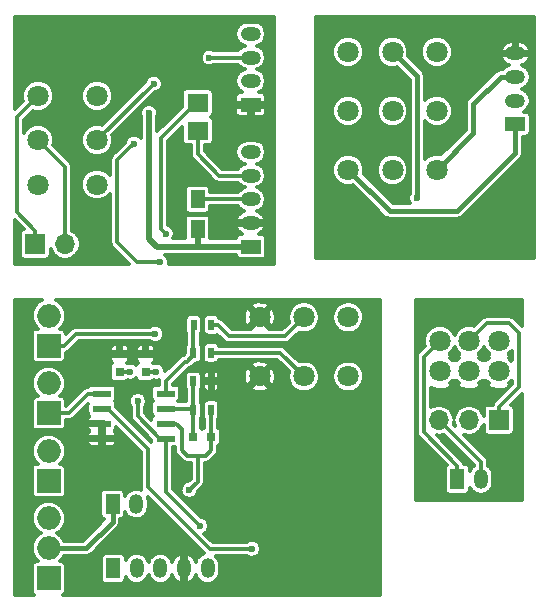
<source format=gbl>
%MOIN*%
%OFA0B0*%
%FSLAX46Y46*%
%IPPOS*%
%LPD*%
%ADD10C,0.0039370078740157488*%
%ADD11C,0.070866141732283464*%
%ADD12R,0.049212598425196853X0.059055118110236227*%
%ADD13R,0.066929133858267723X0.066929133858267723*%
%ADD14O,0.066929133858267723X0.066929133858267723*%
%ADD15R,0.0709X0.061000000000000006*%
%ADD16R,0.066929133858267723X0.047244094488188976*%
%ADD17O,0.066929133858267723X0.047244094488188976*%
%ADD18C,0.023622047244094488*%
%ADD19C,0.011811023622047244*%
%ADD20C,0.01968503937007874*%
%ADD31C,0.0039370078740157488*%
%ADD32C,0.070866141732283464*%
%ADD33R,0.047244094488188976X0.066929133858267723*%
%ADD34O,0.047244094488188976X0.066929133858267723*%
%ADD35R,0.031496062992125991X0.029527559055118113*%
%ADD36O,0.0787X0.0787*%
%ADD37R,0.0787X0.0787*%
%ADD38R,0.01968503937007874X0.035433070866141732*%
%ADD39R,0.0610236220472441X0.023622047244094488*%
%ADD40R,0.029527559055118113X0.031496062992125991*%
%ADD41C,0.023622047244094488*%
%ADD42C,0.011811023622047244*%
%ADD43C,0.015748031496062995*%
%ADD44C,0.0039370078740157488*%
%ADD45R,0.066929133858267723X0.047244094488188976*%
%ADD46O,0.066929133858267723X0.047244094488188976*%
%ADD47C,0.070866141732283464*%
%ADD48C,0.023622047244094488*%
%ADD49C,0.015748031496062995*%
%ADD50C,0.011811023622047244*%
%ADD51C,0.0039370078740157488*%
%ADD52C,0.070866141732283464*%
%ADD53R,0.047244094488188976X0.066929133858267723*%
%ADD54O,0.047244094488188976X0.066929133858267723*%
%ADD55R,0.066929133858267723X0.066929133858267723*%
%ADD56O,0.066929133858267723X0.066929133858267723*%
%ADD57C,0.011811023622047244*%
G01G01*
D10*
D11*
X-0002795275Y-0004448818D02*
X0000098425Y0001683070D03*
X0000098425Y0001535433D03*
X0000098425Y0001387795D03*
X0000295275Y0001683070D03*
X0000295275Y0001535433D03*
X0000295275Y0001387795D03*
D12*
X0000629921Y0001338582D03*
X0000629921Y0001240157D03*
D13*
X0000088976Y0001188976D03*
D14*
X0000188976Y0001188976D03*
D15*
X0000629921Y0001660473D03*
X0000629921Y0001567873D03*
D16*
X0000807086Y0001181102D03*
D17*
X0000807086Y0001259842D03*
X0000807086Y0001338582D03*
X0000807086Y0001417322D03*
X0000807086Y0001496062D03*
D16*
X0000807086Y0001653543D03*
D17*
X0000807086Y0001732283D03*
X0000807086Y0001811023D03*
X0000807086Y0001889763D03*
D18*
X0000468503Y0001625984D03*
X0000484251Y0001724409D03*
X0000586614Y0001893700D03*
X0000562992Y0001696850D03*
X0000669291Y0001811023D03*
X0000417322Y0001523622D03*
X0000503937Y0001129921D03*
X0000523621Y0001224409D03*
D19*
X0000807086Y0001338582D02*
X0000761811Y0001338582D01*
X0000761811Y0001338582D02*
X0000629921Y0001338582D01*
D20*
X0000468503Y0001609280D02*
X0000468503Y0001625984D01*
X0000468503Y0001206377D02*
X0000468503Y0001609280D01*
X0000493779Y0001181102D02*
X0000468503Y0001206377D01*
X0000629921Y0001181102D02*
X0000493779Y0001181102D01*
X0000807086Y0001181102D02*
X0000761811Y0001181102D01*
X0000761811Y0001181102D02*
X0000629921Y0001181102D01*
X0000629921Y0001240157D02*
X0000629921Y0001198818D01*
X0000629921Y0001198818D02*
X0000629921Y0001181102D01*
D19*
X0000807086Y0001417322D02*
X0000700787Y0001417322D01*
X0000700787Y0001417322D02*
X0000629921Y0001488188D01*
X0000629921Y0001488188D02*
X0000629921Y0001525562D01*
X0000629921Y0001525562D02*
X0000629921Y0001567873D01*
X0000484251Y0001724409D02*
X0000484251Y0001724409D01*
X0000295275Y0001535433D02*
X0000484251Y0001724409D01*
X0000088976Y0001188976D02*
X0000088976Y0001234251D01*
X0000088976Y0001234251D02*
X0000027559Y0001295669D01*
X0000027559Y0001295669D02*
X0000027559Y0001612204D01*
X0000027559Y0001612204D02*
X0000098425Y0001683070D01*
X0000807086Y0001811023D02*
X0000761811Y0001811023D01*
X0000761811Y0001811023D02*
X0000669291Y0001811023D01*
X0000188976Y0001188976D02*
X0000188976Y0001444881D01*
X0000188976Y0001444881D02*
X0000098425Y0001535433D01*
X0000503937Y0001129921D02*
X0000429133Y0001129921D01*
X0000429133Y0001129921D02*
X0000362204Y0001196850D01*
X0000362204Y0001196850D02*
X0000362204Y0001468504D01*
X0000362204Y0001468504D02*
X0000405511Y0001511811D01*
X0000405511Y0001511811D02*
X0000417322Y0001523622D01*
X0000507152Y0001240878D02*
X0000511810Y0001236220D01*
X0000624971Y0001660473D02*
X0000507152Y0001542654D01*
X0000511810Y0001236220D02*
X0000523621Y0001224409D01*
X0000507152Y0001542654D02*
X0000507152Y0001240878D01*
X0000629921Y0001660473D02*
X0000624971Y0001660473D01*
G36*
X0000050298Y0001239523D02*
X0000048946Y0001239269D01*
X0000042916Y0001235389D01*
X0000038871Y0001229468D01*
X0000037448Y0001222440D01*
X0000037448Y0001155511D01*
X0000038683Y0001148946D01*
X0000042563Y0001142916D01*
X0000048484Y0001138871D01*
X0000055511Y0001137448D01*
X0000122440Y0001137448D01*
X0000129006Y0001138683D01*
X0000135036Y0001142563D01*
X0000139081Y0001148484D01*
X0000140504Y0001155511D01*
X0000140504Y0001174353D01*
X0000141691Y0001168387D01*
X0000152785Y0001151783D01*
X0000169390Y0001140688D01*
X0000188976Y0001136792D01*
X0000208562Y0001140688D01*
X0000225166Y0001151783D01*
X0000236261Y0001168387D01*
X0000240157Y0001187973D01*
X0000240157Y0001189979D01*
X0000236261Y0001209565D01*
X0000225166Y0001226169D01*
X0000212598Y0001234567D01*
X0000212598Y0001444881D01*
X0000210800Y0001453921D01*
X0000205679Y0001461585D01*
X0000148891Y0001518373D01*
X0000151565Y0001524814D01*
X0000151584Y0001545958D01*
X0000143509Y0001565500D01*
X0000128571Y0001580464D01*
X0000109043Y0001588573D01*
X0000087899Y0001588591D01*
X0000068357Y0001580517D01*
X0000053393Y0001565579D01*
X0000051181Y0001560251D01*
X0000051181Y0001602420D01*
X0000081365Y0001632604D01*
X0000087806Y0001629930D01*
X0000108950Y0001629912D01*
X0000128492Y0001637986D01*
X0000143456Y0001652924D01*
X0000151565Y0001672452D01*
X0000151584Y0001693596D01*
X0000143509Y0001713138D01*
X0000128571Y0001728102D01*
X0000109043Y0001736211D01*
X0000087899Y0001736229D01*
X0000068357Y0001728155D01*
X0000053393Y0001713217D01*
X0000045284Y0001693689D01*
X0000045266Y0001672545D01*
X0000047964Y0001666016D01*
X0000020669Y0001638721D01*
X0000020669Y0001947834D01*
X0000884842Y0001947834D01*
X0000884842Y0001123031D01*
X0000533048Y0001123031D01*
X0000533459Y0001124022D01*
X0000533469Y0001135768D01*
X0000528983Y0001146625D01*
X0000522077Y0001153543D01*
X0000756299Y0001153543D01*
X0000756793Y0001150914D01*
X0000760673Y0001144885D01*
X0000766594Y0001140839D01*
X0000773622Y0001139416D01*
X0000840551Y0001139416D01*
X0000847116Y0001140652D01*
X0000853146Y0001144532D01*
X0000857191Y0001150452D01*
X0000858614Y0001157480D01*
X0000858614Y0001204724D01*
X0000857379Y0001211289D01*
X0000853499Y0001217319D01*
X0000847578Y0001221364D01*
X0000840551Y0001222788D01*
X0000835957Y0001222788D01*
X0000848285Y0001232194D01*
X0000856416Y0001247609D01*
X0000853363Y0001253936D01*
X0000812992Y0001253936D01*
X0000812992Y0001253149D01*
X0000801181Y0001253149D01*
X0000801181Y0001253936D01*
X0000760810Y0001253936D01*
X0000757757Y0001247609D01*
X0000765888Y0001232194D01*
X0000778215Y0001222788D01*
X0000773622Y0001222788D01*
X0000767056Y0001221552D01*
X0000761026Y0001217672D01*
X0000756981Y0001211752D01*
X0000756355Y0001208661D01*
X0000672192Y0001208661D01*
X0000672591Y0001210629D01*
X0000672591Y0001269685D01*
X0000671355Y0001276250D01*
X0000667475Y0001282280D01*
X0000661555Y0001286325D01*
X0000654527Y0001287748D01*
X0000605314Y0001287748D01*
X0000598749Y0001286513D01*
X0000592719Y0001282633D01*
X0000588674Y0001276712D01*
X0000587251Y0001269685D01*
X0000587251Y0001210629D01*
X0000587621Y0001208661D01*
X0000549054Y0001208661D01*
X0000553144Y0001218510D01*
X0000553154Y0001230256D01*
X0000548668Y0001241113D01*
X0000540369Y0001249426D01*
X0000530774Y0001253411D01*
X0000530774Y0001532869D01*
X0000576407Y0001578502D01*
X0000576407Y0001537373D01*
X0000577642Y0001530807D01*
X0000581523Y0001524777D01*
X0000587443Y0001520732D01*
X0000594471Y0001519309D01*
X0000606299Y0001519309D01*
X0000606299Y0001488188D01*
X0000608097Y0001479149D01*
X0000613217Y0001471485D01*
X0000684084Y0001400619D01*
X0000691747Y0001395498D01*
X0000700787Y0001393700D01*
X0000763262Y0001393700D01*
X0000767010Y0001388092D01*
X0000780421Y0001379130D01*
X0000786344Y0001377952D01*
X0000780421Y0001376774D01*
X0000767010Y0001367813D01*
X0000763262Y0001362204D01*
X0000672591Y0001362204D01*
X0000672591Y0001368110D01*
X0000671355Y0001374675D01*
X0000667475Y0001380705D01*
X0000661555Y0001384750D01*
X0000654527Y0001386173D01*
X0000605314Y0001386173D01*
X0000598749Y0001384938D01*
X0000592719Y0001381058D01*
X0000588674Y0001375137D01*
X0000587251Y0001368110D01*
X0000587251Y0001309055D01*
X0000588486Y0001302489D01*
X0000592366Y0001296459D01*
X0000598287Y0001292414D01*
X0000605314Y0001290991D01*
X0000654527Y0001290991D01*
X0000661092Y0001292226D01*
X0000667122Y0001296106D01*
X0000671168Y0001302027D01*
X0000672591Y0001309055D01*
X0000672591Y0001314960D01*
X0000763262Y0001314960D01*
X0000767010Y0001309351D01*
X0000780421Y0001300390D01*
X0000786004Y0001299280D01*
X0000778855Y0001297385D01*
X0000765888Y0001287490D01*
X0000757757Y0001272075D01*
X0000760810Y0001265748D01*
X0000801181Y0001265748D01*
X0000801181Y0001266535D01*
X0000812992Y0001266535D01*
X0000812992Y0001265748D01*
X0000853363Y0001265748D01*
X0000856416Y0001272075D01*
X0000848285Y0001287490D01*
X0000835317Y0001297385D01*
X0000828168Y0001299280D01*
X0000833751Y0001300390D01*
X0000847162Y0001309351D01*
X0000856123Y0001322763D01*
X0000859270Y0001338582D01*
X0000856123Y0001354402D01*
X0000847162Y0001367813D01*
X0000833751Y0001376774D01*
X0000827828Y0001377952D01*
X0000833751Y0001379130D01*
X0000847162Y0001388092D01*
X0000856123Y0001401503D01*
X0000859270Y0001417322D01*
X0000856123Y0001433142D01*
X0000847162Y0001446553D01*
X0000833751Y0001455514D01*
X0000827828Y0001456692D01*
X0000833751Y0001457871D01*
X0000847162Y0001466832D01*
X0000856123Y0001480243D01*
X0000859270Y0001496062D01*
X0000856123Y0001511882D01*
X0000847162Y0001525293D01*
X0000833751Y0001534254D01*
X0000817931Y0001537401D01*
X0000817421Y0001537401D01*
X0000817421Y0001612204D01*
X0000844075Y0001612204D01*
X0000850586Y0001614901D01*
X0000855570Y0001619885D01*
X0000858267Y0001626397D01*
X0000858267Y0001643208D01*
X0000853838Y0001647637D01*
X0000812992Y0001647637D01*
X0000812992Y0001616633D01*
X0000817421Y0001612204D01*
X0000817421Y0001537401D01*
X0000796241Y0001537401D01*
X0000780421Y0001534254D01*
X0000770098Y0001527356D01*
X0000770098Y0001612204D01*
X0000796751Y0001612204D01*
X0000801181Y0001616633D01*
X0000801181Y0001647637D01*
X0000760334Y0001647637D01*
X0000760334Y0001659448D01*
X0000801181Y0001659448D01*
X0000801181Y0001660236D01*
X0000812992Y0001660236D01*
X0000812992Y0001659448D01*
X0000853838Y0001659448D01*
X0000858267Y0001663877D01*
X0000858267Y0001680689D01*
X0000855570Y0001687200D01*
X0000850586Y0001692184D01*
X0000844075Y0001694881D01*
X0000834934Y0001694881D01*
X0000847162Y0001703052D01*
X0000856123Y0001716463D01*
X0000859270Y0001732283D01*
X0000856123Y0001748103D01*
X0000847162Y0001761514D01*
X0000833751Y0001770475D01*
X0000827828Y0001771653D01*
X0000833751Y0001772831D01*
X0000847162Y0001781792D01*
X0000856123Y0001795204D01*
X0000859270Y0001811023D01*
X0000856123Y0001826843D01*
X0000847162Y0001840254D01*
X0000833751Y0001849215D01*
X0000827828Y0001850393D01*
X0000833751Y0001851571D01*
X0000847162Y0001860532D01*
X0000856123Y0001873944D01*
X0000859270Y0001889763D01*
X0000856123Y0001905583D01*
X0000847162Y0001918994D01*
X0000833751Y0001927955D01*
X0000817931Y0001931102D01*
X0000796241Y0001931102D01*
X0000780421Y0001927955D01*
X0000767010Y0001918994D01*
X0000758049Y0001905583D01*
X0000754902Y0001889763D01*
X0000758049Y0001873944D01*
X0000767010Y0001860532D01*
X0000780421Y0001851571D01*
X0000786344Y0001850393D01*
X0000780421Y0001849215D01*
X0000767010Y0001840254D01*
X0000763262Y0001834645D01*
X0000687432Y0001834645D01*
X0000686039Y0001836041D01*
X0000675190Y0001840545D01*
X0000663443Y0001840556D01*
X0000652587Y0001836070D01*
X0000644273Y0001827771D01*
X0000639768Y0001816922D01*
X0000639758Y0001805175D01*
X0000644244Y0001794319D01*
X0000652543Y0001786005D01*
X0000663392Y0001781501D01*
X0000675138Y0001781490D01*
X0000685995Y0001785976D01*
X0000687422Y0001787401D01*
X0000763262Y0001787401D01*
X0000767010Y0001781792D01*
X0000780421Y0001772831D01*
X0000786344Y0001771653D01*
X0000780421Y0001770475D01*
X0000767010Y0001761514D01*
X0000758049Y0001748103D01*
X0000754902Y0001732283D01*
X0000758049Y0001716463D01*
X0000767010Y0001703052D01*
X0000779238Y0001694881D01*
X0000770098Y0001694881D01*
X0000763586Y0001692184D01*
X0000758602Y0001687200D01*
X0000755905Y0001680689D01*
X0000755905Y0001663877D01*
X0000760334Y0001659448D01*
X0000760334Y0001647637D01*
X0000755905Y0001643208D01*
X0000755905Y0001626397D01*
X0000758602Y0001619885D01*
X0000763586Y0001614901D01*
X0000770098Y0001612204D01*
X0000770098Y0001527356D01*
X0000767010Y0001525293D01*
X0000758049Y0001511882D01*
X0000754902Y0001496062D01*
X0000758049Y0001480243D01*
X0000767010Y0001466832D01*
X0000780421Y0001457871D01*
X0000786344Y0001456692D01*
X0000780421Y0001455514D01*
X0000767010Y0001446553D01*
X0000763262Y0001440944D01*
X0000710571Y0001440944D01*
X0000653543Y0001497973D01*
X0000653543Y0001519309D01*
X0000665371Y0001519309D01*
X0000671936Y0001520544D01*
X0000677966Y0001524425D01*
X0000682011Y0001530345D01*
X0000683434Y0001537373D01*
X0000683434Y0001598373D01*
X0000682199Y0001604938D01*
X0000678319Y0001610968D01*
X0000673583Y0001614204D01*
X0000677966Y0001617025D01*
X0000682011Y0001622945D01*
X0000683434Y0001629973D01*
X0000683434Y0001690973D01*
X0000682199Y0001697538D01*
X0000678319Y0001703568D01*
X0000672399Y0001707613D01*
X0000665371Y0001709036D01*
X0000594471Y0001709036D01*
X0000587905Y0001707801D01*
X0000581876Y0001703921D01*
X0000577830Y0001698000D01*
X0000576407Y0001690973D01*
X0000576407Y0001645316D01*
X0000496062Y0001564971D01*
X0000496062Y0001615356D01*
X0000498026Y0001620085D01*
X0000498036Y0001631831D01*
X0000493550Y0001642688D01*
X0000485251Y0001651001D01*
X0000474403Y0001655506D01*
X0000462656Y0001655516D01*
X0000451799Y0001651031D01*
X0000443486Y0001642732D01*
X0000438981Y0001631883D01*
X0000438971Y0001620136D01*
X0000440944Y0001615360D01*
X0000440944Y0001541753D01*
X0000434070Y0001548639D01*
X0000423221Y0001553144D01*
X0000411474Y0001553154D01*
X0000400618Y0001548668D01*
X0000392304Y0001540369D01*
X0000387800Y0001529521D01*
X0000387798Y0001527504D01*
X0000345501Y0001485207D01*
X0000340381Y0001477544D01*
X0000338582Y0001468504D01*
X0000338582Y0001419642D01*
X0000325421Y0001432827D01*
X0000305894Y0001440935D01*
X0000305801Y0001440935D01*
X0000305801Y0001482274D01*
X0000325343Y0001490348D01*
X0000340307Y0001505286D01*
X0000348415Y0001524814D01*
X0000348434Y0001545958D01*
X0000345736Y0001552487D01*
X0000488127Y0001694878D01*
X0000490099Y0001694876D01*
X0000500956Y0001699362D01*
X0000509269Y0001707661D01*
X0000513774Y0001718510D01*
X0000513784Y0001730256D01*
X0000509298Y0001741113D01*
X0000500999Y0001749426D01*
X0000490151Y0001753931D01*
X0000478404Y0001753941D01*
X0000467547Y0001749456D01*
X0000459234Y0001741157D01*
X0000454729Y0001730308D01*
X0000454727Y0001728291D01*
X0000312334Y0001585898D01*
X0000305894Y0001588573D01*
X0000305801Y0001588573D01*
X0000305801Y0001629912D01*
X0000325343Y0001637986D01*
X0000340307Y0001652924D01*
X0000348415Y0001672452D01*
X0000348434Y0001693596D01*
X0000340359Y0001713138D01*
X0000325421Y0001728102D01*
X0000305894Y0001736211D01*
X0000284749Y0001736229D01*
X0000265208Y0001728155D01*
X0000250243Y0001713217D01*
X0000242135Y0001693689D01*
X0000242116Y0001672545D01*
X0000250191Y0001653003D01*
X0000265129Y0001638039D01*
X0000284657Y0001629930D01*
X0000305801Y0001629912D01*
X0000305801Y0001588573D01*
X0000284749Y0001588591D01*
X0000265208Y0001580517D01*
X0000250243Y0001565579D01*
X0000242135Y0001546051D01*
X0000242116Y0001524907D01*
X0000250191Y0001505365D01*
X0000265129Y0001490401D01*
X0000284657Y0001482292D01*
X0000305801Y0001482274D01*
X0000305801Y0001440935D01*
X0000284749Y0001440954D01*
X0000265208Y0001432879D01*
X0000250243Y0001417941D01*
X0000242135Y0001398413D01*
X0000242116Y0001377269D01*
X0000250191Y0001357727D01*
X0000265129Y0001342763D01*
X0000284657Y0001334654D01*
X0000305801Y0001334636D01*
X0000325343Y0001342710D01*
X0000338582Y0001355927D01*
X0000338582Y0001196850D01*
X0000340381Y0001187810D01*
X0000345501Y0001180146D01*
X0000402617Y0001123031D01*
X0000020669Y0001123031D01*
X0000020669Y0001269152D01*
X0000050298Y0001239523D01*
X0000050298Y0001239523D01*
G37*
X0000050298Y0001239523D02*
X0000048946Y0001239269D01*
X0000042916Y0001235389D01*
X0000038871Y0001229468D01*
X0000037448Y0001222440D01*
X0000037448Y0001155511D01*
X0000038683Y0001148946D01*
X0000042563Y0001142916D01*
X0000048484Y0001138871D01*
X0000055511Y0001137448D01*
X0000122440Y0001137448D01*
X0000129006Y0001138683D01*
X0000135036Y0001142563D01*
X0000139081Y0001148484D01*
X0000140504Y0001155511D01*
X0000140504Y0001174353D01*
X0000141691Y0001168387D01*
X0000152785Y0001151783D01*
X0000169390Y0001140688D01*
X0000188976Y0001136792D01*
X0000208562Y0001140688D01*
X0000225166Y0001151783D01*
X0000236261Y0001168387D01*
X0000240157Y0001187973D01*
X0000240157Y0001189979D01*
X0000236261Y0001209565D01*
X0000225166Y0001226169D01*
X0000212598Y0001234567D01*
X0000212598Y0001444881D01*
X0000210800Y0001453921D01*
X0000205679Y0001461585D01*
X0000148891Y0001518373D01*
X0000151565Y0001524814D01*
X0000151584Y0001545958D01*
X0000143509Y0001565500D01*
X0000128571Y0001580464D01*
X0000109043Y0001588573D01*
X0000087899Y0001588591D01*
X0000068357Y0001580517D01*
X0000053393Y0001565579D01*
X0000051181Y0001560251D01*
X0000051181Y0001602420D01*
X0000081365Y0001632604D01*
X0000087806Y0001629930D01*
X0000108950Y0001629912D01*
X0000128492Y0001637986D01*
X0000143456Y0001652924D01*
X0000151565Y0001672452D01*
X0000151584Y0001693596D01*
X0000143509Y0001713138D01*
X0000128571Y0001728102D01*
X0000109043Y0001736211D01*
X0000087899Y0001736229D01*
X0000068357Y0001728155D01*
X0000053393Y0001713217D01*
X0000045284Y0001693689D01*
X0000045266Y0001672545D01*
X0000047964Y0001666016D01*
X0000020669Y0001638721D01*
X0000020669Y0001947834D01*
X0000884842Y0001947834D01*
X0000884842Y0001123031D01*
X0000533048Y0001123031D01*
X0000533459Y0001124022D01*
X0000533469Y0001135768D01*
X0000528983Y0001146625D01*
X0000522077Y0001153543D01*
X0000756299Y0001153543D01*
X0000756793Y0001150914D01*
X0000760673Y0001144885D01*
X0000766594Y0001140839D01*
X0000773622Y0001139416D01*
X0000840551Y0001139416D01*
X0000847116Y0001140652D01*
X0000853146Y0001144532D01*
X0000857191Y0001150452D01*
X0000858614Y0001157480D01*
X0000858614Y0001204724D01*
X0000857379Y0001211289D01*
X0000853499Y0001217319D01*
X0000847578Y0001221364D01*
X0000840551Y0001222788D01*
X0000835957Y0001222788D01*
X0000848285Y0001232194D01*
X0000856416Y0001247609D01*
X0000853363Y0001253936D01*
X0000812992Y0001253936D01*
X0000812992Y0001253149D01*
X0000801181Y0001253149D01*
X0000801181Y0001253936D01*
X0000760810Y0001253936D01*
X0000757757Y0001247609D01*
X0000765888Y0001232194D01*
X0000778215Y0001222788D01*
X0000773622Y0001222788D01*
X0000767056Y0001221552D01*
X0000761026Y0001217672D01*
X0000756981Y0001211752D01*
X0000756355Y0001208661D01*
X0000672192Y0001208661D01*
X0000672591Y0001210629D01*
X0000672591Y0001269685D01*
X0000671355Y0001276250D01*
X0000667475Y0001282280D01*
X0000661555Y0001286325D01*
X0000654527Y0001287748D01*
X0000605314Y0001287748D01*
X0000598749Y0001286513D01*
X0000592719Y0001282633D01*
X0000588674Y0001276712D01*
X0000587251Y0001269685D01*
X0000587251Y0001210629D01*
X0000587621Y0001208661D01*
X0000549054Y0001208661D01*
X0000553144Y0001218510D01*
X0000553154Y0001230256D01*
X0000548668Y0001241113D01*
X0000540369Y0001249426D01*
X0000530774Y0001253411D01*
X0000530774Y0001532869D01*
X0000576407Y0001578502D01*
X0000576407Y0001537373D01*
X0000577642Y0001530807D01*
X0000581523Y0001524777D01*
X0000587443Y0001520732D01*
X0000594471Y0001519309D01*
X0000606299Y0001519309D01*
X0000606299Y0001488188D01*
X0000608097Y0001479149D01*
X0000613217Y0001471485D01*
X0000684084Y0001400619D01*
X0000691747Y0001395498D01*
X0000700787Y0001393700D01*
X0000763262Y0001393700D01*
X0000767010Y0001388092D01*
X0000780421Y0001379130D01*
X0000786344Y0001377952D01*
X0000780421Y0001376774D01*
X0000767010Y0001367813D01*
X0000763262Y0001362204D01*
X0000672591Y0001362204D01*
X0000672591Y0001368110D01*
X0000671355Y0001374675D01*
X0000667475Y0001380705D01*
X0000661555Y0001384750D01*
X0000654527Y0001386173D01*
X0000605314Y0001386173D01*
X0000598749Y0001384938D01*
X0000592719Y0001381058D01*
X0000588674Y0001375137D01*
X0000587251Y0001368110D01*
X0000587251Y0001309055D01*
X0000588486Y0001302489D01*
X0000592366Y0001296459D01*
X0000598287Y0001292414D01*
X0000605314Y0001290991D01*
X0000654527Y0001290991D01*
X0000661092Y0001292226D01*
X0000667122Y0001296106D01*
X0000671168Y0001302027D01*
X0000672591Y0001309055D01*
X0000672591Y0001314960D01*
X0000763262Y0001314960D01*
X0000767010Y0001309351D01*
X0000780421Y0001300390D01*
X0000786004Y0001299280D01*
X0000778855Y0001297385D01*
X0000765888Y0001287490D01*
X0000757757Y0001272075D01*
X0000760810Y0001265748D01*
X0000801181Y0001265748D01*
X0000801181Y0001266535D01*
X0000812992Y0001266535D01*
X0000812992Y0001265748D01*
X0000853363Y0001265748D01*
X0000856416Y0001272075D01*
X0000848285Y0001287490D01*
X0000835317Y0001297385D01*
X0000828168Y0001299280D01*
X0000833751Y0001300390D01*
X0000847162Y0001309351D01*
X0000856123Y0001322763D01*
X0000859270Y0001338582D01*
X0000856123Y0001354402D01*
X0000847162Y0001367813D01*
X0000833751Y0001376774D01*
X0000827828Y0001377952D01*
X0000833751Y0001379130D01*
X0000847162Y0001388092D01*
X0000856123Y0001401503D01*
X0000859270Y0001417322D01*
X0000856123Y0001433142D01*
X0000847162Y0001446553D01*
X0000833751Y0001455514D01*
X0000827828Y0001456692D01*
X0000833751Y0001457871D01*
X0000847162Y0001466832D01*
X0000856123Y0001480243D01*
X0000859270Y0001496062D01*
X0000856123Y0001511882D01*
X0000847162Y0001525293D01*
X0000833751Y0001534254D01*
X0000817931Y0001537401D01*
X0000817421Y0001537401D01*
X0000817421Y0001612204D01*
X0000844075Y0001612204D01*
X0000850586Y0001614901D01*
X0000855570Y0001619885D01*
X0000858267Y0001626397D01*
X0000858267Y0001643208D01*
X0000853838Y0001647637D01*
X0000812992Y0001647637D01*
X0000812992Y0001616633D01*
X0000817421Y0001612204D01*
X0000817421Y0001537401D01*
X0000796241Y0001537401D01*
X0000780421Y0001534254D01*
X0000770098Y0001527356D01*
X0000770098Y0001612204D01*
X0000796751Y0001612204D01*
X0000801181Y0001616633D01*
X0000801181Y0001647637D01*
X0000760334Y0001647637D01*
X0000760334Y0001659448D01*
X0000801181Y0001659448D01*
X0000801181Y0001660236D01*
X0000812992Y0001660236D01*
X0000812992Y0001659448D01*
X0000853838Y0001659448D01*
X0000858267Y0001663877D01*
X0000858267Y0001680689D01*
X0000855570Y0001687200D01*
X0000850586Y0001692184D01*
X0000844075Y0001694881D01*
X0000834934Y0001694881D01*
X0000847162Y0001703052D01*
X0000856123Y0001716463D01*
X0000859270Y0001732283D01*
X0000856123Y0001748103D01*
X0000847162Y0001761514D01*
X0000833751Y0001770475D01*
X0000827828Y0001771653D01*
X0000833751Y0001772831D01*
X0000847162Y0001781792D01*
X0000856123Y0001795204D01*
X0000859270Y0001811023D01*
X0000856123Y0001826843D01*
X0000847162Y0001840254D01*
X0000833751Y0001849215D01*
X0000827828Y0001850393D01*
X0000833751Y0001851571D01*
X0000847162Y0001860532D01*
X0000856123Y0001873944D01*
X0000859270Y0001889763D01*
X0000856123Y0001905583D01*
X0000847162Y0001918994D01*
X0000833751Y0001927955D01*
X0000817931Y0001931102D01*
X0000796241Y0001931102D01*
X0000780421Y0001927955D01*
X0000767010Y0001918994D01*
X0000758049Y0001905583D01*
X0000754902Y0001889763D01*
X0000758049Y0001873944D01*
X0000767010Y0001860532D01*
X0000780421Y0001851571D01*
X0000786344Y0001850393D01*
X0000780421Y0001849215D01*
X0000767010Y0001840254D01*
X0000763262Y0001834645D01*
X0000687432Y0001834645D01*
X0000686039Y0001836041D01*
X0000675190Y0001840545D01*
X0000663443Y0001840556D01*
X0000652587Y0001836070D01*
X0000644273Y0001827771D01*
X0000639768Y0001816922D01*
X0000639758Y0001805175D01*
X0000644244Y0001794319D01*
X0000652543Y0001786005D01*
X0000663392Y0001781501D01*
X0000675138Y0001781490D01*
X0000685995Y0001785976D01*
X0000687422Y0001787401D01*
X0000763262Y0001787401D01*
X0000767010Y0001781792D01*
X0000780421Y0001772831D01*
X0000786344Y0001771653D01*
X0000780421Y0001770475D01*
X0000767010Y0001761514D01*
X0000758049Y0001748103D01*
X0000754902Y0001732283D01*
X0000758049Y0001716463D01*
X0000767010Y0001703052D01*
X0000779238Y0001694881D01*
X0000770098Y0001694881D01*
X0000763586Y0001692184D01*
X0000758602Y0001687200D01*
X0000755905Y0001680689D01*
X0000755905Y0001663877D01*
X0000760334Y0001659448D01*
X0000760334Y0001647637D01*
X0000755905Y0001643208D01*
X0000755905Y0001626397D01*
X0000758602Y0001619885D01*
X0000763586Y0001614901D01*
X0000770098Y0001612204D01*
X0000770098Y0001527356D01*
X0000767010Y0001525293D01*
X0000758049Y0001511882D01*
X0000754902Y0001496062D01*
X0000758049Y0001480243D01*
X0000767010Y0001466832D01*
X0000780421Y0001457871D01*
X0000786344Y0001456692D01*
X0000780421Y0001455514D01*
X0000767010Y0001446553D01*
X0000763262Y0001440944D01*
X0000710571Y0001440944D01*
X0000653543Y0001497973D01*
X0000653543Y0001519309D01*
X0000665371Y0001519309D01*
X0000671936Y0001520544D01*
X0000677966Y0001524425D01*
X0000682011Y0001530345D01*
X0000683434Y0001537373D01*
X0000683434Y0001598373D01*
X0000682199Y0001604938D01*
X0000678319Y0001610968D01*
X0000673583Y0001614204D01*
X0000677966Y0001617025D01*
X0000682011Y0001622945D01*
X0000683434Y0001629973D01*
X0000683434Y0001690973D01*
X0000682199Y0001697538D01*
X0000678319Y0001703568D01*
X0000672399Y0001707613D01*
X0000665371Y0001709036D01*
X0000594471Y0001709036D01*
X0000587905Y0001707801D01*
X0000581876Y0001703921D01*
X0000577830Y0001698000D01*
X0000576407Y0001690973D01*
X0000576407Y0001645316D01*
X0000496062Y0001564971D01*
X0000496062Y0001615356D01*
X0000498026Y0001620085D01*
X0000498036Y0001631831D01*
X0000493550Y0001642688D01*
X0000485251Y0001651001D01*
X0000474403Y0001655506D01*
X0000462656Y0001655516D01*
X0000451799Y0001651031D01*
X0000443486Y0001642732D01*
X0000438981Y0001631883D01*
X0000438971Y0001620136D01*
X0000440944Y0001615360D01*
X0000440944Y0001541753D01*
X0000434070Y0001548639D01*
X0000423221Y0001553144D01*
X0000411474Y0001553154D01*
X0000400618Y0001548668D01*
X0000392304Y0001540369D01*
X0000387800Y0001529521D01*
X0000387798Y0001527504D01*
X0000345501Y0001485207D01*
X0000340381Y0001477544D01*
X0000338582Y0001468504D01*
X0000338582Y0001419642D01*
X0000325421Y0001432827D01*
X0000305894Y0001440935D01*
X0000305801Y0001440935D01*
X0000305801Y0001482274D01*
X0000325343Y0001490348D01*
X0000340307Y0001505286D01*
X0000348415Y0001524814D01*
X0000348434Y0001545958D01*
X0000345736Y0001552487D01*
X0000488127Y0001694878D01*
X0000490099Y0001694876D01*
X0000500956Y0001699362D01*
X0000509269Y0001707661D01*
X0000513774Y0001718510D01*
X0000513784Y0001730256D01*
X0000509298Y0001741113D01*
X0000500999Y0001749426D01*
X0000490151Y0001753931D01*
X0000478404Y0001753941D01*
X0000467547Y0001749456D01*
X0000459234Y0001741157D01*
X0000454729Y0001730308D01*
X0000454727Y0001728291D01*
X0000312334Y0001585898D01*
X0000305894Y0001588573D01*
X0000305801Y0001588573D01*
X0000305801Y0001629912D01*
X0000325343Y0001637986D01*
X0000340307Y0001652924D01*
X0000348415Y0001672452D01*
X0000348434Y0001693596D01*
X0000340359Y0001713138D01*
X0000325421Y0001728102D01*
X0000305894Y0001736211D01*
X0000284749Y0001736229D01*
X0000265208Y0001728155D01*
X0000250243Y0001713217D01*
X0000242135Y0001693689D01*
X0000242116Y0001672545D01*
X0000250191Y0001653003D01*
X0000265129Y0001638039D01*
X0000284657Y0001629930D01*
X0000305801Y0001629912D01*
X0000305801Y0001588573D01*
X0000284749Y0001588591D01*
X0000265208Y0001580517D01*
X0000250243Y0001565579D01*
X0000242135Y0001546051D01*
X0000242116Y0001524907D01*
X0000250191Y0001505365D01*
X0000265129Y0001490401D01*
X0000284657Y0001482292D01*
X0000305801Y0001482274D01*
X0000305801Y0001440935D01*
X0000284749Y0001440954D01*
X0000265208Y0001432879D01*
X0000250243Y0001417941D01*
X0000242135Y0001398413D01*
X0000242116Y0001377269D01*
X0000250191Y0001357727D01*
X0000265129Y0001342763D01*
X0000284657Y0001334654D01*
X0000305801Y0001334636D01*
X0000325343Y0001342710D01*
X0000338582Y0001355927D01*
X0000338582Y0001196850D01*
X0000340381Y0001187810D01*
X0000345501Y0001180146D01*
X0000402617Y0001123031D01*
X0000020669Y0001123031D01*
X0000020669Y0001269152D01*
X0000050298Y0001239523D01*
G04 next file*
G04 #@! TF.FileFunction,Copper,L2,Bot,Signal*
G04 Gerber Fmt 4.6, Leading zero omitted, Abs format (unit mm)*
G04 Created by KiCad (PCBNEW 4.0.4-1.fc24-product) date Tue Jun  5 14:17:38 2018*
G01G01*
G04 APERTURE LIST*
G04 APERTURE END LIST*
D31*
D32*
X-0004921259Y0004094488D02*
X0001131889Y0000944881D03*
X0000984251Y0000944881D03*
X0000836614Y0000944881D03*
X0001131889Y0000748031D03*
X0000984251Y0000748031D03*
X0000836614Y0000748031D03*
D33*
X0000348425Y0000108267D03*
D34*
X0000427165Y0000108267D03*
X0000505905Y0000108267D03*
X0000584645Y0000108267D03*
X0000663385Y0000108267D03*
D35*
X0000675196Y0000547244D03*
X0000616141Y0000547244D03*
D36*
X0000133858Y0000499606D03*
D37*
X0000133858Y0000399606D03*
D38*
X0000616721Y0000919871D03*
X0000675777Y0000919871D03*
X0000675196Y0000635826D03*
X0000616141Y0000635826D03*
X0000675196Y0000732283D03*
X0000616141Y0000732283D03*
D39*
X0000311023Y0000541141D03*
X0000311023Y0000591141D03*
X0000311023Y0000641141D03*
X0000311023Y0000691141D03*
X0000523622Y0000691141D03*
X0000523622Y0000641141D03*
X0000523622Y0000591141D03*
X0000523622Y0000541141D03*
D36*
X0000134056Y0000725439D03*
D37*
X0000134056Y0000625439D03*
D36*
X0000133858Y0000275590D03*
D37*
X0000133858Y0000075590D03*
D36*
X0000133858Y0000175590D03*
X0000133858Y0000950393D03*
D37*
X0000133858Y0000850393D03*
D38*
X0000616141Y0000826771D03*
X0000675196Y0000826771D03*
D33*
X0000346456Y0000322834D03*
D34*
X0000425196Y0000322834D03*
D40*
X0000456692Y0000763779D03*
X0000456692Y0000822834D03*
X0000370078Y0000763779D03*
X0000370078Y0000822834D03*
D41*
X0000492126Y0000763779D03*
X0000405511Y0000763779D03*
X0000811023Y0000173228D03*
X0000488188Y0000889763D03*
X0000602362Y0000370078D03*
X0000559055Y0000881889D03*
X0000232283Y0000814960D03*
X0000637714Y0000249919D03*
X0000431102Y0000665354D03*
D42*
X0000456692Y0000763779D02*
X0000492126Y0000763779D01*
X0000370078Y0000763779D02*
X0000405511Y0000763779D01*
X0000670705Y0000173228D02*
X0000794320Y0000173228D01*
X0000794320Y0000173228D02*
X0000811023Y0000173228D01*
X0000464566Y0000379366D02*
X0000670705Y0000173228D01*
X0000329724Y0000641141D02*
X0000464566Y0000506299D01*
X0000311023Y0000641141D02*
X0000329724Y0000641141D01*
X0000464566Y0000506299D02*
X0000464566Y0000379366D01*
X0000471485Y0000889763D02*
X0000488188Y0000889763D01*
X0000224388Y0000889763D02*
X0000471485Y0000889763D01*
X0000185019Y0000850393D02*
X0000224388Y0000889763D01*
X0000133858Y0000850393D02*
X0000185019Y0000850393D01*
X0000311023Y0000691141D02*
X0000265944Y0000691141D01*
X0000265944Y0000691141D02*
X0000200242Y0000625439D01*
X0000200242Y0000625439D02*
X0000134056Y0000625439D01*
X0000523622Y0000641141D02*
X0000610826Y0000641141D01*
X0000610826Y0000641141D02*
X0000616141Y0000635826D01*
X0000616141Y0000639763D02*
X0000616141Y0000732283D01*
X0000616141Y0000639763D02*
X0000616141Y0000551181D01*
X0000594488Y0000484251D02*
X0000629921Y0000484251D01*
X0000629921Y0000484251D02*
X0000657480Y0000484251D01*
X0000602362Y0000370078D02*
X0000629921Y0000397637D01*
X0000629921Y0000397637D02*
X0000629921Y0000484251D01*
X0000523622Y0000591141D02*
X0000558464Y0000591141D01*
X0000558464Y0000591141D02*
X0000576771Y0000572834D01*
X0000576771Y0000572834D02*
X0000576771Y0000501968D01*
X0000576771Y0000501968D02*
X0000594488Y0000484251D01*
X0000657480Y0000484251D02*
X0000675196Y0000501968D01*
X0000675196Y0000501968D02*
X0000675196Y0000521653D01*
X0000675196Y0000521653D02*
X0000675196Y0000547244D01*
X0000675196Y0000547244D02*
X0000675196Y0000635826D01*
X0000348425Y0000108267D02*
X0000348425Y0000118110D01*
X0000456692Y0000822834D02*
X0000456692Y0000821850D01*
X0000370078Y0000822834D02*
X0000370078Y0000821850D01*
X0000735412Y0000881889D02*
X0000921259Y0000881889D01*
X0000921259Y0000881889D02*
X0000984251Y0000944881D01*
X0000675777Y0000919871D02*
X0000697430Y0000919871D01*
X0000697430Y0000919871D02*
X0000735412Y0000881889D01*
X0000984251Y0000748031D02*
X0000905511Y0000826771D01*
X0000905511Y0000826771D02*
X0000675196Y0000826771D01*
X0000523622Y0000541141D02*
X0000523622Y0000364012D01*
X0000523622Y0000364012D02*
X0000607874Y0000279760D01*
X0000607874Y0000279760D02*
X0000637714Y0000249919D01*
X0000431102Y0000648650D02*
X0000431102Y0000665354D01*
X0000431102Y0000614960D02*
X0000431102Y0000648650D01*
X0000504921Y0000541141D02*
X0000431102Y0000614960D01*
X0000523622Y0000541141D02*
X0000504921Y0000541141D01*
X0000427165Y0000108267D02*
X0000427165Y0000118110D01*
X0000616141Y0000818897D02*
X0000616141Y0000826771D01*
X0000523622Y0000691141D02*
X0000523622Y0000734251D01*
X0000523622Y0000734251D02*
X0000586614Y0000797244D01*
X0000594488Y0000797244D02*
X0000616141Y0000818897D01*
X0000586614Y0000797244D02*
X0000594488Y0000797244D01*
X0000616141Y0000826771D02*
X0000616141Y0000919291D01*
X0000616141Y0000919291D02*
X0000616721Y0000919871D01*
D43*
X0000133858Y0000175590D02*
X0000258267Y0000175590D01*
X0000258267Y0000175590D02*
X0000346456Y0000263779D01*
X0000346456Y0000263779D02*
X0000346456Y0000322834D01*
X0000133858Y0000175590D02*
X0000134251Y0000175196D01*
D42*
G36*
X0000102610Y0000998421D02*
X0000093930Y0000991442D01*
X0000086771Y0000982910D01*
X0000081406Y0000973150D01*
X0000078038Y0000962534D01*
X0000076797Y0000951466D01*
X0000076791Y0000950669D01*
X0000076791Y0000950117D01*
X0000077878Y0000939033D01*
X0000081097Y0000928371D01*
X0000086326Y0000918537D01*
X0000093365Y0000909906D01*
X0000096218Y0000907545D01*
X0000094508Y0000907545D01*
X0000091686Y0000907320D01*
X0000086901Y0000905839D01*
X0000082718Y0000903082D01*
X0000079469Y0000899270D01*
X0000077410Y0000894703D01*
X0000076706Y0000889743D01*
X0000076706Y0000811043D01*
X0000076930Y0000808222D01*
X0000078412Y0000803437D01*
X0000081169Y0000799254D01*
X0000084981Y0000796004D01*
X0000089548Y0000793946D01*
X0000094508Y0000793241D01*
X0000173208Y0000793241D01*
X0000176029Y0000793466D01*
X0000180814Y0000794948D01*
X0000184997Y0000797704D01*
X0000188247Y0000801517D01*
X0000190305Y0000806084D01*
X0000191010Y0000811043D01*
X0000191010Y0000827645D01*
X0000191697Y0000827852D01*
X0000193791Y0000828460D01*
X0000193901Y0000828518D01*
X0000194020Y0000828553D01*
X0000195947Y0000829578D01*
X0000197884Y0000830582D01*
X0000197981Y0000830660D01*
X0000198091Y0000830718D01*
X0000199781Y0000832096D01*
X0000201487Y0000833458D01*
X0000201660Y0000833629D01*
X0000201664Y0000833632D01*
X0000201666Y0000833635D01*
X0000201722Y0000833690D01*
X0000208359Y0000840327D01*
X0000337598Y0000840327D01*
X0000337598Y0000833169D01*
X0000342027Y0000828740D01*
X0000364173Y0000828740D01*
X0000364173Y0000851870D01*
X0000375984Y0000851870D01*
X0000375984Y0000828740D01*
X0000398129Y0000828740D01*
X0000402559Y0000833169D01*
X0000402559Y0000840327D01*
X0000424212Y0000840327D01*
X0000424212Y0000833169D01*
X0000428641Y0000828740D01*
X0000450787Y0000828740D01*
X0000450787Y0000851870D01*
X0000462598Y0000851870D01*
X0000462598Y0000828740D01*
X0000484744Y0000828740D01*
X0000489173Y0000833169D01*
X0000489173Y0000840327D01*
X0000488492Y0000843750D01*
X0000487156Y0000846974D01*
X0000485217Y0000849876D01*
X0000482750Y0000852344D01*
X0000479848Y0000854282D01*
X0000476624Y0000855618D01*
X0000473201Y0000856299D01*
X0000467027Y0000856299D01*
X0000462598Y0000851870D01*
X0000450787Y0000851870D01*
X0000446358Y0000856299D01*
X0000440184Y0000856299D01*
X0000436761Y0000855618D01*
X0000433537Y0000854282D01*
X0000430635Y0000852344D01*
X0000428167Y0000849876D01*
X0000426228Y0000846974D01*
X0000424893Y0000843750D01*
X0000424212Y0000840327D01*
X0000402559Y0000840327D01*
X0000401878Y0000843750D01*
X0000400542Y0000846974D01*
X0000398603Y0000849876D01*
X0000396136Y0000852344D01*
X0000393234Y0000854282D01*
X0000390010Y0000855618D01*
X0000386587Y0000856299D01*
X0000380413Y0000856299D01*
X0000375984Y0000851870D01*
X0000364173Y0000851870D01*
X0000359744Y0000856299D01*
X0000353570Y0000856299D01*
X0000350147Y0000855618D01*
X0000346923Y0000854282D01*
X0000344021Y0000852344D01*
X0000341553Y0000849876D01*
X0000339614Y0000846974D01*
X0000338279Y0000843750D01*
X0000337598Y0000840327D01*
X0000208359Y0000840327D01*
X0000234173Y0000866141D01*
X0000470436Y0000866141D01*
X0000473713Y0000863863D01*
X0000479020Y0000861544D01*
X0000484675Y0000860301D01*
X0000490465Y0000860180D01*
X0000496167Y0000861185D01*
X0000501566Y0000863279D01*
X0000506455Y0000866382D01*
X0000510649Y0000870375D01*
X0000513987Y0000875107D01*
X0000516342Y0000880397D01*
X0000517625Y0000886044D01*
X0000517717Y0000892658D01*
X0000516593Y0000898338D01*
X0000514386Y0000903692D01*
X0000511181Y0000908515D01*
X0000507101Y0000912624D01*
X0000502300Y0000915862D01*
X0000496962Y0000918106D01*
X0000491290Y0000919271D01*
X0000485499Y0000919311D01*
X0000479811Y0000918226D01*
X0000474442Y0000916057D01*
X0000470359Y0000913385D01*
X0000224388Y0000913385D01*
X0000222216Y0000913172D01*
X0000220043Y0000912982D01*
X0000219924Y0000912947D01*
X0000219800Y0000912935D01*
X0000217710Y0000912304D01*
X0000215616Y0000911695D01*
X0000215506Y0000911638D01*
X0000215387Y0000911602D01*
X0000213460Y0000910578D01*
X0000211523Y0000909574D01*
X0000211426Y0000909496D01*
X0000211316Y0000909438D01*
X0000209628Y0000908061D01*
X0000207920Y0000906698D01*
X0000207747Y0000906527D01*
X0000207743Y0000906524D01*
X0000207741Y0000906521D01*
X0000207685Y0000906466D01*
X0000191006Y0000889787D01*
X0000190785Y0000892564D01*
X0000189303Y0000897350D01*
X0000186547Y0000901533D01*
X0000182734Y0000904782D01*
X0000178167Y0000906841D01*
X0000173208Y0000907545D01*
X0000171547Y0000907545D01*
X0000173785Y0000909345D01*
X0000180944Y0000917876D01*
X0000186310Y0000927636D01*
X0000189677Y0000938252D01*
X0000190919Y0000949320D01*
X0000190924Y0000950117D01*
X0000190924Y0000950669D01*
X0000189837Y0000961754D01*
X0000186618Y0000972416D01*
X0000181390Y0000982249D01*
X0000180421Y0000983437D01*
X0000806410Y0000983437D01*
X0000836614Y0000953233D01*
X0000866818Y0000983437D01*
X0000863035Y0000991295D01*
X0000853473Y0000995557D01*
X0000843262Y0000997873D01*
X0000832797Y0000998152D01*
X0000822477Y0000996383D01*
X0000812702Y0000992636D01*
X0000810192Y0000991295D01*
X0000806410Y0000983437D01*
X0000180421Y0000983437D01*
X0000174351Y0000990880D01*
X0000165769Y0000997980D01*
X0000156572Y0001002952D01*
X0001239173Y0001002952D01*
X0001239173Y0000020669D01*
X0000181610Y0000020669D01*
X0000184997Y0000022901D01*
X0000188247Y0000026714D01*
X0000190305Y0000031280D01*
X0000191010Y0000036240D01*
X0000191010Y0000114940D01*
X0000190785Y0000117761D01*
X0000189303Y0000122547D01*
X0000186547Y0000126729D01*
X0000182734Y0000129979D01*
X0000178167Y0000132037D01*
X0000173208Y0000132742D01*
X0000171547Y0000132742D01*
X0000173785Y0000134541D01*
X0000179819Y0000141732D01*
X0000307000Y0000141732D01*
X0000307000Y0000074803D01*
X0000307225Y0000071981D01*
X0000308707Y0000067196D01*
X0000311464Y0000063013D01*
X0000315276Y0000059764D01*
X0000319843Y0000057705D01*
X0000324803Y0000057000D01*
X0000372047Y0000057000D01*
X0000374868Y0000057225D01*
X0000379653Y0000058707D01*
X0000383836Y0000061464D01*
X0000387086Y0000065276D01*
X0000389144Y0000069843D01*
X0000389849Y0000074803D01*
X0000389849Y0000080725D01*
X0000392733Y0000075301D01*
X0000397832Y0000069048D01*
X0000404049Y0000063906D01*
X0000411145Y0000060069D01*
X0000418853Y0000057683D01*
X0000426876Y0000056840D01*
X0000434911Y0000057571D01*
X0000442651Y0000059849D01*
X0000449800Y0000063586D01*
X0000456088Y0000068642D01*
X0000461274Y0000074822D01*
X0000465161Y0000081892D01*
X0000466537Y0000086230D01*
X0000467686Y0000082424D01*
X0000471473Y0000075301D01*
X0000476572Y0000069048D01*
X0000482789Y0000063906D01*
X0000489886Y0000060069D01*
X0000497593Y0000057683D01*
X0000505616Y0000056840D01*
X0000513651Y0000057571D01*
X0000521391Y0000059849D01*
X0000528540Y0000063586D01*
X0000534828Y0000068642D01*
X0000540014Y0000074822D01*
X0000543901Y0000081892D01*
X0000545053Y0000085525D01*
X0000547102Y0000080036D01*
X0000551411Y0000073065D01*
X0000556997Y0000067069D01*
X0000563646Y0000062277D01*
X0000572412Y0000058938D01*
X0000578740Y0000061991D01*
X0000578740Y0000102362D01*
X0000577952Y0000102362D01*
X0000577952Y0000114173D01*
X0000578740Y0000114173D01*
X0000578740Y0000154544D01*
X0000572412Y0000157597D01*
X0000563646Y0000154257D01*
X0000556997Y0000149466D01*
X0000551411Y0000143469D01*
X0000547102Y0000136499D01*
X0000545057Y0000131020D01*
X0000544124Y0000134110D01*
X0000540337Y0000141234D01*
X0000535238Y0000147486D01*
X0000529021Y0000152629D01*
X0000521924Y0000156466D01*
X0000514217Y0000158852D01*
X0000506194Y0000159695D01*
X0000498159Y0000158964D01*
X0000490419Y0000156686D01*
X0000483270Y0000152948D01*
X0000476982Y0000147893D01*
X0000471796Y0000141712D01*
X0000467909Y0000134642D01*
X0000466533Y0000130305D01*
X0000465384Y0000134110D01*
X0000461597Y0000141234D01*
X0000456497Y0000147486D01*
X0000450281Y0000152629D01*
X0000443184Y0000156466D01*
X0000435477Y0000158852D01*
X0000427453Y0000159695D01*
X0000419419Y0000158964D01*
X0000411679Y0000156686D01*
X0000404529Y0000152948D01*
X0000398242Y0000147893D01*
X0000393056Y0000141712D01*
X0000389849Y0000135879D01*
X0000389849Y0000141732D01*
X0000389624Y0000144553D01*
X0000388142Y0000149338D01*
X0000385386Y0000153521D01*
X0000381573Y0000156771D01*
X0000377006Y0000158829D01*
X0000372047Y0000159534D01*
X0000324803Y0000159534D01*
X0000321981Y0000159309D01*
X0000317196Y0000157827D01*
X0000313013Y0000155071D01*
X0000309764Y0000151258D01*
X0000307705Y0000146691D01*
X0000307000Y0000141732D01*
X0000179819Y0000141732D01*
X0000180944Y0000143073D01*
X0000184752Y0000150000D01*
X0000258267Y0000150000D01*
X0000260621Y0000150230D01*
X0000262975Y0000150436D01*
X0000263104Y0000150474D01*
X0000263238Y0000150487D01*
X0000265501Y0000151170D01*
X0000267771Y0000151830D01*
X0000267890Y0000151892D01*
X0000268019Y0000151930D01*
X0000270107Y0000153041D01*
X0000272205Y0000154128D01*
X0000272310Y0000154212D01*
X0000272429Y0000154275D01*
X0000274261Y0000155769D01*
X0000276108Y0000157244D01*
X0000276295Y0000157429D01*
X0000276299Y0000157432D01*
X0000276302Y0000157435D01*
X0000276362Y0000157495D01*
X0000364551Y0000245684D01*
X0000366052Y0000247511D01*
X0000367571Y0000249321D01*
X0000367636Y0000249439D01*
X0000367722Y0000249543D01*
X0000368839Y0000251627D01*
X0000369977Y0000253698D01*
X0000370018Y0000253826D01*
X0000370082Y0000253945D01*
X0000370773Y0000256205D01*
X0000371488Y0000258458D01*
X0000371502Y0000258592D01*
X0000371542Y0000258721D01*
X0000371781Y0000261071D01*
X0000372044Y0000263422D01*
X0000372046Y0000263685D01*
X0000372047Y0000263690D01*
X0000372046Y0000263694D01*
X0000372047Y0000263779D01*
X0000372047Y0000271724D01*
X0000372900Y0000271792D01*
X0000377685Y0000273274D01*
X0000381868Y0000276031D01*
X0000385117Y0000279843D01*
X0000387176Y0000284410D01*
X0000387880Y0000289370D01*
X0000387880Y0000295292D01*
X0000390765Y0000289868D01*
X0000395864Y0000283615D01*
X0000402080Y0000278473D01*
X0000409177Y0000274635D01*
X0000416884Y0000272250D01*
X0000424908Y0000271406D01*
X0000432942Y0000272138D01*
X0000440682Y0000274416D01*
X0000447832Y0000278153D01*
X0000454119Y0000283209D01*
X0000459305Y0000289389D01*
X0000463192Y0000296459D01*
X0000465632Y0000304149D01*
X0000466531Y0000312167D01*
X0000466535Y0000312744D01*
X0000466535Y0000332924D01*
X0000465748Y0000340954D01*
X0000464093Y0000346433D01*
X0000652489Y0000158037D01*
X0000647900Y0000156686D01*
X0000640750Y0000152948D01*
X0000634462Y0000147893D01*
X0000629276Y0000141712D01*
X0000625390Y0000134642D01*
X0000624237Y0000131009D01*
X0000622188Y0000136499D01*
X0000617879Y0000143469D01*
X0000612293Y0000149466D01*
X0000605645Y0000154257D01*
X0000596878Y0000157597D01*
X0000590551Y0000154544D01*
X0000590551Y0000114173D01*
X0000591338Y0000114173D01*
X0000591338Y0000102362D01*
X0000590551Y0000102362D01*
X0000590551Y0000061991D01*
X0000596878Y0000058938D01*
X0000605645Y0000062277D01*
X0000612293Y0000067069D01*
X0000617879Y0000073065D01*
X0000622188Y0000080036D01*
X0000624233Y0000085514D01*
X0000625166Y0000082424D01*
X0000628954Y0000075301D01*
X0000634053Y0000069048D01*
X0000640269Y0000063906D01*
X0000647366Y0000060069D01*
X0000655073Y0000057683D01*
X0000663097Y0000056840D01*
X0000671131Y0000057571D01*
X0000678871Y0000059849D01*
X0000686021Y0000063586D01*
X0000692308Y0000068642D01*
X0000697494Y0000074822D01*
X0000701381Y0000081892D01*
X0000703821Y0000089582D01*
X0000704720Y0000097600D01*
X0000704724Y0000098177D01*
X0000704724Y0000118357D01*
X0000703937Y0000126387D01*
X0000701605Y0000134110D01*
X0000697817Y0000141234D01*
X0000692718Y0000147486D01*
X0000690156Y0000149606D01*
X0000793271Y0000149606D01*
X0000796548Y0000147328D01*
X0000801854Y0000145010D01*
X0000807510Y0000143766D01*
X0000813299Y0000143645D01*
X0000819002Y0000144650D01*
X0000824401Y0000146744D01*
X0000829290Y0000149847D01*
X0000833483Y0000153841D01*
X0000836821Y0000158572D01*
X0000839177Y0000163862D01*
X0000840460Y0000169509D01*
X0000840552Y0000176123D01*
X0000839427Y0000181804D01*
X0000837221Y0000187157D01*
X0000834016Y0000191980D01*
X0000829936Y0000196089D01*
X0000825135Y0000199327D01*
X0000819797Y0000201571D01*
X0000814125Y0000202736D01*
X0000808334Y0000202776D01*
X0000802646Y0000201691D01*
X0000797277Y0000199522D01*
X0000793194Y0000196850D01*
X0000680489Y0000196850D01*
X0000652812Y0000224527D01*
X0000655981Y0000226539D01*
X0000660175Y0000230532D01*
X0000663513Y0000235264D01*
X0000665868Y0000240554D01*
X0000667151Y0000246200D01*
X0000667243Y0000252815D01*
X0000666119Y0000258495D01*
X0000663912Y0000263849D01*
X0000660707Y0000268672D01*
X0000656627Y0000272781D01*
X0000651826Y0000276019D01*
X0000646488Y0000278263D01*
X0000641819Y0000279221D01*
X0000547244Y0000373797D01*
X0000547244Y0000511528D01*
X0000553149Y0000511528D01*
X0000553149Y0000501968D01*
X0000553362Y0000499796D01*
X0000553552Y0000497623D01*
X0000553587Y0000497503D01*
X0000553599Y0000497380D01*
X0000554230Y0000495289D01*
X0000554838Y0000493196D01*
X0000554895Y0000493085D01*
X0000554931Y0000492966D01*
X0000555956Y0000491040D01*
X0000556960Y0000489102D01*
X0000557038Y0000489005D01*
X0000557096Y0000488896D01*
X0000558474Y0000487206D01*
X0000559836Y0000485499D01*
X0000560007Y0000485327D01*
X0000560010Y0000485323D01*
X0000560013Y0000485320D01*
X0000560068Y0000485265D01*
X0000577784Y0000467548D01*
X0000579470Y0000466163D01*
X0000581142Y0000464761D01*
X0000581251Y0000464701D01*
X0000581347Y0000464622D01*
X0000583271Y0000463590D01*
X0000585182Y0000462540D01*
X0000585300Y0000462502D01*
X0000585410Y0000462443D01*
X0000587497Y0000461805D01*
X0000589576Y0000461146D01*
X0000589700Y0000461132D01*
X0000589819Y0000461095D01*
X0000591988Y0000460875D01*
X0000594158Y0000460632D01*
X0000594401Y0000460630D01*
X0000594405Y0000460630D01*
X0000594409Y0000460630D01*
X0000594488Y0000460629D01*
X0000606299Y0000460629D01*
X0000606299Y0000407422D01*
X0000598228Y0000399351D01*
X0000593985Y0000398542D01*
X0000588616Y0000396372D01*
X0000583770Y0000393202D01*
X0000579633Y0000389150D01*
X0000576361Y0000384372D01*
X0000574080Y0000379050D01*
X0000572876Y0000373386D01*
X0000572795Y0000367595D01*
X0000573841Y0000361900D01*
X0000575972Y0000356516D01*
X0000579109Y0000351648D01*
X0000583132Y0000347483D01*
X0000587887Y0000344178D01*
X0000593193Y0000341860D01*
X0000598849Y0000340617D01*
X0000604638Y0000340495D01*
X0000610341Y0000341501D01*
X0000615739Y0000343595D01*
X0000620629Y0000346698D01*
X0000624822Y0000350691D01*
X0000628160Y0000355423D01*
X0000630515Y0000360713D01*
X0000631724Y0000366034D01*
X0000646624Y0000380934D01*
X0000648009Y0000382620D01*
X0000649412Y0000384292D01*
X0000649471Y0000384400D01*
X0000649550Y0000384496D01*
X0000650582Y0000386421D01*
X0000651633Y0000388332D01*
X0000651670Y0000388450D01*
X0000651729Y0000388559D01*
X0000652367Y0000390647D01*
X0000653027Y0000392726D01*
X0000653040Y0000392849D01*
X0000653077Y0000392968D01*
X0000653297Y0000395137D01*
X0000653540Y0000397307D01*
X0000653542Y0000397550D01*
X0000653543Y0000397555D01*
X0000653542Y0000397559D01*
X0000653543Y0000397637D01*
X0000653543Y0000460629D01*
X0000657480Y0000460629D01*
X0000659652Y0000460842D01*
X0000661825Y0000461033D01*
X0000661944Y0000461067D01*
X0000662068Y0000461079D01*
X0000664158Y0000461710D01*
X0000666252Y0000462319D01*
X0000666362Y0000462376D01*
X0000666481Y0000462412D01*
X0000668408Y0000463436D01*
X0000670345Y0000464440D01*
X0000670442Y0000464518D01*
X0000670552Y0000464576D01*
X0000672242Y0000465954D01*
X0000673948Y0000467317D01*
X0000674121Y0000467487D01*
X0000674125Y0000467490D01*
X0000674127Y0000467493D01*
X0000674183Y0000467548D01*
X0000691900Y0000485265D01*
X0000693284Y0000486951D01*
X0000694687Y0000488622D01*
X0000694747Y0000488731D01*
X0000694826Y0000488827D01*
X0000695858Y0000490752D01*
X0000696908Y0000492662D01*
X0000696946Y0000492781D01*
X0000697004Y0000492890D01*
X0000697643Y0000494977D01*
X0000698302Y0000497057D01*
X0000698316Y0000497180D01*
X0000698352Y0000497299D01*
X0000698573Y0000499468D01*
X0000698816Y0000501638D01*
X0000698818Y0000501881D01*
X0000698818Y0000501886D01*
X0000698818Y0000501890D01*
X0000698818Y0000501968D01*
X0000698818Y0000516561D01*
X0000702734Y0000519141D01*
X0000705983Y0000522953D01*
X0000708042Y0000527520D01*
X0000708747Y0000532480D01*
X0000708747Y0000562007D01*
X0000708522Y0000564829D01*
X0000707040Y0000569614D01*
X0000704283Y0000573797D01*
X0000700471Y0000577046D01*
X0000698818Y0000577791D01*
X0000698818Y0000607106D01*
X0000700078Y0000608583D01*
X0000702136Y0000613150D01*
X0000702841Y0000618110D01*
X0000702841Y0000653543D01*
X0000702616Y0000656364D01*
X0000701134Y0000661149D01*
X0000698378Y0000665332D01*
X0000694565Y0000668582D01*
X0000689998Y0000670640D01*
X0000685039Y0000671345D01*
X0000665354Y0000671345D01*
X0000662533Y0000671120D01*
X0000657747Y0000669638D01*
X0000653564Y0000666882D01*
X0000650315Y0000663069D01*
X0000648256Y0000658502D01*
X0000647552Y0000653543D01*
X0000647552Y0000618110D01*
X0000647777Y0000615288D01*
X0000649258Y0000610503D01*
X0000651574Y0000606989D01*
X0000651574Y0000577926D01*
X0000647659Y0000575346D01*
X0000645712Y0000573062D01*
X0000645228Y0000573797D01*
X0000641416Y0000577046D01*
X0000639763Y0000577791D01*
X0000639763Y0000607106D01*
X0000641023Y0000608583D01*
X0000643081Y0000613150D01*
X0000643786Y0000618110D01*
X0000643786Y0000653543D01*
X0000643561Y0000656364D01*
X0000642079Y0000661149D01*
X0000639763Y0000664664D01*
X0000639763Y0000703562D01*
X0000641023Y0000705040D01*
X0000643081Y0000709607D01*
X0000643786Y0000714566D01*
X0000643786Y0000721948D01*
X0000647637Y0000721948D01*
X0000647637Y0000712821D01*
X0000648318Y0000709399D01*
X0000649654Y0000706175D01*
X0000651592Y0000703273D01*
X0000654060Y0000700805D01*
X0000656962Y0000698866D01*
X0000660186Y0000697531D01*
X0000663609Y0000696850D01*
X0000665846Y0000696850D01*
X0000670275Y0000701279D01*
X0000670275Y0000726377D01*
X0000680118Y0000726377D01*
X0000680118Y0000701279D01*
X0000684547Y0000696850D01*
X0000686784Y0000696850D01*
X0000690207Y0000697531D01*
X0000693431Y0000698866D01*
X0000696332Y0000700805D01*
X0000698800Y0000703273D01*
X0000700739Y0000706175D01*
X0000702075Y0000709399D01*
X0000702090Y0000709475D01*
X0000806410Y0000709475D01*
X0000810192Y0000701618D01*
X0000819755Y0000697355D01*
X0000829965Y0000695040D01*
X0000840431Y0000694761D01*
X0000850750Y0000696529D01*
X0000860526Y0000700277D01*
X0000863035Y0000701618D01*
X0000866818Y0000709475D01*
X0000836614Y0000739679D01*
X0000806410Y0000709475D01*
X0000702090Y0000709475D01*
X0000702755Y0000712821D01*
X0000702755Y0000721948D01*
X0000698326Y0000726377D01*
X0000680118Y0000726377D01*
X0000670275Y0000726377D01*
X0000652066Y0000726377D01*
X0000647637Y0000721948D01*
X0000643786Y0000721948D01*
X0000643786Y0000749999D01*
X0000643647Y0000751744D01*
X0000647637Y0000751744D01*
X0000647637Y0000742618D01*
X0000652066Y0000738188D01*
X0000670275Y0000738188D01*
X0000670275Y0000763287D01*
X0000680118Y0000763287D01*
X0000680118Y0000738188D01*
X0000698326Y0000738188D01*
X0000702755Y0000742618D01*
X0000702755Y0000744214D01*
X0000783344Y0000744214D01*
X0000785112Y0000733895D01*
X0000788859Y0000724119D01*
X0000790200Y0000721609D01*
X0000798058Y0000717827D01*
X0000828262Y0000748031D01*
X0000844965Y0000748031D01*
X0000875169Y0000717827D01*
X0000883027Y0000721609D01*
X0000887290Y0000731172D01*
X0000889605Y0000741382D01*
X0000889884Y0000751848D01*
X0000888116Y0000762167D01*
X0000884368Y0000771943D01*
X0000883027Y0000774453D01*
X0000875169Y0000778235D01*
X0000844965Y0000748031D01*
X0000828262Y0000748031D01*
X0000798058Y0000778235D01*
X0000790200Y0000774453D01*
X0000785938Y0000764890D01*
X0000783622Y0000754680D01*
X0000783344Y0000744214D01*
X0000702755Y0000744214D01*
X0000702755Y0000751744D01*
X0000702075Y0000755167D01*
X0000700739Y0000758391D01*
X0000698800Y0000761293D01*
X0000696332Y0000763761D01*
X0000693431Y0000765700D01*
X0000690207Y0000767035D01*
X0000686784Y0000767716D01*
X0000684547Y0000767716D01*
X0000680118Y0000763287D01*
X0000670275Y0000763287D01*
X0000665846Y0000767716D01*
X0000663609Y0000767716D01*
X0000660186Y0000767035D01*
X0000656962Y0000765700D01*
X0000654060Y0000763761D01*
X0000651592Y0000761293D01*
X0000649654Y0000758391D01*
X0000648318Y0000755167D01*
X0000647637Y0000751744D01*
X0000643647Y0000751744D01*
X0000643561Y0000752821D01*
X0000642079Y0000757606D01*
X0000639323Y0000761789D01*
X0000635510Y0000765038D01*
X0000630943Y0000767097D01*
X0000625984Y0000767802D01*
X0000606299Y0000767802D01*
X0000603477Y0000767577D01*
X0000598692Y0000766095D01*
X0000594509Y0000763339D01*
X0000591260Y0000759526D01*
X0000589201Y0000754959D01*
X0000588496Y0000749999D01*
X0000588496Y0000714566D01*
X0000588721Y0000711745D01*
X0000590203Y0000706960D01*
X0000592519Y0000703446D01*
X0000592519Y0000664763D01*
X0000567447Y0000664763D01*
X0000565958Y0000666032D01*
X0000569172Y0000669804D01*
X0000571231Y0000674371D01*
X0000571936Y0000679330D01*
X0000571936Y0000702952D01*
X0000571711Y0000705774D01*
X0000570229Y0000710559D01*
X0000567472Y0000714742D01*
X0000563660Y0000717991D01*
X0000559093Y0000720050D01*
X0000554133Y0000720754D01*
X0000547244Y0000720754D01*
X0000547244Y0000724467D01*
X0000596606Y0000773829D01*
X0000596660Y0000773835D01*
X0000598833Y0000774025D01*
X0000598952Y0000774059D01*
X0000599076Y0000774071D01*
X0000601166Y0000774703D01*
X0000603260Y0000775311D01*
X0000603370Y0000775368D01*
X0000603489Y0000775404D01*
X0000605416Y0000776428D01*
X0000607353Y0000777432D01*
X0000607450Y0000777510D01*
X0000607560Y0000777568D01*
X0000609250Y0000778946D01*
X0000610956Y0000780309D01*
X0000611129Y0000780479D01*
X0000611133Y0000780482D01*
X0000611135Y0000780485D01*
X0000611191Y0000780540D01*
X0000617237Y0000786587D01*
X0000806410Y0000786587D01*
X0000836614Y0000756383D01*
X0000866818Y0000786587D01*
X0000863035Y0000794444D01*
X0000853473Y0000798707D01*
X0000843262Y0000801022D01*
X0000832797Y0000801301D01*
X0000822477Y0000799533D01*
X0000812702Y0000795785D01*
X0000810192Y0000794444D01*
X0000806410Y0000786587D01*
X0000617237Y0000786587D01*
X0000621903Y0000791252D01*
X0000625984Y0000791252D01*
X0000628805Y0000791477D01*
X0000633590Y0000792959D01*
X0000637773Y0000795716D01*
X0000641023Y0000799528D01*
X0000643081Y0000804095D01*
X0000643786Y0000809055D01*
X0000643786Y0000844488D01*
X0000647552Y0000844488D01*
X0000647552Y0000809055D01*
X0000647777Y0000806233D01*
X0000649258Y0000801448D01*
X0000652015Y0000797265D01*
X0000655827Y0000794016D01*
X0000660394Y0000791957D01*
X0000665354Y0000791252D01*
X0000685039Y0000791252D01*
X0000687860Y0000791477D01*
X0000692645Y0000792959D01*
X0000696828Y0000795716D01*
X0000700078Y0000799528D01*
X0000701710Y0000803149D01*
X0000895727Y0000803149D01*
X0000933750Y0000765126D01*
X0000933345Y0000764180D01*
X0000931178Y0000753984D01*
X0000931032Y0000743562D01*
X0000932914Y0000733310D01*
X0000936751Y0000723619D01*
X0000942397Y0000714857D01*
X0000949637Y0000707360D01*
X0000958196Y0000701411D01*
X0000967748Y0000697238D01*
X0000977928Y0000695000D01*
X0000988349Y0000694782D01*
X0000998614Y0000696592D01*
X0001008331Y0000700361D01*
X0001017132Y0000705946D01*
X0001024680Y0000713134D01*
X0001030688Y0000721651D01*
X0001034928Y0000731173D01*
X0001037237Y0000741337D01*
X0001037268Y0000743562D01*
X0001078670Y0000743562D01*
X0001080551Y0000733310D01*
X0001084388Y0000723619D01*
X0001090035Y0000714857D01*
X0001097275Y0000707360D01*
X0001105834Y0000701411D01*
X0001115386Y0000697238D01*
X0001125566Y0000695000D01*
X0001135987Y0000694782D01*
X0001146251Y0000696592D01*
X0001155969Y0000700361D01*
X0001164770Y0000705946D01*
X0001172318Y0000713134D01*
X0001178326Y0000721651D01*
X0001182566Y0000731173D01*
X0001184875Y0000741337D01*
X0001185041Y0000753243D01*
X0001183017Y0000763467D01*
X0001179045Y0000773104D01*
X0001173277Y0000781786D01*
X0001165932Y0000789182D01*
X0001157291Y0000795010D01*
X0001147682Y0000799049D01*
X0001137472Y0000801145D01*
X0001127049Y0000801218D01*
X0001116810Y0000799265D01*
X0001107146Y0000795360D01*
X0001098424Y0000789653D01*
X0001090977Y0000782360D01*
X0001085089Y0000773760D01*
X0001080982Y0000764180D01*
X0001078815Y0000753984D01*
X0001078670Y0000743562D01*
X0001037268Y0000743562D01*
X0001037403Y0000753243D01*
X0001035379Y0000763467D01*
X0001031407Y0000773104D01*
X0001025639Y0000781786D01*
X0001018294Y0000789182D01*
X0001009653Y0000795010D01*
X0001000044Y0000799049D01*
X0000989834Y0000801145D01*
X0000979411Y0000801218D01*
X0000969173Y0000799265D01*
X0000967215Y0000798474D01*
X0000922215Y0000843474D01*
X0000920529Y0000844859D01*
X0000918857Y0000846262D01*
X0000918748Y0000846322D01*
X0000918652Y0000846401D01*
X0000916728Y0000847433D01*
X0000914817Y0000848483D01*
X0000914699Y0000848521D01*
X0000914589Y0000848579D01*
X0000912502Y0000849217D01*
X0000910423Y0000849877D01*
X0000910299Y0000849891D01*
X0000910180Y0000849927D01*
X0000908011Y0000850147D01*
X0000905841Y0000850391D01*
X0000905598Y0000850393D01*
X0000905594Y0000850393D01*
X0000905590Y0000850393D01*
X0000905511Y0000850393D01*
X0000701661Y0000850393D01*
X0000701134Y0000852094D01*
X0000698378Y0000856277D01*
X0000694565Y0000859527D01*
X0000689998Y0000861585D01*
X0000685039Y0000862290D01*
X0000665354Y0000862290D01*
X0000662533Y0000862065D01*
X0000657747Y0000860583D01*
X0000653564Y0000857827D01*
X0000650315Y0000854014D01*
X0000648256Y0000849447D01*
X0000647552Y0000844488D01*
X0000643786Y0000844488D01*
X0000643561Y0000847309D01*
X0000642079Y0000852094D01*
X0000639763Y0000855609D01*
X0000639763Y0000890470D01*
X0000641603Y0000892628D01*
X0000643661Y0000897195D01*
X0000644366Y0000902155D01*
X0000644366Y0000937588D01*
X0000648132Y0000937588D01*
X0000648132Y0000902155D01*
X0000648357Y0000899333D01*
X0000649839Y0000894548D01*
X0000652595Y0000890365D01*
X0000656408Y0000887116D01*
X0000660975Y0000885057D01*
X0000665934Y0000884352D01*
X0000685619Y0000884352D01*
X0000688440Y0000884577D01*
X0000693226Y0000886059D01*
X0000696004Y0000887890D01*
X0000718709Y0000865186D01*
X0000720395Y0000863801D01*
X0000722066Y0000862398D01*
X0000722175Y0000862339D01*
X0000722271Y0000862260D01*
X0000724195Y0000861228D01*
X0000726106Y0000860177D01*
X0000726225Y0000860140D01*
X0000726334Y0000860081D01*
X0000728421Y0000859443D01*
X0000730501Y0000858783D01*
X0000730624Y0000858770D01*
X0000730743Y0000858733D01*
X0000732912Y0000858513D01*
X0000735082Y0000858270D01*
X0000735325Y0000858268D01*
X0000735330Y0000858267D01*
X0000735334Y0000858268D01*
X0000735412Y0000858267D01*
X0000921259Y0000858267D01*
X0000923431Y0000858480D01*
X0000925605Y0000858670D01*
X0000925724Y0000858705D01*
X0000925848Y0000858717D01*
X0000927938Y0000859348D01*
X0000930032Y0000859957D01*
X0000930142Y0000860014D01*
X0000930261Y0000860050D01*
X0000932187Y0000861074D01*
X0000934125Y0000862078D01*
X0000934222Y0000862156D01*
X0000934332Y0000862214D01*
X0000936021Y0000863592D01*
X0000937728Y0000864954D01*
X0000937901Y0000865125D01*
X0000937904Y0000865128D01*
X0000937907Y0000865131D01*
X0000937963Y0000865186D01*
X0000967134Y0000894357D01*
X0000967748Y0000894089D01*
X0000977928Y0000891850D01*
X0000988349Y0000891632D01*
X0000998614Y0000893442D01*
X0001008331Y0000897211D01*
X0001017132Y0000902796D01*
X0001024680Y0000909984D01*
X0001030688Y0000918502D01*
X0001034928Y0000928024D01*
X0001037237Y0000938188D01*
X0001037268Y0000940412D01*
X0001078670Y0000940412D01*
X0001080551Y0000930160D01*
X0001084388Y0000920469D01*
X0001090035Y0000911708D01*
X0001097275Y0000904210D01*
X0001105834Y0000898261D01*
X0001115386Y0000894089D01*
X0001125566Y0000891850D01*
X0001135987Y0000891632D01*
X0001146251Y0000893442D01*
X0001155969Y0000897211D01*
X0001164770Y0000902796D01*
X0001172318Y0000909984D01*
X0001178326Y0000918502D01*
X0001182566Y0000928024D01*
X0001184875Y0000938188D01*
X0001185041Y0000950093D01*
X0001183017Y0000960318D01*
X0001179045Y0000969954D01*
X0001173277Y0000978636D01*
X0001165932Y0000986032D01*
X0001157291Y0000991861D01*
X0001147682Y0000995900D01*
X0001137472Y0000997996D01*
X0001127049Y0000998068D01*
X0001116810Y0000996115D01*
X0001107146Y0000992211D01*
X0001098424Y0000986503D01*
X0001090977Y0000979211D01*
X0001085089Y0000970610D01*
X0001080982Y0000961030D01*
X0001078815Y0000950835D01*
X0001078670Y0000940412D01*
X0001037268Y0000940412D01*
X0001037403Y0000950093D01*
X0001035379Y0000960318D01*
X0001031407Y0000969954D01*
X0001025639Y0000978636D01*
X0001018294Y0000986032D01*
X0001009653Y0000991861D01*
X0001000044Y0000995900D01*
X0000989834Y0000997996D01*
X0000979411Y0000998068D01*
X0000969173Y0000996115D01*
X0000959508Y0000992211D01*
X0000950787Y0000986503D01*
X0000943340Y0000979211D01*
X0000937451Y0000970610D01*
X0000933345Y0000961030D01*
X0000931178Y0000950835D01*
X0000931032Y0000940412D01*
X0000932914Y0000930160D01*
X0000933824Y0000927861D01*
X0000911475Y0000905511D01*
X0000866425Y0000905511D01*
X0000866818Y0000906326D01*
X0000836614Y0000936530D01*
X0000806410Y0000906326D01*
X0000806802Y0000905511D01*
X0000745197Y0000905511D01*
X0000714133Y0000936574D01*
X0000712448Y0000937959D01*
X0000710776Y0000939362D01*
X0000710667Y0000939422D01*
X0000710571Y0000939501D01*
X0000708647Y0000940532D01*
X0000707679Y0000941064D01*
X0000783344Y0000941064D01*
X0000785112Y0000930745D01*
X0000788859Y0000920969D01*
X0000790200Y0000918460D01*
X0000798058Y0000914677D01*
X0000828262Y0000944881D01*
X0000844965Y0000944881D01*
X0000875169Y0000914677D01*
X0000883027Y0000918460D01*
X0000887290Y0000928022D01*
X0000889605Y0000938233D01*
X0000889884Y0000948698D01*
X0000888116Y0000959018D01*
X0000884368Y0000968793D01*
X0000883027Y0000971303D01*
X0000875169Y0000975085D01*
X0000844965Y0000944881D01*
X0000828262Y0000944881D01*
X0000798058Y0000975085D01*
X0000790200Y0000971303D01*
X0000785938Y0000961740D01*
X0000783622Y0000951530D01*
X0000783344Y0000941064D01*
X0000707679Y0000941064D01*
X0000706736Y0000941583D01*
X0000706618Y0000941620D01*
X0000706508Y0000941679D01*
X0000704421Y0000942317D01*
X0000702408Y0000942956D01*
X0000701715Y0000945194D01*
X0000698958Y0000949377D01*
X0000695146Y0000952626D01*
X0000690579Y0000954685D01*
X0000685619Y0000955390D01*
X0000665934Y0000955390D01*
X0000663113Y0000955165D01*
X0000658328Y0000953683D01*
X0000654145Y0000950927D01*
X0000650895Y0000947114D01*
X0000648837Y0000942547D01*
X0000648132Y0000937588D01*
X0000644366Y0000937588D01*
X0000644141Y0000940409D01*
X0000642659Y0000945194D01*
X0000639903Y0000949377D01*
X0000636090Y0000952626D01*
X0000631524Y0000954685D01*
X0000626564Y0000955390D01*
X0000606879Y0000955390D01*
X0000604058Y0000955165D01*
X0000599272Y0000953683D01*
X0000595090Y0000950927D01*
X0000591840Y0000947114D01*
X0000589782Y0000942547D01*
X0000589077Y0000937588D01*
X0000589077Y0000902155D01*
X0000589302Y0000899333D01*
X0000590784Y0000894548D01*
X0000592519Y0000891914D01*
X0000592519Y0000855492D01*
X0000591260Y0000854014D01*
X0000589201Y0000849447D01*
X0000588496Y0000844488D01*
X0000588496Y0000824659D01*
X0000584495Y0000820658D01*
X0000584443Y0000820653D01*
X0000582268Y0000820462D01*
X0000582149Y0000820428D01*
X0000582025Y0000820416D01*
X0000579934Y0000819784D01*
X0000577841Y0000819176D01*
X0000577731Y0000819119D01*
X0000577612Y0000819083D01*
X0000575685Y0000818059D01*
X0000573748Y0000817055D01*
X0000573651Y0000816977D01*
X0000573541Y0000816919D01*
X0000571852Y0000815541D01*
X0000570145Y0000814179D01*
X0000569972Y0000814008D01*
X0000569969Y0000814005D01*
X0000569966Y0000814002D01*
X0000569910Y0000813947D01*
X0000521641Y0000765677D01*
X0000521655Y0000766674D01*
X0000520530Y0000772355D01*
X0000518323Y0000777708D01*
X0000515119Y0000782532D01*
X0000511038Y0000786640D01*
X0000506238Y0000789879D01*
X0000500900Y0000792122D01*
X0000495227Y0000793287D01*
X0000489437Y0000793327D01*
X0000483749Y0000792242D01*
X0000483722Y0000792231D01*
X0000482575Y0000793208D01*
X0000482750Y0000793325D01*
X0000485217Y0000795792D01*
X0000487156Y0000798694D01*
X0000488492Y0000801918D01*
X0000489173Y0000805341D01*
X0000489173Y0000812500D01*
X0000484744Y0000816929D01*
X0000462598Y0000816929D01*
X0000462598Y0000816141D01*
X0000450787Y0000816141D01*
X0000450787Y0000816929D01*
X0000428641Y0000816929D01*
X0000424212Y0000812500D01*
X0000424212Y0000805341D01*
X0000424893Y0000801918D01*
X0000426228Y0000798694D01*
X0000428167Y0000795792D01*
X0000430635Y0000793325D01*
X0000430734Y0000793258D01*
X0000430139Y0000792866D01*
X0000426890Y0000789054D01*
X0000425372Y0000785686D01*
X0000424424Y0000786640D01*
X0000419623Y0000789879D01*
X0000414285Y0000792122D01*
X0000408612Y0000793287D01*
X0000402822Y0000793327D01*
X0000397134Y0000792242D01*
X0000397107Y0000792232D01*
X0000395961Y0000793208D01*
X0000396136Y0000793325D01*
X0000398603Y0000795792D01*
X0000400542Y0000798694D01*
X0000401878Y0000801918D01*
X0000402559Y0000805341D01*
X0000402559Y0000812500D01*
X0000398129Y0000816929D01*
X0000375984Y0000816929D01*
X0000375984Y0000816141D01*
X0000364173Y0000816141D01*
X0000364173Y0000816929D01*
X0000342027Y0000816929D01*
X0000337598Y0000812500D01*
X0000337598Y0000805341D01*
X0000338279Y0000801918D01*
X0000339614Y0000798694D01*
X0000341553Y0000795792D01*
X0000344021Y0000793325D01*
X0000344120Y0000793258D01*
X0000343525Y0000792866D01*
X0000340276Y0000789054D01*
X0000338217Y0000784487D01*
X0000337512Y0000779527D01*
X0000337512Y0000748031D01*
X0000337737Y0000745210D01*
X0000339219Y0000740424D01*
X0000341975Y0000736242D01*
X0000345788Y0000732992D01*
X0000350355Y0000730934D01*
X0000355314Y0000730229D01*
X0000384842Y0000730229D01*
X0000387663Y0000730454D01*
X0000392449Y0000731936D01*
X0000396631Y0000734692D01*
X0000397209Y0000735370D01*
X0000401998Y0000734317D01*
X0000407787Y0000734196D01*
X0000413490Y0000735202D01*
X0000418889Y0000737296D01*
X0000423778Y0000740398D01*
X0000425371Y0000741916D01*
X0000425833Y0000740424D01*
X0000428590Y0000736242D01*
X0000432402Y0000732992D01*
X0000436969Y0000730934D01*
X0000441929Y0000730229D01*
X0000471456Y0000730229D01*
X0000474277Y0000730454D01*
X0000479063Y0000731936D01*
X0000483246Y0000734692D01*
X0000483824Y0000735370D01*
X0000488613Y0000734317D01*
X0000494402Y0000734196D01*
X0000500071Y0000735196D01*
X0000500002Y0000734581D01*
X0000500000Y0000734338D01*
X0000500000Y0000734334D01*
X0000500000Y0000734330D01*
X0000499999Y0000734251D01*
X0000499999Y0000720754D01*
X0000493110Y0000720754D01*
X0000490288Y0000720530D01*
X0000485503Y0000719048D01*
X0000481320Y0000716291D01*
X0000478071Y0000712479D01*
X0000476012Y0000707912D01*
X0000475307Y0000702952D01*
X0000475307Y0000679330D01*
X0000475532Y0000676509D01*
X0000477014Y0000671724D01*
X0000479771Y0000667541D01*
X0000481285Y0000666250D01*
X0000478071Y0000662479D01*
X0000476012Y0000657912D01*
X0000475307Y0000652952D01*
X0000475307Y0000629330D01*
X0000475532Y0000626509D01*
X0000477014Y0000621724D01*
X0000479771Y0000617541D01*
X0000481285Y0000616250D01*
X0000478071Y0000612479D01*
X0000476012Y0000607912D01*
X0000475458Y0000604011D01*
X0000454724Y0000624745D01*
X0000454724Y0000647613D01*
X0000456900Y0000650698D01*
X0000459255Y0000655988D01*
X0000460538Y0000661635D01*
X0000460631Y0000668249D01*
X0000459506Y0000673930D01*
X0000457299Y0000679283D01*
X0000454095Y0000684106D01*
X0000450014Y0000688215D01*
X0000445214Y0000691453D01*
X0000439876Y0000693697D01*
X0000434203Y0000694862D01*
X0000428413Y0000694902D01*
X0000422725Y0000693817D01*
X0000417356Y0000691648D01*
X0000412510Y0000688477D01*
X0000408373Y0000684426D01*
X0000405101Y0000679648D01*
X0000402820Y0000674325D01*
X0000401616Y0000668661D01*
X0000401535Y0000662871D01*
X0000402581Y0000657176D01*
X0000404712Y0000651792D01*
X0000407480Y0000647497D01*
X0000407480Y0000614960D01*
X0000407693Y0000612788D01*
X0000407883Y0000610615D01*
X0000407917Y0000610496D01*
X0000407930Y0000610372D01*
X0000408561Y0000608282D01*
X0000409169Y0000606188D01*
X0000409226Y0000606078D01*
X0000409262Y0000605959D01*
X0000410286Y0000604032D01*
X0000411291Y0000602095D01*
X0000411368Y0000601998D01*
X0000411426Y0000601888D01*
X0000412804Y0000600198D01*
X0000414167Y0000598492D01*
X0000414337Y0000598319D01*
X0000414340Y0000598315D01*
X0000414344Y0000598313D01*
X0000414398Y0000598257D01*
X0000475307Y0000537348D01*
X0000475307Y0000529330D01*
X0000475339Y0000528933D01*
X0000359337Y0000644935D01*
X0000359337Y0000652952D01*
X0000359112Y0000655774D01*
X0000357630Y0000660559D01*
X0000354874Y0000664742D01*
X0000353360Y0000666032D01*
X0000356574Y0000669804D01*
X0000358632Y0000674371D01*
X0000359337Y0000679330D01*
X0000359337Y0000702952D01*
X0000359112Y0000705774D01*
X0000357630Y0000710559D01*
X0000354874Y0000714742D01*
X0000351061Y0000717991D01*
X0000346495Y0000720050D01*
X0000341535Y0000720754D01*
X0000280511Y0000720754D01*
X0000277690Y0000720530D01*
X0000272905Y0000719048D01*
X0000268722Y0000716291D01*
X0000267420Y0000714763D01*
X0000265944Y0000714763D01*
X0000263774Y0000714550D01*
X0000261599Y0000714360D01*
X0000261480Y0000714325D01*
X0000261356Y0000714313D01*
X0000259266Y0000713682D01*
X0000257172Y0000713074D01*
X0000257062Y0000713017D01*
X0000256943Y0000712981D01*
X0000255016Y0000711957D01*
X0000253079Y0000710952D01*
X0000252982Y0000710875D01*
X0000252872Y0000710817D01*
X0000251183Y0000709439D01*
X0000249476Y0000708076D01*
X0000249303Y0000707906D01*
X0000249299Y0000707903D01*
X0000249297Y0000707899D01*
X0000249241Y0000707845D01*
X0000191208Y0000649811D01*
X0000191208Y0000664789D01*
X0000190983Y0000667610D01*
X0000189501Y0000672395D01*
X0000186745Y0000676578D01*
X0000182932Y0000679828D01*
X0000178365Y0000681886D01*
X0000173406Y0000682591D01*
X0000171745Y0000682591D01*
X0000173983Y0000684390D01*
X0000181142Y0000692922D01*
X0000186507Y0000702682D01*
X0000189875Y0000713298D01*
X0000191117Y0000724366D01*
X0000191122Y0000725163D01*
X0000191122Y0000725715D01*
X0000190035Y0000736799D01*
X0000186816Y0000747461D01*
X0000181587Y0000757295D01*
X0000174548Y0000765926D01*
X0000165967Y0000773025D01*
X0000156170Y0000778322D01*
X0000145530Y0000781616D01*
X0000134454Y0000782780D01*
X0000123362Y0000781771D01*
X0000112678Y0000778626D01*
X0000102808Y0000773466D01*
X0000094128Y0000766487D01*
X0000086969Y0000757956D01*
X0000081604Y0000748196D01*
X0000078236Y0000737580D01*
X0000076995Y0000726512D01*
X0000076989Y0000725715D01*
X0000076989Y0000725163D01*
X0000078076Y0000714078D01*
X0000081295Y0000703416D01*
X0000086524Y0000693582D01*
X0000093563Y0000684952D01*
X0000096416Y0000682591D01*
X0000094706Y0000682591D01*
X0000091884Y0000682366D01*
X0000087099Y0000680884D01*
X0000082916Y0000678128D01*
X0000079667Y0000674315D01*
X0000077608Y0000669748D01*
X0000076903Y0000664789D01*
X0000076903Y0000586089D01*
X0000077128Y0000583267D01*
X0000078610Y0000578482D01*
X0000081367Y0000574299D01*
X0000085179Y0000571050D01*
X0000089746Y0000568991D01*
X0000094706Y0000568286D01*
X0000173406Y0000568286D01*
X0000176227Y0000568511D01*
X0000181012Y0000569993D01*
X0000185195Y0000572750D01*
X0000188444Y0000576562D01*
X0000190358Y0000580807D01*
X0000262795Y0000580807D01*
X0000262795Y0000577585D01*
X0000263476Y0000574162D01*
X0000264811Y0000570938D01*
X0000266750Y0000568037D01*
X0000268645Y0000566141D01*
X0000266750Y0000564246D01*
X0000264811Y0000561344D01*
X0000263476Y0000558120D01*
X0000262795Y0000554697D01*
X0000262795Y0000551476D01*
X0000267224Y0000547047D01*
X0000305118Y0000547047D01*
X0000305118Y0000585236D01*
X0000267224Y0000585236D01*
X0000262795Y0000580807D01*
X0000190358Y0000580807D01*
X0000190503Y0000581129D01*
X0000191208Y0000586089D01*
X0000191208Y0000601817D01*
X0000200242Y0000601817D01*
X0000202414Y0000602030D01*
X0000204587Y0000602220D01*
X0000204706Y0000602254D01*
X0000204830Y0000602267D01*
X0000206921Y0000602898D01*
X0000209014Y0000603506D01*
X0000209125Y0000603563D01*
X0000209243Y0000603599D01*
X0000211170Y0000604623D01*
X0000213107Y0000605628D01*
X0000213205Y0000605705D01*
X0000213314Y0000605763D01*
X0000215004Y0000607141D01*
X0000216710Y0000608504D01*
X0000216883Y0000608674D01*
X0000216887Y0000608677D01*
X0000216889Y0000608681D01*
X0000216945Y0000608735D01*
X0000262965Y0000654756D01*
X0000262709Y0000652952D01*
X0000262709Y0000629330D01*
X0000262934Y0000626509D01*
X0000264416Y0000621724D01*
X0000267172Y0000617541D01*
X0000268723Y0000616219D01*
X0000266750Y0000614246D01*
X0000264811Y0000611344D01*
X0000263476Y0000608120D01*
X0000262795Y0000604697D01*
X0000262795Y0000601476D01*
X0000267224Y0000597047D01*
X0000305118Y0000597047D01*
X0000305118Y0000597834D01*
X0000316929Y0000597834D01*
X0000316929Y0000597047D01*
X0000317716Y0000597047D01*
X0000317716Y0000585236D01*
X0000316929Y0000585236D01*
X0000316929Y0000547047D01*
X0000354822Y0000547047D01*
X0000359251Y0000551476D01*
X0000359251Y0000554697D01*
X0000358571Y0000558120D01*
X0000357235Y0000561344D01*
X0000355296Y0000564246D01*
X0000353401Y0000566141D01*
X0000355296Y0000568037D01*
X0000357235Y0000570938D01*
X0000358571Y0000574162D01*
X0000359251Y0000577585D01*
X0000359251Y0000578207D01*
X0000440944Y0000496514D01*
X0000440944Y0000379366D01*
X0000441157Y0000377194D01*
X0000441347Y0000375021D01*
X0000441382Y0000374902D01*
X0000441394Y0000374778D01*
X0000442025Y0000372688D01*
X0000442634Y0000370594D01*
X0000442691Y0000370484D01*
X0000442727Y0000370365D01*
X0000442838Y0000370156D01*
X0000441216Y0000371033D01*
X0000433509Y0000373419D01*
X0000425485Y0000374262D01*
X0000417450Y0000373531D01*
X0000409711Y0000371253D01*
X0000402561Y0000367515D01*
X0000396273Y0000362460D01*
X0000391087Y0000356279D01*
X0000387880Y0000350446D01*
X0000387880Y0000356299D01*
X0000387656Y0000359120D01*
X0000386174Y0000363905D01*
X0000383417Y0000368088D01*
X0000379605Y0000371337D01*
X0000375038Y0000373396D01*
X0000370078Y0000374101D01*
X0000322834Y0000374101D01*
X0000320013Y0000373876D01*
X0000315228Y0000372394D01*
X0000311045Y0000369638D01*
X0000307795Y0000365825D01*
X0000305737Y0000361258D01*
X0000305032Y0000356299D01*
X0000305032Y0000289370D01*
X0000305257Y0000286548D01*
X0000306739Y0000281763D01*
X0000309495Y0000277580D01*
X0000313308Y0000274331D01*
X0000317875Y0000272272D01*
X0000318649Y0000272162D01*
X0000247667Y0000201181D01*
X0000184721Y0000201181D01*
X0000181390Y0000207446D01*
X0000174351Y0000216077D01*
X0000165769Y0000223176D01*
X0000161318Y0000225583D01*
X0000165105Y0000227563D01*
X0000173785Y0000234541D01*
X0000180944Y0000243073D01*
X0000186310Y0000252833D01*
X0000189677Y0000263449D01*
X0000190919Y0000274517D01*
X0000190924Y0000275314D01*
X0000190924Y0000275866D01*
X0000189837Y0000286950D01*
X0000186618Y0000297612D01*
X0000181390Y0000307446D01*
X0000174351Y0000316077D01*
X0000165769Y0000323176D01*
X0000155972Y0000328474D01*
X0000145333Y0000331767D01*
X0000134256Y0000332931D01*
X0000123165Y0000331922D01*
X0000112480Y0000328777D01*
X0000102610Y0000323617D01*
X0000093930Y0000316639D01*
X0000086771Y0000308107D01*
X0000081406Y0000298347D01*
X0000078038Y0000287731D01*
X0000076797Y0000276663D01*
X0000076791Y0000275866D01*
X0000076791Y0000275314D01*
X0000077878Y0000264230D01*
X0000081097Y0000253568D01*
X0000086326Y0000243734D01*
X0000093365Y0000235103D01*
X0000101947Y0000228004D01*
X0000106397Y0000225597D01*
X0000102610Y0000223617D01*
X0000093930Y0000216639D01*
X0000086771Y0000208107D01*
X0000081406Y0000198347D01*
X0000078038Y0000187731D01*
X0000076797Y0000176663D01*
X0000076791Y0000175866D01*
X0000076791Y0000175314D01*
X0000077878Y0000164230D01*
X0000081097Y0000153568D01*
X0000086326Y0000143734D01*
X0000093365Y0000135103D01*
X0000096218Y0000132742D01*
X0000094508Y0000132742D01*
X0000091686Y0000132517D01*
X0000086901Y0000131035D01*
X0000082718Y0000128279D01*
X0000079469Y0000124467D01*
X0000077410Y0000119900D01*
X0000076706Y0000114940D01*
X0000076706Y0000036240D01*
X0000076930Y0000033419D01*
X0000078412Y0000028634D01*
X0000081169Y0000024451D01*
X0000084981Y0000021201D01*
X0000086162Y0000020669D01*
X0000020669Y0000020669D01*
X0000020669Y0000438956D01*
X0000076706Y0000438956D01*
X0000076706Y0000360256D01*
X0000076930Y0000357435D01*
X0000078412Y0000352649D01*
X0000081169Y0000348466D01*
X0000084981Y0000345217D01*
X0000089548Y0000343158D01*
X0000094508Y0000342454D01*
X0000173208Y0000342454D01*
X0000176029Y0000342679D01*
X0000180814Y0000344160D01*
X0000184997Y0000346917D01*
X0000188247Y0000350729D01*
X0000190305Y0000355296D01*
X0000191010Y0000360256D01*
X0000191010Y0000438956D01*
X0000190785Y0000441777D01*
X0000189303Y0000446562D01*
X0000186547Y0000450745D01*
X0000182734Y0000453995D01*
X0000178167Y0000456053D01*
X0000173208Y0000456758D01*
X0000171547Y0000456758D01*
X0000173785Y0000458557D01*
X0000180944Y0000467089D01*
X0000186310Y0000476849D01*
X0000189677Y0000487465D01*
X0000190919Y0000498533D01*
X0000190924Y0000499330D01*
X0000190924Y0000499882D01*
X0000189837Y0000510966D01*
X0000186618Y0000521628D01*
X0000181738Y0000530807D01*
X0000262795Y0000530807D01*
X0000262795Y0000527585D01*
X0000263476Y0000524162D01*
X0000264811Y0000520938D01*
X0000266750Y0000518037D01*
X0000269218Y0000515569D01*
X0000272119Y0000513630D01*
X0000275344Y0000512295D01*
X0000278766Y0000511614D01*
X0000300688Y0000511614D01*
X0000305118Y0000516043D01*
X0000305118Y0000535236D01*
X0000316929Y0000535236D01*
X0000316929Y0000516043D01*
X0000321358Y0000511614D01*
X0000343280Y0000511614D01*
X0000346703Y0000512295D01*
X0000349927Y0000513630D01*
X0000352829Y0000515569D01*
X0000355296Y0000518037D01*
X0000357235Y0000520938D01*
X0000358571Y0000524162D01*
X0000359251Y0000527585D01*
X0000359251Y0000530807D01*
X0000354822Y0000535236D01*
X0000316929Y0000535236D01*
X0000305118Y0000535236D01*
X0000267224Y0000535236D01*
X0000262795Y0000530807D01*
X0000181738Y0000530807D01*
X0000181390Y0000531462D01*
X0000174351Y0000540093D01*
X0000165769Y0000547192D01*
X0000155972Y0000552489D01*
X0000145333Y0000555783D01*
X0000134256Y0000556947D01*
X0000123165Y0000555938D01*
X0000112480Y0000552793D01*
X0000102610Y0000547633D01*
X0000093930Y0000540654D01*
X0000086771Y0000532123D01*
X0000081406Y0000522363D01*
X0000078038Y0000511747D01*
X0000076797Y0000500679D01*
X0000076791Y0000499882D01*
X0000076791Y0000499330D01*
X0000077878Y0000488245D01*
X0000081097Y0000477583D01*
X0000086326Y0000467750D01*
X0000093365Y0000459119D01*
X0000096218Y0000456758D01*
X0000094508Y0000456758D01*
X0000091686Y0000456533D01*
X0000086901Y0000455051D01*
X0000082718Y0000452295D01*
X0000079469Y0000448482D01*
X0000077410Y0000443915D01*
X0000076706Y0000438956D01*
X0000020669Y0000438956D01*
X0000020669Y0001002952D01*
X0000111279Y0001002952D01*
X0000102610Y0000998421D01*
X0000102610Y0000998421D01*
G37*
X0000102610Y0000998421D02*
X0000093930Y0000991442D01*
X0000086771Y0000982910D01*
X0000081406Y0000973150D01*
X0000078038Y0000962534D01*
X0000076797Y0000951466D01*
X0000076791Y0000950669D01*
X0000076791Y0000950117D01*
X0000077878Y0000939033D01*
X0000081097Y0000928371D01*
X0000086326Y0000918537D01*
X0000093365Y0000909906D01*
X0000096218Y0000907545D01*
X0000094508Y0000907545D01*
X0000091686Y0000907320D01*
X0000086901Y0000905839D01*
X0000082718Y0000903082D01*
X0000079469Y0000899270D01*
X0000077410Y0000894703D01*
X0000076706Y0000889743D01*
X0000076706Y0000811043D01*
X0000076930Y0000808222D01*
X0000078412Y0000803437D01*
X0000081169Y0000799254D01*
X0000084981Y0000796004D01*
X0000089548Y0000793946D01*
X0000094508Y0000793241D01*
X0000173208Y0000793241D01*
X0000176029Y0000793466D01*
X0000180814Y0000794948D01*
X0000184997Y0000797704D01*
X0000188247Y0000801517D01*
X0000190305Y0000806084D01*
X0000191010Y0000811043D01*
X0000191010Y0000827645D01*
X0000191697Y0000827852D01*
X0000193791Y0000828460D01*
X0000193901Y0000828518D01*
X0000194020Y0000828553D01*
X0000195947Y0000829578D01*
X0000197884Y0000830582D01*
X0000197981Y0000830660D01*
X0000198091Y0000830718D01*
X0000199781Y0000832096D01*
X0000201487Y0000833458D01*
X0000201660Y0000833629D01*
X0000201664Y0000833632D01*
X0000201666Y0000833635D01*
X0000201722Y0000833690D01*
X0000208359Y0000840327D01*
X0000337598Y0000840327D01*
X0000337598Y0000833169D01*
X0000342027Y0000828740D01*
X0000364173Y0000828740D01*
X0000364173Y0000851870D01*
X0000375984Y0000851870D01*
X0000375984Y0000828740D01*
X0000398129Y0000828740D01*
X0000402559Y0000833169D01*
X0000402559Y0000840327D01*
X0000424212Y0000840327D01*
X0000424212Y0000833169D01*
X0000428641Y0000828740D01*
X0000450787Y0000828740D01*
X0000450787Y0000851870D01*
X0000462598Y0000851870D01*
X0000462598Y0000828740D01*
X0000484744Y0000828740D01*
X0000489173Y0000833169D01*
X0000489173Y0000840327D01*
X0000488492Y0000843750D01*
X0000487156Y0000846974D01*
X0000485217Y0000849876D01*
X0000482750Y0000852344D01*
X0000479848Y0000854282D01*
X0000476624Y0000855618D01*
X0000473201Y0000856299D01*
X0000467027Y0000856299D01*
X0000462598Y0000851870D01*
X0000450787Y0000851870D01*
X0000446358Y0000856299D01*
X0000440184Y0000856299D01*
X0000436761Y0000855618D01*
X0000433537Y0000854282D01*
X0000430635Y0000852344D01*
X0000428167Y0000849876D01*
X0000426228Y0000846974D01*
X0000424893Y0000843750D01*
X0000424212Y0000840327D01*
X0000402559Y0000840327D01*
X0000401878Y0000843750D01*
X0000400542Y0000846974D01*
X0000398603Y0000849876D01*
X0000396136Y0000852344D01*
X0000393234Y0000854282D01*
X0000390010Y0000855618D01*
X0000386587Y0000856299D01*
X0000380413Y0000856299D01*
X0000375984Y0000851870D01*
X0000364173Y0000851870D01*
X0000359744Y0000856299D01*
X0000353570Y0000856299D01*
X0000350147Y0000855618D01*
X0000346923Y0000854282D01*
X0000344021Y0000852344D01*
X0000341553Y0000849876D01*
X0000339614Y0000846974D01*
X0000338279Y0000843750D01*
X0000337598Y0000840327D01*
X0000208359Y0000840327D01*
X0000234173Y0000866141D01*
X0000470436Y0000866141D01*
X0000473713Y0000863863D01*
X0000479020Y0000861544D01*
X0000484675Y0000860301D01*
X0000490465Y0000860180D01*
X0000496167Y0000861185D01*
X0000501566Y0000863279D01*
X0000506455Y0000866382D01*
X0000510649Y0000870375D01*
X0000513987Y0000875107D01*
X0000516342Y0000880397D01*
X0000517625Y0000886044D01*
X0000517717Y0000892658D01*
X0000516593Y0000898338D01*
X0000514386Y0000903692D01*
X0000511181Y0000908515D01*
X0000507101Y0000912624D01*
X0000502300Y0000915862D01*
X0000496962Y0000918106D01*
X0000491290Y0000919271D01*
X0000485499Y0000919311D01*
X0000479811Y0000918226D01*
X0000474442Y0000916057D01*
X0000470359Y0000913385D01*
X0000224388Y0000913385D01*
X0000222216Y0000913172D01*
X0000220043Y0000912982D01*
X0000219924Y0000912947D01*
X0000219800Y0000912935D01*
X0000217710Y0000912304D01*
X0000215616Y0000911695D01*
X0000215506Y0000911638D01*
X0000215387Y0000911602D01*
X0000213460Y0000910578D01*
X0000211523Y0000909574D01*
X0000211426Y0000909496D01*
X0000211316Y0000909438D01*
X0000209628Y0000908061D01*
X0000207920Y0000906698D01*
X0000207747Y0000906527D01*
X0000207743Y0000906524D01*
X0000207741Y0000906521D01*
X0000207685Y0000906466D01*
X0000191006Y0000889787D01*
X0000190785Y0000892564D01*
X0000189303Y0000897350D01*
X0000186547Y0000901533D01*
X0000182734Y0000904782D01*
X0000178167Y0000906841D01*
X0000173208Y0000907545D01*
X0000171547Y0000907545D01*
X0000173785Y0000909345D01*
X0000180944Y0000917876D01*
X0000186310Y0000927636D01*
X0000189677Y0000938252D01*
X0000190919Y0000949320D01*
X0000190924Y0000950117D01*
X0000190924Y0000950669D01*
X0000189837Y0000961754D01*
X0000186618Y0000972416D01*
X0000181390Y0000982249D01*
X0000180421Y0000983437D01*
X0000806410Y0000983437D01*
X0000836614Y0000953233D01*
X0000866818Y0000983437D01*
X0000863035Y0000991295D01*
X0000853473Y0000995557D01*
X0000843262Y0000997873D01*
X0000832797Y0000998152D01*
X0000822477Y0000996383D01*
X0000812702Y0000992636D01*
X0000810192Y0000991295D01*
X0000806410Y0000983437D01*
X0000180421Y0000983437D01*
X0000174351Y0000990880D01*
X0000165769Y0000997980D01*
X0000156572Y0001002952D01*
X0001239173Y0001002952D01*
X0001239173Y0000020669D01*
X0000181610Y0000020669D01*
X0000184997Y0000022901D01*
X0000188247Y0000026714D01*
X0000190305Y0000031280D01*
X0000191010Y0000036240D01*
X0000191010Y0000114940D01*
X0000190785Y0000117761D01*
X0000189303Y0000122547D01*
X0000186547Y0000126729D01*
X0000182734Y0000129979D01*
X0000178167Y0000132037D01*
X0000173208Y0000132742D01*
X0000171547Y0000132742D01*
X0000173785Y0000134541D01*
X0000179819Y0000141732D01*
X0000307000Y0000141732D01*
X0000307000Y0000074803D01*
X0000307225Y0000071981D01*
X0000308707Y0000067196D01*
X0000311464Y0000063013D01*
X0000315276Y0000059764D01*
X0000319843Y0000057705D01*
X0000324803Y0000057000D01*
X0000372047Y0000057000D01*
X0000374868Y0000057225D01*
X0000379653Y0000058707D01*
X0000383836Y0000061464D01*
X0000387086Y0000065276D01*
X0000389144Y0000069843D01*
X0000389849Y0000074803D01*
X0000389849Y0000080725D01*
X0000392733Y0000075301D01*
X0000397832Y0000069048D01*
X0000404049Y0000063906D01*
X0000411145Y0000060069D01*
X0000418853Y0000057683D01*
X0000426876Y0000056840D01*
X0000434911Y0000057571D01*
X0000442651Y0000059849D01*
X0000449800Y0000063586D01*
X0000456088Y0000068642D01*
X0000461274Y0000074822D01*
X0000465161Y0000081892D01*
X0000466537Y0000086230D01*
X0000467686Y0000082424D01*
X0000471473Y0000075301D01*
X0000476572Y0000069048D01*
X0000482789Y0000063906D01*
X0000489886Y0000060069D01*
X0000497593Y0000057683D01*
X0000505616Y0000056840D01*
X0000513651Y0000057571D01*
X0000521391Y0000059849D01*
X0000528540Y0000063586D01*
X0000534828Y0000068642D01*
X0000540014Y0000074822D01*
X0000543901Y0000081892D01*
X0000545053Y0000085525D01*
X0000547102Y0000080036D01*
X0000551411Y0000073065D01*
X0000556997Y0000067069D01*
X0000563646Y0000062277D01*
X0000572412Y0000058938D01*
X0000578740Y0000061991D01*
X0000578740Y0000102362D01*
X0000577952Y0000102362D01*
X0000577952Y0000114173D01*
X0000578740Y0000114173D01*
X0000578740Y0000154544D01*
X0000572412Y0000157597D01*
X0000563646Y0000154257D01*
X0000556997Y0000149466D01*
X0000551411Y0000143469D01*
X0000547102Y0000136499D01*
X0000545057Y0000131020D01*
X0000544124Y0000134110D01*
X0000540337Y0000141234D01*
X0000535238Y0000147486D01*
X0000529021Y0000152629D01*
X0000521924Y0000156466D01*
X0000514217Y0000158852D01*
X0000506194Y0000159695D01*
X0000498159Y0000158964D01*
X0000490419Y0000156686D01*
X0000483270Y0000152948D01*
X0000476982Y0000147893D01*
X0000471796Y0000141712D01*
X0000467909Y0000134642D01*
X0000466533Y0000130305D01*
X0000465384Y0000134110D01*
X0000461597Y0000141234D01*
X0000456497Y0000147486D01*
X0000450281Y0000152629D01*
X0000443184Y0000156466D01*
X0000435477Y0000158852D01*
X0000427453Y0000159695D01*
X0000419419Y0000158964D01*
X0000411679Y0000156686D01*
X0000404529Y0000152948D01*
X0000398242Y0000147893D01*
X0000393056Y0000141712D01*
X0000389849Y0000135879D01*
X0000389849Y0000141732D01*
X0000389624Y0000144553D01*
X0000388142Y0000149338D01*
X0000385386Y0000153521D01*
X0000381573Y0000156771D01*
X0000377006Y0000158829D01*
X0000372047Y0000159534D01*
X0000324803Y0000159534D01*
X0000321981Y0000159309D01*
X0000317196Y0000157827D01*
X0000313013Y0000155071D01*
X0000309764Y0000151258D01*
X0000307705Y0000146691D01*
X0000307000Y0000141732D01*
X0000179819Y0000141732D01*
X0000180944Y0000143073D01*
X0000184752Y0000150000D01*
X0000258267Y0000150000D01*
X0000260621Y0000150230D01*
X0000262975Y0000150436D01*
X0000263104Y0000150474D01*
X0000263238Y0000150487D01*
X0000265501Y0000151170D01*
X0000267771Y0000151830D01*
X0000267890Y0000151892D01*
X0000268019Y0000151930D01*
X0000270107Y0000153041D01*
X0000272205Y0000154128D01*
X0000272310Y0000154212D01*
X0000272429Y0000154275D01*
X0000274261Y0000155769D01*
X0000276108Y0000157244D01*
X0000276295Y0000157429D01*
X0000276299Y0000157432D01*
X0000276302Y0000157435D01*
X0000276362Y0000157495D01*
X0000364551Y0000245684D01*
X0000366052Y0000247511D01*
X0000367571Y0000249321D01*
X0000367636Y0000249439D01*
X0000367722Y0000249543D01*
X0000368839Y0000251627D01*
X0000369977Y0000253698D01*
X0000370018Y0000253826D01*
X0000370082Y0000253945D01*
X0000370773Y0000256205D01*
X0000371488Y0000258458D01*
X0000371502Y0000258592D01*
X0000371542Y0000258721D01*
X0000371781Y0000261071D01*
X0000372044Y0000263422D01*
X0000372046Y0000263685D01*
X0000372047Y0000263690D01*
X0000372046Y0000263694D01*
X0000372047Y0000263779D01*
X0000372047Y0000271724D01*
X0000372900Y0000271792D01*
X0000377685Y0000273274D01*
X0000381868Y0000276031D01*
X0000385117Y0000279843D01*
X0000387176Y0000284410D01*
X0000387880Y0000289370D01*
X0000387880Y0000295292D01*
X0000390765Y0000289868D01*
X0000395864Y0000283615D01*
X0000402080Y0000278473D01*
X0000409177Y0000274635D01*
X0000416884Y0000272250D01*
X0000424908Y0000271406D01*
X0000432942Y0000272138D01*
X0000440682Y0000274416D01*
X0000447832Y0000278153D01*
X0000454119Y0000283209D01*
X0000459305Y0000289389D01*
X0000463192Y0000296459D01*
X0000465632Y0000304149D01*
X0000466531Y0000312167D01*
X0000466535Y0000312744D01*
X0000466535Y0000332924D01*
X0000465748Y0000340954D01*
X0000464093Y0000346433D01*
X0000652489Y0000158037D01*
X0000647900Y0000156686D01*
X0000640750Y0000152948D01*
X0000634462Y0000147893D01*
X0000629276Y0000141712D01*
X0000625390Y0000134642D01*
X0000624237Y0000131009D01*
X0000622188Y0000136499D01*
X0000617879Y0000143469D01*
X0000612293Y0000149466D01*
X0000605645Y0000154257D01*
X0000596878Y0000157597D01*
X0000590551Y0000154544D01*
X0000590551Y0000114173D01*
X0000591338Y0000114173D01*
X0000591338Y0000102362D01*
X0000590551Y0000102362D01*
X0000590551Y0000061991D01*
X0000596878Y0000058938D01*
X0000605645Y0000062277D01*
X0000612293Y0000067069D01*
X0000617879Y0000073065D01*
X0000622188Y0000080036D01*
X0000624233Y0000085514D01*
X0000625166Y0000082424D01*
X0000628954Y0000075301D01*
X0000634053Y0000069048D01*
X0000640269Y0000063906D01*
X0000647366Y0000060069D01*
X0000655073Y0000057683D01*
X0000663097Y0000056840D01*
X0000671131Y0000057571D01*
X0000678871Y0000059849D01*
X0000686021Y0000063586D01*
X0000692308Y0000068642D01*
X0000697494Y0000074822D01*
X0000701381Y0000081892D01*
X0000703821Y0000089582D01*
X0000704720Y0000097600D01*
X0000704724Y0000098177D01*
X0000704724Y0000118357D01*
X0000703937Y0000126387D01*
X0000701605Y0000134110D01*
X0000697817Y0000141234D01*
X0000692718Y0000147486D01*
X0000690156Y0000149606D01*
X0000793271Y0000149606D01*
X0000796548Y0000147328D01*
X0000801854Y0000145010D01*
X0000807510Y0000143766D01*
X0000813299Y0000143645D01*
X0000819002Y0000144650D01*
X0000824401Y0000146744D01*
X0000829290Y0000149847D01*
X0000833483Y0000153841D01*
X0000836821Y0000158572D01*
X0000839177Y0000163862D01*
X0000840460Y0000169509D01*
X0000840552Y0000176123D01*
X0000839427Y0000181804D01*
X0000837221Y0000187157D01*
X0000834016Y0000191980D01*
X0000829936Y0000196089D01*
X0000825135Y0000199327D01*
X0000819797Y0000201571D01*
X0000814125Y0000202736D01*
X0000808334Y0000202776D01*
X0000802646Y0000201691D01*
X0000797277Y0000199522D01*
X0000793194Y0000196850D01*
X0000680489Y0000196850D01*
X0000652812Y0000224527D01*
X0000655981Y0000226539D01*
X0000660175Y0000230532D01*
X0000663513Y0000235264D01*
X0000665868Y0000240554D01*
X0000667151Y0000246200D01*
X0000667243Y0000252815D01*
X0000666119Y0000258495D01*
X0000663912Y0000263849D01*
X0000660707Y0000268672D01*
X0000656627Y0000272781D01*
X0000651826Y0000276019D01*
X0000646488Y0000278263D01*
X0000641819Y0000279221D01*
X0000547244Y0000373797D01*
X0000547244Y0000511528D01*
X0000553149Y0000511528D01*
X0000553149Y0000501968D01*
X0000553362Y0000499796D01*
X0000553552Y0000497623D01*
X0000553587Y0000497503D01*
X0000553599Y0000497380D01*
X0000554230Y0000495289D01*
X0000554838Y0000493196D01*
X0000554895Y0000493085D01*
X0000554931Y0000492966D01*
X0000555956Y0000491040D01*
X0000556960Y0000489102D01*
X0000557038Y0000489005D01*
X0000557096Y0000488896D01*
X0000558474Y0000487206D01*
X0000559836Y0000485499D01*
X0000560007Y0000485327D01*
X0000560010Y0000485323D01*
X0000560013Y0000485320D01*
X0000560068Y0000485265D01*
X0000577784Y0000467548D01*
X0000579470Y0000466163D01*
X0000581142Y0000464761D01*
X0000581251Y0000464701D01*
X0000581347Y0000464622D01*
X0000583271Y0000463590D01*
X0000585182Y0000462540D01*
X0000585300Y0000462502D01*
X0000585410Y0000462443D01*
X0000587497Y0000461805D01*
X0000589576Y0000461146D01*
X0000589700Y0000461132D01*
X0000589819Y0000461095D01*
X0000591988Y0000460875D01*
X0000594158Y0000460632D01*
X0000594401Y0000460630D01*
X0000594405Y0000460630D01*
X0000594409Y0000460630D01*
X0000594488Y0000460629D01*
X0000606299Y0000460629D01*
X0000606299Y0000407422D01*
X0000598228Y0000399351D01*
X0000593985Y0000398542D01*
X0000588616Y0000396372D01*
X0000583770Y0000393202D01*
X0000579633Y0000389150D01*
X0000576361Y0000384372D01*
X0000574080Y0000379050D01*
X0000572876Y0000373386D01*
X0000572795Y0000367595D01*
X0000573841Y0000361900D01*
X0000575972Y0000356516D01*
X0000579109Y0000351648D01*
X0000583132Y0000347483D01*
X0000587887Y0000344178D01*
X0000593193Y0000341860D01*
X0000598849Y0000340617D01*
X0000604638Y0000340495D01*
X0000610341Y0000341501D01*
X0000615739Y0000343595D01*
X0000620629Y0000346698D01*
X0000624822Y0000350691D01*
X0000628160Y0000355423D01*
X0000630515Y0000360713D01*
X0000631724Y0000366034D01*
X0000646624Y0000380934D01*
X0000648009Y0000382620D01*
X0000649412Y0000384292D01*
X0000649471Y0000384400D01*
X0000649550Y0000384496D01*
X0000650582Y0000386421D01*
X0000651633Y0000388332D01*
X0000651670Y0000388450D01*
X0000651729Y0000388559D01*
X0000652367Y0000390647D01*
X0000653027Y0000392726D01*
X0000653040Y0000392849D01*
X0000653077Y0000392968D01*
X0000653297Y0000395137D01*
X0000653540Y0000397307D01*
X0000653542Y0000397550D01*
X0000653543Y0000397555D01*
X0000653542Y0000397559D01*
X0000653543Y0000397637D01*
X0000653543Y0000460629D01*
X0000657480Y0000460629D01*
X0000659652Y0000460842D01*
X0000661825Y0000461033D01*
X0000661944Y0000461067D01*
X0000662068Y0000461079D01*
X0000664158Y0000461710D01*
X0000666252Y0000462319D01*
X0000666362Y0000462376D01*
X0000666481Y0000462412D01*
X0000668408Y0000463436D01*
X0000670345Y0000464440D01*
X0000670442Y0000464518D01*
X0000670552Y0000464576D01*
X0000672242Y0000465954D01*
X0000673948Y0000467317D01*
X0000674121Y0000467487D01*
X0000674125Y0000467490D01*
X0000674127Y0000467493D01*
X0000674183Y0000467548D01*
X0000691900Y0000485265D01*
X0000693284Y0000486951D01*
X0000694687Y0000488622D01*
X0000694747Y0000488731D01*
X0000694826Y0000488827D01*
X0000695858Y0000490752D01*
X0000696908Y0000492662D01*
X0000696946Y0000492781D01*
X0000697004Y0000492890D01*
X0000697643Y0000494977D01*
X0000698302Y0000497057D01*
X0000698316Y0000497180D01*
X0000698352Y0000497299D01*
X0000698573Y0000499468D01*
X0000698816Y0000501638D01*
X0000698818Y0000501881D01*
X0000698818Y0000501886D01*
X0000698818Y0000501890D01*
X0000698818Y0000501968D01*
X0000698818Y0000516561D01*
X0000702734Y0000519141D01*
X0000705983Y0000522953D01*
X0000708042Y0000527520D01*
X0000708747Y0000532480D01*
X0000708747Y0000562007D01*
X0000708522Y0000564829D01*
X0000707040Y0000569614D01*
X0000704283Y0000573797D01*
X0000700471Y0000577046D01*
X0000698818Y0000577791D01*
X0000698818Y0000607106D01*
X0000700078Y0000608583D01*
X0000702136Y0000613150D01*
X0000702841Y0000618110D01*
X0000702841Y0000653543D01*
X0000702616Y0000656364D01*
X0000701134Y0000661149D01*
X0000698378Y0000665332D01*
X0000694565Y0000668582D01*
X0000689998Y0000670640D01*
X0000685039Y0000671345D01*
X0000665354Y0000671345D01*
X0000662533Y0000671120D01*
X0000657747Y0000669638D01*
X0000653564Y0000666882D01*
X0000650315Y0000663069D01*
X0000648256Y0000658502D01*
X0000647552Y0000653543D01*
X0000647552Y0000618110D01*
X0000647777Y0000615288D01*
X0000649258Y0000610503D01*
X0000651574Y0000606989D01*
X0000651574Y0000577926D01*
X0000647659Y0000575346D01*
X0000645712Y0000573062D01*
X0000645228Y0000573797D01*
X0000641416Y0000577046D01*
X0000639763Y0000577791D01*
X0000639763Y0000607106D01*
X0000641023Y0000608583D01*
X0000643081Y0000613150D01*
X0000643786Y0000618110D01*
X0000643786Y0000653543D01*
X0000643561Y0000656364D01*
X0000642079Y0000661149D01*
X0000639763Y0000664664D01*
X0000639763Y0000703562D01*
X0000641023Y0000705040D01*
X0000643081Y0000709607D01*
X0000643786Y0000714566D01*
X0000643786Y0000721948D01*
X0000647637Y0000721948D01*
X0000647637Y0000712821D01*
X0000648318Y0000709399D01*
X0000649654Y0000706175D01*
X0000651592Y0000703273D01*
X0000654060Y0000700805D01*
X0000656962Y0000698866D01*
X0000660186Y0000697531D01*
X0000663609Y0000696850D01*
X0000665846Y0000696850D01*
X0000670275Y0000701279D01*
X0000670275Y0000726377D01*
X0000680118Y0000726377D01*
X0000680118Y0000701279D01*
X0000684547Y0000696850D01*
X0000686784Y0000696850D01*
X0000690207Y0000697531D01*
X0000693431Y0000698866D01*
X0000696332Y0000700805D01*
X0000698800Y0000703273D01*
X0000700739Y0000706175D01*
X0000702075Y0000709399D01*
X0000702090Y0000709475D01*
X0000806410Y0000709475D01*
X0000810192Y0000701618D01*
X0000819755Y0000697355D01*
X0000829965Y0000695040D01*
X0000840431Y0000694761D01*
X0000850750Y0000696529D01*
X0000860526Y0000700277D01*
X0000863035Y0000701618D01*
X0000866818Y0000709475D01*
X0000836614Y0000739679D01*
X0000806410Y0000709475D01*
X0000702090Y0000709475D01*
X0000702755Y0000712821D01*
X0000702755Y0000721948D01*
X0000698326Y0000726377D01*
X0000680118Y0000726377D01*
X0000670275Y0000726377D01*
X0000652066Y0000726377D01*
X0000647637Y0000721948D01*
X0000643786Y0000721948D01*
X0000643786Y0000749999D01*
X0000643647Y0000751744D01*
X0000647637Y0000751744D01*
X0000647637Y0000742618D01*
X0000652066Y0000738188D01*
X0000670275Y0000738188D01*
X0000670275Y0000763287D01*
X0000680118Y0000763287D01*
X0000680118Y0000738188D01*
X0000698326Y0000738188D01*
X0000702755Y0000742618D01*
X0000702755Y0000744214D01*
X0000783344Y0000744214D01*
X0000785112Y0000733895D01*
X0000788859Y0000724119D01*
X0000790200Y0000721609D01*
X0000798058Y0000717827D01*
X0000828262Y0000748031D01*
X0000844965Y0000748031D01*
X0000875169Y0000717827D01*
X0000883027Y0000721609D01*
X0000887290Y0000731172D01*
X0000889605Y0000741382D01*
X0000889884Y0000751848D01*
X0000888116Y0000762167D01*
X0000884368Y0000771943D01*
X0000883027Y0000774453D01*
X0000875169Y0000778235D01*
X0000844965Y0000748031D01*
X0000828262Y0000748031D01*
X0000798058Y0000778235D01*
X0000790200Y0000774453D01*
X0000785938Y0000764890D01*
X0000783622Y0000754680D01*
X0000783344Y0000744214D01*
X0000702755Y0000744214D01*
X0000702755Y0000751744D01*
X0000702075Y0000755167D01*
X0000700739Y0000758391D01*
X0000698800Y0000761293D01*
X0000696332Y0000763761D01*
X0000693431Y0000765700D01*
X0000690207Y0000767035D01*
X0000686784Y0000767716D01*
X0000684547Y0000767716D01*
X0000680118Y0000763287D01*
X0000670275Y0000763287D01*
X0000665846Y0000767716D01*
X0000663609Y0000767716D01*
X0000660186Y0000767035D01*
X0000656962Y0000765700D01*
X0000654060Y0000763761D01*
X0000651592Y0000761293D01*
X0000649654Y0000758391D01*
X0000648318Y0000755167D01*
X0000647637Y0000751744D01*
X0000643647Y0000751744D01*
X0000643561Y0000752821D01*
X0000642079Y0000757606D01*
X0000639323Y0000761789D01*
X0000635510Y0000765038D01*
X0000630943Y0000767097D01*
X0000625984Y0000767802D01*
X0000606299Y0000767802D01*
X0000603477Y0000767577D01*
X0000598692Y0000766095D01*
X0000594509Y0000763339D01*
X0000591260Y0000759526D01*
X0000589201Y0000754959D01*
X0000588496Y0000749999D01*
X0000588496Y0000714566D01*
X0000588721Y0000711745D01*
X0000590203Y0000706960D01*
X0000592519Y0000703446D01*
X0000592519Y0000664763D01*
X0000567447Y0000664763D01*
X0000565958Y0000666032D01*
X0000569172Y0000669804D01*
X0000571231Y0000674371D01*
X0000571936Y0000679330D01*
X0000571936Y0000702952D01*
X0000571711Y0000705774D01*
X0000570229Y0000710559D01*
X0000567472Y0000714742D01*
X0000563660Y0000717991D01*
X0000559093Y0000720050D01*
X0000554133Y0000720754D01*
X0000547244Y0000720754D01*
X0000547244Y0000724467D01*
X0000596606Y0000773829D01*
X0000596660Y0000773835D01*
X0000598833Y0000774025D01*
X0000598952Y0000774059D01*
X0000599076Y0000774071D01*
X0000601166Y0000774703D01*
X0000603260Y0000775311D01*
X0000603370Y0000775368D01*
X0000603489Y0000775404D01*
X0000605416Y0000776428D01*
X0000607353Y0000777432D01*
X0000607450Y0000777510D01*
X0000607560Y0000777568D01*
X0000609250Y0000778946D01*
X0000610956Y0000780309D01*
X0000611129Y0000780479D01*
X0000611133Y0000780482D01*
X0000611135Y0000780485D01*
X0000611191Y0000780540D01*
X0000617237Y0000786587D01*
X0000806410Y0000786587D01*
X0000836614Y0000756383D01*
X0000866818Y0000786587D01*
X0000863035Y0000794444D01*
X0000853473Y0000798707D01*
X0000843262Y0000801022D01*
X0000832797Y0000801301D01*
X0000822477Y0000799533D01*
X0000812702Y0000795785D01*
X0000810192Y0000794444D01*
X0000806410Y0000786587D01*
X0000617237Y0000786587D01*
X0000621903Y0000791252D01*
X0000625984Y0000791252D01*
X0000628805Y0000791477D01*
X0000633590Y0000792959D01*
X0000637773Y0000795716D01*
X0000641023Y0000799528D01*
X0000643081Y0000804095D01*
X0000643786Y0000809055D01*
X0000643786Y0000844488D01*
X0000647552Y0000844488D01*
X0000647552Y0000809055D01*
X0000647777Y0000806233D01*
X0000649258Y0000801448D01*
X0000652015Y0000797265D01*
X0000655827Y0000794016D01*
X0000660394Y0000791957D01*
X0000665354Y0000791252D01*
X0000685039Y0000791252D01*
X0000687860Y0000791477D01*
X0000692645Y0000792959D01*
X0000696828Y0000795716D01*
X0000700078Y0000799528D01*
X0000701710Y0000803149D01*
X0000895727Y0000803149D01*
X0000933750Y0000765126D01*
X0000933345Y0000764180D01*
X0000931178Y0000753984D01*
X0000931032Y0000743562D01*
X0000932914Y0000733310D01*
X0000936751Y0000723619D01*
X0000942397Y0000714857D01*
X0000949637Y0000707360D01*
X0000958196Y0000701411D01*
X0000967748Y0000697238D01*
X0000977928Y0000695000D01*
X0000988349Y0000694782D01*
X0000998614Y0000696592D01*
X0001008331Y0000700361D01*
X0001017132Y0000705946D01*
X0001024680Y0000713134D01*
X0001030688Y0000721651D01*
X0001034928Y0000731173D01*
X0001037237Y0000741337D01*
X0001037268Y0000743562D01*
X0001078670Y0000743562D01*
X0001080551Y0000733310D01*
X0001084388Y0000723619D01*
X0001090035Y0000714857D01*
X0001097275Y0000707360D01*
X0001105834Y0000701411D01*
X0001115386Y0000697238D01*
X0001125566Y0000695000D01*
X0001135987Y0000694782D01*
X0001146251Y0000696592D01*
X0001155969Y0000700361D01*
X0001164770Y0000705946D01*
X0001172318Y0000713134D01*
X0001178326Y0000721651D01*
X0001182566Y0000731173D01*
X0001184875Y0000741337D01*
X0001185041Y0000753243D01*
X0001183017Y0000763467D01*
X0001179045Y0000773104D01*
X0001173277Y0000781786D01*
X0001165932Y0000789182D01*
X0001157291Y0000795010D01*
X0001147682Y0000799049D01*
X0001137472Y0000801145D01*
X0001127049Y0000801218D01*
X0001116810Y0000799265D01*
X0001107146Y0000795360D01*
X0001098424Y0000789653D01*
X0001090977Y0000782360D01*
X0001085089Y0000773760D01*
X0001080982Y0000764180D01*
X0001078815Y0000753984D01*
X0001078670Y0000743562D01*
X0001037268Y0000743562D01*
X0001037403Y0000753243D01*
X0001035379Y0000763467D01*
X0001031407Y0000773104D01*
X0001025639Y0000781786D01*
X0001018294Y0000789182D01*
X0001009653Y0000795010D01*
X0001000044Y0000799049D01*
X0000989834Y0000801145D01*
X0000979411Y0000801218D01*
X0000969173Y0000799265D01*
X0000967215Y0000798474D01*
X0000922215Y0000843474D01*
X0000920529Y0000844859D01*
X0000918857Y0000846262D01*
X0000918748Y0000846322D01*
X0000918652Y0000846401D01*
X0000916728Y0000847433D01*
X0000914817Y0000848483D01*
X0000914699Y0000848521D01*
X0000914589Y0000848579D01*
X0000912502Y0000849217D01*
X0000910423Y0000849877D01*
X0000910299Y0000849891D01*
X0000910180Y0000849927D01*
X0000908011Y0000850147D01*
X0000905841Y0000850391D01*
X0000905598Y0000850393D01*
X0000905594Y0000850393D01*
X0000905590Y0000850393D01*
X0000905511Y0000850393D01*
X0000701661Y0000850393D01*
X0000701134Y0000852094D01*
X0000698378Y0000856277D01*
X0000694565Y0000859527D01*
X0000689998Y0000861585D01*
X0000685039Y0000862290D01*
X0000665354Y0000862290D01*
X0000662533Y0000862065D01*
X0000657747Y0000860583D01*
X0000653564Y0000857827D01*
X0000650315Y0000854014D01*
X0000648256Y0000849447D01*
X0000647552Y0000844488D01*
X0000643786Y0000844488D01*
X0000643561Y0000847309D01*
X0000642079Y0000852094D01*
X0000639763Y0000855609D01*
X0000639763Y0000890470D01*
X0000641603Y0000892628D01*
X0000643661Y0000897195D01*
X0000644366Y0000902155D01*
X0000644366Y0000937588D01*
X0000648132Y0000937588D01*
X0000648132Y0000902155D01*
X0000648357Y0000899333D01*
X0000649839Y0000894548D01*
X0000652595Y0000890365D01*
X0000656408Y0000887116D01*
X0000660975Y0000885057D01*
X0000665934Y0000884352D01*
X0000685619Y0000884352D01*
X0000688440Y0000884577D01*
X0000693226Y0000886059D01*
X0000696004Y0000887890D01*
X0000718709Y0000865186D01*
X0000720395Y0000863801D01*
X0000722066Y0000862398D01*
X0000722175Y0000862339D01*
X0000722271Y0000862260D01*
X0000724195Y0000861228D01*
X0000726106Y0000860177D01*
X0000726225Y0000860140D01*
X0000726334Y0000860081D01*
X0000728421Y0000859443D01*
X0000730501Y0000858783D01*
X0000730624Y0000858770D01*
X0000730743Y0000858733D01*
X0000732912Y0000858513D01*
X0000735082Y0000858270D01*
X0000735325Y0000858268D01*
X0000735330Y0000858267D01*
X0000735334Y0000858268D01*
X0000735412Y0000858267D01*
X0000921259Y0000858267D01*
X0000923431Y0000858480D01*
X0000925605Y0000858670D01*
X0000925724Y0000858705D01*
X0000925848Y0000858717D01*
X0000927938Y0000859348D01*
X0000930032Y0000859957D01*
X0000930142Y0000860014D01*
X0000930261Y0000860050D01*
X0000932187Y0000861074D01*
X0000934125Y0000862078D01*
X0000934222Y0000862156D01*
X0000934332Y0000862214D01*
X0000936021Y0000863592D01*
X0000937728Y0000864954D01*
X0000937901Y0000865125D01*
X0000937904Y0000865128D01*
X0000937907Y0000865131D01*
X0000937963Y0000865186D01*
X0000967134Y0000894357D01*
X0000967748Y0000894089D01*
X0000977928Y0000891850D01*
X0000988349Y0000891632D01*
X0000998614Y0000893442D01*
X0001008331Y0000897211D01*
X0001017132Y0000902796D01*
X0001024680Y0000909984D01*
X0001030688Y0000918502D01*
X0001034928Y0000928024D01*
X0001037237Y0000938188D01*
X0001037268Y0000940412D01*
X0001078670Y0000940412D01*
X0001080551Y0000930160D01*
X0001084388Y0000920469D01*
X0001090035Y0000911708D01*
X0001097275Y0000904210D01*
X0001105834Y0000898261D01*
X0001115386Y0000894089D01*
X0001125566Y0000891850D01*
X0001135987Y0000891632D01*
X0001146251Y0000893442D01*
X0001155969Y0000897211D01*
X0001164770Y0000902796D01*
X0001172318Y0000909984D01*
X0001178326Y0000918502D01*
X0001182566Y0000928024D01*
X0001184875Y0000938188D01*
X0001185041Y0000950093D01*
X0001183017Y0000960318D01*
X0001179045Y0000969954D01*
X0001173277Y0000978636D01*
X0001165932Y0000986032D01*
X0001157291Y0000991861D01*
X0001147682Y0000995900D01*
X0001137472Y0000997996D01*
X0001127049Y0000998068D01*
X0001116810Y0000996115D01*
X0001107146Y0000992211D01*
X0001098424Y0000986503D01*
X0001090977Y0000979211D01*
X0001085089Y0000970610D01*
X0001080982Y0000961030D01*
X0001078815Y0000950835D01*
X0001078670Y0000940412D01*
X0001037268Y0000940412D01*
X0001037403Y0000950093D01*
X0001035379Y0000960318D01*
X0001031407Y0000969954D01*
X0001025639Y0000978636D01*
X0001018294Y0000986032D01*
X0001009653Y0000991861D01*
X0001000044Y0000995900D01*
X0000989834Y0000997996D01*
X0000979411Y0000998068D01*
X0000969173Y0000996115D01*
X0000959508Y0000992211D01*
X0000950787Y0000986503D01*
X0000943340Y0000979211D01*
X0000937451Y0000970610D01*
X0000933345Y0000961030D01*
X0000931178Y0000950835D01*
X0000931032Y0000940412D01*
X0000932914Y0000930160D01*
X0000933824Y0000927861D01*
X0000911475Y0000905511D01*
X0000866425Y0000905511D01*
X0000866818Y0000906326D01*
X0000836614Y0000936530D01*
X0000806410Y0000906326D01*
X0000806802Y0000905511D01*
X0000745197Y0000905511D01*
X0000714133Y0000936574D01*
X0000712448Y0000937959D01*
X0000710776Y0000939362D01*
X0000710667Y0000939422D01*
X0000710571Y0000939501D01*
X0000708647Y0000940532D01*
X0000707679Y0000941064D01*
X0000783344Y0000941064D01*
X0000785112Y0000930745D01*
X0000788859Y0000920969D01*
X0000790200Y0000918460D01*
X0000798058Y0000914677D01*
X0000828262Y0000944881D01*
X0000844965Y0000944881D01*
X0000875169Y0000914677D01*
X0000883027Y0000918460D01*
X0000887290Y0000928022D01*
X0000889605Y0000938233D01*
X0000889884Y0000948698D01*
X0000888116Y0000959018D01*
X0000884368Y0000968793D01*
X0000883027Y0000971303D01*
X0000875169Y0000975085D01*
X0000844965Y0000944881D01*
X0000828262Y0000944881D01*
X0000798058Y0000975085D01*
X0000790200Y0000971303D01*
X0000785938Y0000961740D01*
X0000783622Y0000951530D01*
X0000783344Y0000941064D01*
X0000707679Y0000941064D01*
X0000706736Y0000941583D01*
X0000706618Y0000941620D01*
X0000706508Y0000941679D01*
X0000704421Y0000942317D01*
X0000702408Y0000942956D01*
X0000701715Y0000945194D01*
X0000698958Y0000949377D01*
X0000695146Y0000952626D01*
X0000690579Y0000954685D01*
X0000685619Y0000955390D01*
X0000665934Y0000955390D01*
X0000663113Y0000955165D01*
X0000658328Y0000953683D01*
X0000654145Y0000950927D01*
X0000650895Y0000947114D01*
X0000648837Y0000942547D01*
X0000648132Y0000937588D01*
X0000644366Y0000937588D01*
X0000644141Y0000940409D01*
X0000642659Y0000945194D01*
X0000639903Y0000949377D01*
X0000636090Y0000952626D01*
X0000631524Y0000954685D01*
X0000626564Y0000955390D01*
X0000606879Y0000955390D01*
X0000604058Y0000955165D01*
X0000599272Y0000953683D01*
X0000595090Y0000950927D01*
X0000591840Y0000947114D01*
X0000589782Y0000942547D01*
X0000589077Y0000937588D01*
X0000589077Y0000902155D01*
X0000589302Y0000899333D01*
X0000590784Y0000894548D01*
X0000592519Y0000891914D01*
X0000592519Y0000855492D01*
X0000591260Y0000854014D01*
X0000589201Y0000849447D01*
X0000588496Y0000844488D01*
X0000588496Y0000824659D01*
X0000584495Y0000820658D01*
X0000584443Y0000820653D01*
X0000582268Y0000820462D01*
X0000582149Y0000820428D01*
X0000582025Y0000820416D01*
X0000579934Y0000819784D01*
X0000577841Y0000819176D01*
X0000577731Y0000819119D01*
X0000577612Y0000819083D01*
X0000575685Y0000818059D01*
X0000573748Y0000817055D01*
X0000573651Y0000816977D01*
X0000573541Y0000816919D01*
X0000571852Y0000815541D01*
X0000570145Y0000814179D01*
X0000569972Y0000814008D01*
X0000569969Y0000814005D01*
X0000569966Y0000814002D01*
X0000569910Y0000813947D01*
X0000521641Y0000765677D01*
X0000521655Y0000766674D01*
X0000520530Y0000772355D01*
X0000518323Y0000777708D01*
X0000515119Y0000782532D01*
X0000511038Y0000786640D01*
X0000506238Y0000789879D01*
X0000500900Y0000792122D01*
X0000495227Y0000793287D01*
X0000489437Y0000793327D01*
X0000483749Y0000792242D01*
X0000483722Y0000792231D01*
X0000482575Y0000793208D01*
X0000482750Y0000793325D01*
X0000485217Y0000795792D01*
X0000487156Y0000798694D01*
X0000488492Y0000801918D01*
X0000489173Y0000805341D01*
X0000489173Y0000812500D01*
X0000484744Y0000816929D01*
X0000462598Y0000816929D01*
X0000462598Y0000816141D01*
X0000450787Y0000816141D01*
X0000450787Y0000816929D01*
X0000428641Y0000816929D01*
X0000424212Y0000812500D01*
X0000424212Y0000805341D01*
X0000424893Y0000801918D01*
X0000426228Y0000798694D01*
X0000428167Y0000795792D01*
X0000430635Y0000793325D01*
X0000430734Y0000793258D01*
X0000430139Y0000792866D01*
X0000426890Y0000789054D01*
X0000425372Y0000785686D01*
X0000424424Y0000786640D01*
X0000419623Y0000789879D01*
X0000414285Y0000792122D01*
X0000408612Y0000793287D01*
X0000402822Y0000793327D01*
X0000397134Y0000792242D01*
X0000397107Y0000792232D01*
X0000395961Y0000793208D01*
X0000396136Y0000793325D01*
X0000398603Y0000795792D01*
X0000400542Y0000798694D01*
X0000401878Y0000801918D01*
X0000402559Y0000805341D01*
X0000402559Y0000812500D01*
X0000398129Y0000816929D01*
X0000375984Y0000816929D01*
X0000375984Y0000816141D01*
X0000364173Y0000816141D01*
X0000364173Y0000816929D01*
X0000342027Y0000816929D01*
X0000337598Y0000812500D01*
X0000337598Y0000805341D01*
X0000338279Y0000801918D01*
X0000339614Y0000798694D01*
X0000341553Y0000795792D01*
X0000344021Y0000793325D01*
X0000344120Y0000793258D01*
X0000343525Y0000792866D01*
X0000340276Y0000789054D01*
X0000338217Y0000784487D01*
X0000337512Y0000779527D01*
X0000337512Y0000748031D01*
X0000337737Y0000745210D01*
X0000339219Y0000740424D01*
X0000341975Y0000736242D01*
X0000345788Y0000732992D01*
X0000350355Y0000730934D01*
X0000355314Y0000730229D01*
X0000384842Y0000730229D01*
X0000387663Y0000730454D01*
X0000392449Y0000731936D01*
X0000396631Y0000734692D01*
X0000397209Y0000735370D01*
X0000401998Y0000734317D01*
X0000407787Y0000734196D01*
X0000413490Y0000735202D01*
X0000418889Y0000737296D01*
X0000423778Y0000740398D01*
X0000425371Y0000741916D01*
X0000425833Y0000740424D01*
X0000428590Y0000736242D01*
X0000432402Y0000732992D01*
X0000436969Y0000730934D01*
X0000441929Y0000730229D01*
X0000471456Y0000730229D01*
X0000474277Y0000730454D01*
X0000479063Y0000731936D01*
X0000483246Y0000734692D01*
X0000483824Y0000735370D01*
X0000488613Y0000734317D01*
X0000494402Y0000734196D01*
X0000500071Y0000735196D01*
X0000500002Y0000734581D01*
X0000500000Y0000734338D01*
X0000500000Y0000734334D01*
X0000500000Y0000734330D01*
X0000499999Y0000734251D01*
X0000499999Y0000720754D01*
X0000493110Y0000720754D01*
X0000490288Y0000720530D01*
X0000485503Y0000719048D01*
X0000481320Y0000716291D01*
X0000478071Y0000712479D01*
X0000476012Y0000707912D01*
X0000475307Y0000702952D01*
X0000475307Y0000679330D01*
X0000475532Y0000676509D01*
X0000477014Y0000671724D01*
X0000479771Y0000667541D01*
X0000481285Y0000666250D01*
X0000478071Y0000662479D01*
X0000476012Y0000657912D01*
X0000475307Y0000652952D01*
X0000475307Y0000629330D01*
X0000475532Y0000626509D01*
X0000477014Y0000621724D01*
X0000479771Y0000617541D01*
X0000481285Y0000616250D01*
X0000478071Y0000612479D01*
X0000476012Y0000607912D01*
X0000475458Y0000604011D01*
X0000454724Y0000624745D01*
X0000454724Y0000647613D01*
X0000456900Y0000650698D01*
X0000459255Y0000655988D01*
X0000460538Y0000661635D01*
X0000460631Y0000668249D01*
X0000459506Y0000673930D01*
X0000457299Y0000679283D01*
X0000454095Y0000684106D01*
X0000450014Y0000688215D01*
X0000445214Y0000691453D01*
X0000439876Y0000693697D01*
X0000434203Y0000694862D01*
X0000428413Y0000694902D01*
X0000422725Y0000693817D01*
X0000417356Y0000691648D01*
X0000412510Y0000688477D01*
X0000408373Y0000684426D01*
X0000405101Y0000679648D01*
X0000402820Y0000674325D01*
X0000401616Y0000668661D01*
X0000401535Y0000662871D01*
X0000402581Y0000657176D01*
X0000404712Y0000651792D01*
X0000407480Y0000647497D01*
X0000407480Y0000614960D01*
X0000407693Y0000612788D01*
X0000407883Y0000610615D01*
X0000407917Y0000610496D01*
X0000407930Y0000610372D01*
X0000408561Y0000608282D01*
X0000409169Y0000606188D01*
X0000409226Y0000606078D01*
X0000409262Y0000605959D01*
X0000410286Y0000604032D01*
X0000411291Y0000602095D01*
X0000411368Y0000601998D01*
X0000411426Y0000601888D01*
X0000412804Y0000600198D01*
X0000414167Y0000598492D01*
X0000414337Y0000598319D01*
X0000414340Y0000598315D01*
X0000414344Y0000598313D01*
X0000414398Y0000598257D01*
X0000475307Y0000537348D01*
X0000475307Y0000529330D01*
X0000475339Y0000528933D01*
X0000359337Y0000644935D01*
X0000359337Y0000652952D01*
X0000359112Y0000655774D01*
X0000357630Y0000660559D01*
X0000354874Y0000664742D01*
X0000353360Y0000666032D01*
X0000356574Y0000669804D01*
X0000358632Y0000674371D01*
X0000359337Y0000679330D01*
X0000359337Y0000702952D01*
X0000359112Y0000705774D01*
X0000357630Y0000710559D01*
X0000354874Y0000714742D01*
X0000351061Y0000717991D01*
X0000346495Y0000720050D01*
X0000341535Y0000720754D01*
X0000280511Y0000720754D01*
X0000277690Y0000720530D01*
X0000272905Y0000719048D01*
X0000268722Y0000716291D01*
X0000267420Y0000714763D01*
X0000265944Y0000714763D01*
X0000263774Y0000714550D01*
X0000261599Y0000714360D01*
X0000261480Y0000714325D01*
X0000261356Y0000714313D01*
X0000259266Y0000713682D01*
X0000257172Y0000713074D01*
X0000257062Y0000713017D01*
X0000256943Y0000712981D01*
X0000255016Y0000711957D01*
X0000253079Y0000710952D01*
X0000252982Y0000710875D01*
X0000252872Y0000710817D01*
X0000251183Y0000709439D01*
X0000249476Y0000708076D01*
X0000249303Y0000707906D01*
X0000249299Y0000707903D01*
X0000249297Y0000707899D01*
X0000249241Y0000707845D01*
X0000191208Y0000649811D01*
X0000191208Y0000664789D01*
X0000190983Y0000667610D01*
X0000189501Y0000672395D01*
X0000186745Y0000676578D01*
X0000182932Y0000679828D01*
X0000178365Y0000681886D01*
X0000173406Y0000682591D01*
X0000171745Y0000682591D01*
X0000173983Y0000684390D01*
X0000181142Y0000692922D01*
X0000186507Y0000702682D01*
X0000189875Y0000713298D01*
X0000191117Y0000724366D01*
X0000191122Y0000725163D01*
X0000191122Y0000725715D01*
X0000190035Y0000736799D01*
X0000186816Y0000747461D01*
X0000181587Y0000757295D01*
X0000174548Y0000765926D01*
X0000165967Y0000773025D01*
X0000156170Y0000778322D01*
X0000145530Y0000781616D01*
X0000134454Y0000782780D01*
X0000123362Y0000781771D01*
X0000112678Y0000778626D01*
X0000102808Y0000773466D01*
X0000094128Y0000766487D01*
X0000086969Y0000757956D01*
X0000081604Y0000748196D01*
X0000078236Y0000737580D01*
X0000076995Y0000726512D01*
X0000076989Y0000725715D01*
X0000076989Y0000725163D01*
X0000078076Y0000714078D01*
X0000081295Y0000703416D01*
X0000086524Y0000693582D01*
X0000093563Y0000684952D01*
X0000096416Y0000682591D01*
X0000094706Y0000682591D01*
X0000091884Y0000682366D01*
X0000087099Y0000680884D01*
X0000082916Y0000678128D01*
X0000079667Y0000674315D01*
X0000077608Y0000669748D01*
X0000076903Y0000664789D01*
X0000076903Y0000586089D01*
X0000077128Y0000583267D01*
X0000078610Y0000578482D01*
X0000081367Y0000574299D01*
X0000085179Y0000571050D01*
X0000089746Y0000568991D01*
X0000094706Y0000568286D01*
X0000173406Y0000568286D01*
X0000176227Y0000568511D01*
X0000181012Y0000569993D01*
X0000185195Y0000572750D01*
X0000188444Y0000576562D01*
X0000190358Y0000580807D01*
X0000262795Y0000580807D01*
X0000262795Y0000577585D01*
X0000263476Y0000574162D01*
X0000264811Y0000570938D01*
X0000266750Y0000568037D01*
X0000268645Y0000566141D01*
X0000266750Y0000564246D01*
X0000264811Y0000561344D01*
X0000263476Y0000558120D01*
X0000262795Y0000554697D01*
X0000262795Y0000551476D01*
X0000267224Y0000547047D01*
X0000305118Y0000547047D01*
X0000305118Y0000585236D01*
X0000267224Y0000585236D01*
X0000262795Y0000580807D01*
X0000190358Y0000580807D01*
X0000190503Y0000581129D01*
X0000191208Y0000586089D01*
X0000191208Y0000601817D01*
X0000200242Y0000601817D01*
X0000202414Y0000602030D01*
X0000204587Y0000602220D01*
X0000204706Y0000602254D01*
X0000204830Y0000602267D01*
X0000206921Y0000602898D01*
X0000209014Y0000603506D01*
X0000209125Y0000603563D01*
X0000209243Y0000603599D01*
X0000211170Y0000604623D01*
X0000213107Y0000605628D01*
X0000213205Y0000605705D01*
X0000213314Y0000605763D01*
X0000215004Y0000607141D01*
X0000216710Y0000608504D01*
X0000216883Y0000608674D01*
X0000216887Y0000608677D01*
X0000216889Y0000608681D01*
X0000216945Y0000608735D01*
X0000262965Y0000654756D01*
X0000262709Y0000652952D01*
X0000262709Y0000629330D01*
X0000262934Y0000626509D01*
X0000264416Y0000621724D01*
X0000267172Y0000617541D01*
X0000268723Y0000616219D01*
X0000266750Y0000614246D01*
X0000264811Y0000611344D01*
X0000263476Y0000608120D01*
X0000262795Y0000604697D01*
X0000262795Y0000601476D01*
X0000267224Y0000597047D01*
X0000305118Y0000597047D01*
X0000305118Y0000597834D01*
X0000316929Y0000597834D01*
X0000316929Y0000597047D01*
X0000317716Y0000597047D01*
X0000317716Y0000585236D01*
X0000316929Y0000585236D01*
X0000316929Y0000547047D01*
X0000354822Y0000547047D01*
X0000359251Y0000551476D01*
X0000359251Y0000554697D01*
X0000358571Y0000558120D01*
X0000357235Y0000561344D01*
X0000355296Y0000564246D01*
X0000353401Y0000566141D01*
X0000355296Y0000568037D01*
X0000357235Y0000570938D01*
X0000358571Y0000574162D01*
X0000359251Y0000577585D01*
X0000359251Y0000578207D01*
X0000440944Y0000496514D01*
X0000440944Y0000379366D01*
X0000441157Y0000377194D01*
X0000441347Y0000375021D01*
X0000441382Y0000374902D01*
X0000441394Y0000374778D01*
X0000442025Y0000372688D01*
X0000442634Y0000370594D01*
X0000442691Y0000370484D01*
X0000442727Y0000370365D01*
X0000442838Y0000370156D01*
X0000441216Y0000371033D01*
X0000433509Y0000373419D01*
X0000425485Y0000374262D01*
X0000417450Y0000373531D01*
X0000409711Y0000371253D01*
X0000402561Y0000367515D01*
X0000396273Y0000362460D01*
X0000391087Y0000356279D01*
X0000387880Y0000350446D01*
X0000387880Y0000356299D01*
X0000387656Y0000359120D01*
X0000386174Y0000363905D01*
X0000383417Y0000368088D01*
X0000379605Y0000371337D01*
X0000375038Y0000373396D01*
X0000370078Y0000374101D01*
X0000322834Y0000374101D01*
X0000320013Y0000373876D01*
X0000315228Y0000372394D01*
X0000311045Y0000369638D01*
X0000307795Y0000365825D01*
X0000305737Y0000361258D01*
X0000305032Y0000356299D01*
X0000305032Y0000289370D01*
X0000305257Y0000286548D01*
X0000306739Y0000281763D01*
X0000309495Y0000277580D01*
X0000313308Y0000274331D01*
X0000317875Y0000272272D01*
X0000318649Y0000272162D01*
X0000247667Y0000201181D01*
X0000184721Y0000201181D01*
X0000181390Y0000207446D01*
X0000174351Y0000216077D01*
X0000165769Y0000223176D01*
X0000161318Y0000225583D01*
X0000165105Y0000227563D01*
X0000173785Y0000234541D01*
X0000180944Y0000243073D01*
X0000186310Y0000252833D01*
X0000189677Y0000263449D01*
X0000190919Y0000274517D01*
X0000190924Y0000275314D01*
X0000190924Y0000275866D01*
X0000189837Y0000286950D01*
X0000186618Y0000297612D01*
X0000181390Y0000307446D01*
X0000174351Y0000316077D01*
X0000165769Y0000323176D01*
X0000155972Y0000328474D01*
X0000145333Y0000331767D01*
X0000134256Y0000332931D01*
X0000123165Y0000331922D01*
X0000112480Y0000328777D01*
X0000102610Y0000323617D01*
X0000093930Y0000316639D01*
X0000086771Y0000308107D01*
X0000081406Y0000298347D01*
X0000078038Y0000287731D01*
X0000076797Y0000276663D01*
X0000076791Y0000275866D01*
X0000076791Y0000275314D01*
X0000077878Y0000264230D01*
X0000081097Y0000253568D01*
X0000086326Y0000243734D01*
X0000093365Y0000235103D01*
X0000101947Y0000228004D01*
X0000106397Y0000225597D01*
X0000102610Y0000223617D01*
X0000093930Y0000216639D01*
X0000086771Y0000208107D01*
X0000081406Y0000198347D01*
X0000078038Y0000187731D01*
X0000076797Y0000176663D01*
X0000076791Y0000175866D01*
X0000076791Y0000175314D01*
X0000077878Y0000164230D01*
X0000081097Y0000153568D01*
X0000086326Y0000143734D01*
X0000093365Y0000135103D01*
X0000096218Y0000132742D01*
X0000094508Y0000132742D01*
X0000091686Y0000132517D01*
X0000086901Y0000131035D01*
X0000082718Y0000128279D01*
X0000079469Y0000124467D01*
X0000077410Y0000119900D01*
X0000076706Y0000114940D01*
X0000076706Y0000036240D01*
X0000076930Y0000033419D01*
X0000078412Y0000028634D01*
X0000081169Y0000024451D01*
X0000084981Y0000021201D01*
X0000086162Y0000020669D01*
X0000020669Y0000020669D01*
X0000020669Y0000438956D01*
X0000076706Y0000438956D01*
X0000076706Y0000360256D01*
X0000076930Y0000357435D01*
X0000078412Y0000352649D01*
X0000081169Y0000348466D01*
X0000084981Y0000345217D01*
X0000089548Y0000343158D01*
X0000094508Y0000342454D01*
X0000173208Y0000342454D01*
X0000176029Y0000342679D01*
X0000180814Y0000344160D01*
X0000184997Y0000346917D01*
X0000188247Y0000350729D01*
X0000190305Y0000355296D01*
X0000191010Y0000360256D01*
X0000191010Y0000438956D01*
X0000190785Y0000441777D01*
X0000189303Y0000446562D01*
X0000186547Y0000450745D01*
X0000182734Y0000453995D01*
X0000178167Y0000456053D01*
X0000173208Y0000456758D01*
X0000171547Y0000456758D01*
X0000173785Y0000458557D01*
X0000180944Y0000467089D01*
X0000186310Y0000476849D01*
X0000189677Y0000487465D01*
X0000190919Y0000498533D01*
X0000190924Y0000499330D01*
X0000190924Y0000499882D01*
X0000189837Y0000510966D01*
X0000186618Y0000521628D01*
X0000181738Y0000530807D01*
X0000262795Y0000530807D01*
X0000262795Y0000527585D01*
X0000263476Y0000524162D01*
X0000264811Y0000520938D01*
X0000266750Y0000518037D01*
X0000269218Y0000515569D01*
X0000272119Y0000513630D01*
X0000275344Y0000512295D01*
X0000278766Y0000511614D01*
X0000300688Y0000511614D01*
X0000305118Y0000516043D01*
X0000305118Y0000535236D01*
X0000316929Y0000535236D01*
X0000316929Y0000516043D01*
X0000321358Y0000511614D01*
X0000343280Y0000511614D01*
X0000346703Y0000512295D01*
X0000349927Y0000513630D01*
X0000352829Y0000515569D01*
X0000355296Y0000518037D01*
X0000357235Y0000520938D01*
X0000358571Y0000524162D01*
X0000359251Y0000527585D01*
X0000359251Y0000530807D01*
X0000354822Y0000535236D01*
X0000316929Y0000535236D01*
X0000305118Y0000535236D01*
X0000267224Y0000535236D01*
X0000262795Y0000530807D01*
X0000181738Y0000530807D01*
X0000181390Y0000531462D01*
X0000174351Y0000540093D01*
X0000165769Y0000547192D01*
X0000155972Y0000552489D01*
X0000145333Y0000555783D01*
X0000134256Y0000556947D01*
X0000123165Y0000555938D01*
X0000112480Y0000552793D01*
X0000102610Y0000547633D01*
X0000093930Y0000540654D01*
X0000086771Y0000532123D01*
X0000081406Y0000522363D01*
X0000078038Y0000511747D01*
X0000076797Y0000500679D01*
X0000076791Y0000499882D01*
X0000076791Y0000499330D01*
X0000077878Y0000488245D01*
X0000081097Y0000477583D01*
X0000086326Y0000467750D01*
X0000093365Y0000459119D01*
X0000096218Y0000456758D01*
X0000094508Y0000456758D01*
X0000091686Y0000456533D01*
X0000086901Y0000455051D01*
X0000082718Y0000452295D01*
X0000079469Y0000448482D01*
X0000077410Y0000443915D01*
X0000076706Y0000438956D01*
X0000020669Y0000438956D01*
X0000020669Y0001002952D01*
X0000111279Y0001002952D01*
X0000102610Y0000998421D01*
G04 next file*
G04 #@! TF.FileFunction,Copper,L2,Bot,Signal*
G04 Gerber Fmt 4.6, Leading zero omitted, Abs format (unit mm)*
G04 Created by KiCad (PCBNEW 4.0.4-1.fc24-product) date Tue Jun  5 14:18:38 2018*
G01G01*
G04 APERTURE LIST*
G04 APERTURE END LIST*
D44*
D45*
X-0004074803Y0005157480D02*
X0001688976Y0001588582D03*
D46*
X0001688976Y0001667322D03*
X0001688976Y0001746062D03*
X0001688976Y0001824803D03*
D47*
X0001427165Y0001830708D03*
X0001279527Y0001830708D03*
X0001131889Y0001830708D03*
X0001427165Y0001633858D03*
X0001279527Y0001633858D03*
X0001131889Y0001633858D03*
X0001131889Y0001437007D03*
X0001279527Y0001437007D03*
X0001427165Y0001437007D03*
D48*
X0001167322Y0001227362D03*
X0001362204Y0001342519D03*
D49*
X0001494094Y0001299212D02*
X0001269685Y0001299212D01*
X0001269685Y0001299212D02*
X0001131889Y0001437007D01*
X0001688976Y0001494094D02*
X0001494094Y0001299212D01*
X0001688976Y0001588582D02*
X0001688976Y0001494094D01*
X0001688976Y0001746062D02*
X0001639763Y0001746062D01*
X0001639763Y0001746062D02*
X0001549212Y0001655511D01*
X0001549212Y0001655511D02*
X0001549212Y0001559055D01*
X0001549212Y0001559055D02*
X0001427165Y0001437007D01*
X0001362204Y0001342519D02*
X0001362204Y0001748031D01*
X0001362204Y0001748031D02*
X0001279527Y0001830708D01*
D50*
G36*
X0001750984Y0001142716D02*
X0001024606Y0001142716D01*
X0001024606Y0001426482D01*
X0001078730Y0001426482D01*
X0001086805Y0001406940D01*
X0001101743Y0001391976D01*
X0001121271Y0001383867D01*
X0001142415Y0001383849D01*
X0001146974Y0001385732D01*
X0001251589Y0001281117D01*
X0001257137Y0001277410D01*
X0001259891Y0001275570D01*
X0001269685Y0001273622D01*
X0001494094Y0001273622D01*
X0001502262Y0001275246D01*
X0001503887Y0001275570D01*
X0001512189Y0001281117D01*
X0001707071Y0001475999D01*
X0001712618Y0001484301D01*
X0001713785Y0001490166D01*
X0001714566Y0001494094D01*
X0001714566Y0001546897D01*
X0001722440Y0001546897D01*
X0001729006Y0001548132D01*
X0001735036Y0001552012D01*
X0001739081Y0001557932D01*
X0001740504Y0001564960D01*
X0001740504Y0001612204D01*
X0001739269Y0001618770D01*
X0001735389Y0001624799D01*
X0001729468Y0001628845D01*
X0001722440Y0001630268D01*
X0001717343Y0001630268D01*
X0001729052Y0001638092D01*
X0001738013Y0001651503D01*
X0001741160Y0001667322D01*
X0001738013Y0001683142D01*
X0001729052Y0001696553D01*
X0001715641Y0001705514D01*
X0001709718Y0001706692D01*
X0001715641Y0001707871D01*
X0001729052Y0001716832D01*
X0001738013Y0001730243D01*
X0001741160Y0001746062D01*
X0001738013Y0001761882D01*
X0001729052Y0001775293D01*
X0001715641Y0001784254D01*
X0001710058Y0001785365D01*
X0001717207Y0001787260D01*
X0001730174Y0001797155D01*
X0001738305Y0001812569D01*
X0001735252Y0001818897D01*
X0001694881Y0001818897D01*
X0001694881Y0001818110D01*
X0001683070Y0001818110D01*
X0001683070Y0001818897D01*
X0001642699Y0001818897D01*
X0001639646Y0001812569D01*
X0001647777Y0001797155D01*
X0001660745Y0001787260D01*
X0001667894Y0001785365D01*
X0001662311Y0001784254D01*
X0001648900Y0001775293D01*
X0001646468Y0001771653D01*
X0001639763Y0001771653D01*
X0001631595Y0001770028D01*
X0001629970Y0001769705D01*
X0001621668Y0001764158D01*
X0001531117Y0001673607D01*
X0001525570Y0001665304D01*
X0001525570Y0001665304D01*
X0001523622Y0001655511D01*
X0001523622Y0001569655D01*
X0001442257Y0001488290D01*
X0001437783Y0001490148D01*
X0001416639Y0001490166D01*
X0001397097Y0001482092D01*
X0001387795Y0001472805D01*
X0001387795Y0001598066D01*
X0001397019Y0001588826D01*
X0001416546Y0001580717D01*
X0001437691Y0001580699D01*
X0001457232Y0001588773D01*
X0001472197Y0001603712D01*
X0001480305Y0001623239D01*
X0001480324Y0001644383D01*
X0001472249Y0001663925D01*
X0001457311Y0001678890D01*
X0001437783Y0001686998D01*
X0001416639Y0001687017D01*
X0001397097Y0001678942D01*
X0001387795Y0001669656D01*
X0001387795Y0001748031D01*
X0001385847Y0001757824D01*
X0001383135Y0001761882D01*
X0001380299Y0001766126D01*
X0001330810Y0001815616D01*
X0001332667Y0001820090D01*
X0001332667Y0001820182D01*
X0001374006Y0001820182D01*
X0001382081Y0001800641D01*
X0001397019Y0001785676D01*
X0001416546Y0001777568D01*
X0001437691Y0001777549D01*
X0001457232Y0001785624D01*
X0001472197Y0001800562D01*
X0001480305Y0001820090D01*
X0001480320Y0001837036D01*
X0001639646Y0001837036D01*
X0001642699Y0001830708D01*
X0001683070Y0001830708D01*
X0001683070Y0001861992D01*
X0001694881Y0001861992D01*
X0001694881Y0001830708D01*
X0001735252Y0001830708D01*
X0001738305Y0001837036D01*
X0001730174Y0001852450D01*
X0001717207Y0001862345D01*
X0001701440Y0001866525D01*
X0001694881Y0001861992D01*
X0001683070Y0001861992D01*
X0001676511Y0001866525D01*
X0001660745Y0001862345D01*
X0001647777Y0001852450D01*
X0001639646Y0001837036D01*
X0001480320Y0001837036D01*
X0001480324Y0001841234D01*
X0001472249Y0001860776D01*
X0001457311Y0001875740D01*
X0001437783Y0001883849D01*
X0001416639Y0001883867D01*
X0001397097Y0001875792D01*
X0001382133Y0001860854D01*
X0001374025Y0001841327D01*
X0001374006Y0001820182D01*
X0001332667Y0001820182D01*
X0001332686Y0001841234D01*
X0001324611Y0001860776D01*
X0001309673Y0001875740D01*
X0001290146Y0001883849D01*
X0001269001Y0001883867D01*
X0001249460Y0001875792D01*
X0001234495Y0001860854D01*
X0001226387Y0001841327D01*
X0001226368Y0001820182D01*
X0001234443Y0001800641D01*
X0001249381Y0001785676D01*
X0001268909Y0001777568D01*
X0001290053Y0001777549D01*
X0001294612Y0001779433D01*
X0001336614Y0001737431D01*
X0001336614Y0001357887D01*
X0001332682Y0001348418D01*
X0001332672Y0001336672D01*
X0001337157Y0001325815D01*
X0001338168Y0001324803D01*
X0001280285Y0001324803D01*
X0001183172Y0001421915D01*
X0001185030Y0001426389D01*
X0001185030Y0001426482D01*
X0001226368Y0001426482D01*
X0001234443Y0001406940D01*
X0001249381Y0001391976D01*
X0001268909Y0001383867D01*
X0001290053Y0001383849D01*
X0001309595Y0001391923D01*
X0001324559Y0001406861D01*
X0001332667Y0001426389D01*
X0001332686Y0001447533D01*
X0001324611Y0001467075D01*
X0001309673Y0001482039D01*
X0001290146Y0001490148D01*
X0001269001Y0001490166D01*
X0001249460Y0001482092D01*
X0001234495Y0001467153D01*
X0001226387Y0001447626D01*
X0001226368Y0001426482D01*
X0001185030Y0001426482D01*
X0001185048Y0001447533D01*
X0001176974Y0001467075D01*
X0001162035Y0001482039D01*
X0001142508Y0001490148D01*
X0001121364Y0001490166D01*
X0001101822Y0001482092D01*
X0001086857Y0001467153D01*
X0001078749Y0001447626D01*
X0001078730Y0001426482D01*
X0001024606Y0001426482D01*
X0001024606Y0001623332D01*
X0001078730Y0001623332D01*
X0001086805Y0001603790D01*
X0001101743Y0001588826D01*
X0001121271Y0001580717D01*
X0001142415Y0001580699D01*
X0001161957Y0001588773D01*
X0001176921Y0001603712D01*
X0001185030Y0001623239D01*
X0001185030Y0001623332D01*
X0001226368Y0001623332D01*
X0001234443Y0001603790D01*
X0001249381Y0001588826D01*
X0001268909Y0001580717D01*
X0001290053Y0001580699D01*
X0001309595Y0001588773D01*
X0001324559Y0001603712D01*
X0001332667Y0001623239D01*
X0001332686Y0001644383D01*
X0001324611Y0001663925D01*
X0001309673Y0001678890D01*
X0001290146Y0001686998D01*
X0001269001Y0001687017D01*
X0001249460Y0001678942D01*
X0001234495Y0001664004D01*
X0001226387Y0001644476D01*
X0001226368Y0001623332D01*
X0001185030Y0001623332D01*
X0001185048Y0001644383D01*
X0001176974Y0001663925D01*
X0001162035Y0001678890D01*
X0001142508Y0001686998D01*
X0001121364Y0001687017D01*
X0001101822Y0001678942D01*
X0001086857Y0001664004D01*
X0001078749Y0001644476D01*
X0001078730Y0001623332D01*
X0001024606Y0001623332D01*
X0001024606Y0001820182D01*
X0001078730Y0001820182D01*
X0001086805Y0001800641D01*
X0001101743Y0001785676D01*
X0001121271Y0001777568D01*
X0001142415Y0001777549D01*
X0001161957Y0001785624D01*
X0001176921Y0001800562D01*
X0001185030Y0001820090D01*
X0001185048Y0001841234D01*
X0001176974Y0001860776D01*
X0001162035Y0001875740D01*
X0001142508Y0001883849D01*
X0001121364Y0001883867D01*
X0001101822Y0001875792D01*
X0001086857Y0001860854D01*
X0001078749Y0001841327D01*
X0001078730Y0001820182D01*
X0001024606Y0001820182D01*
X0001024606Y0001947834D01*
X0001750984Y0001947834D01*
X0001750984Y0001142716D01*
X0001750984Y0001142716D01*
G37*
X0001750984Y0001142716D02*
X0001024606Y0001142716D01*
X0001024606Y0001426482D01*
X0001078730Y0001426482D01*
X0001086805Y0001406940D01*
X0001101743Y0001391976D01*
X0001121271Y0001383867D01*
X0001142415Y0001383849D01*
X0001146974Y0001385732D01*
X0001251589Y0001281117D01*
X0001257137Y0001277410D01*
X0001259891Y0001275570D01*
X0001269685Y0001273622D01*
X0001494094Y0001273622D01*
X0001502262Y0001275246D01*
X0001503887Y0001275570D01*
X0001512189Y0001281117D01*
X0001707071Y0001475999D01*
X0001712618Y0001484301D01*
X0001713785Y0001490166D01*
X0001714566Y0001494094D01*
X0001714566Y0001546897D01*
X0001722440Y0001546897D01*
X0001729006Y0001548132D01*
X0001735036Y0001552012D01*
X0001739081Y0001557932D01*
X0001740504Y0001564960D01*
X0001740504Y0001612204D01*
X0001739269Y0001618770D01*
X0001735389Y0001624799D01*
X0001729468Y0001628845D01*
X0001722440Y0001630268D01*
X0001717343Y0001630268D01*
X0001729052Y0001638092D01*
X0001738013Y0001651503D01*
X0001741160Y0001667322D01*
X0001738013Y0001683142D01*
X0001729052Y0001696553D01*
X0001715641Y0001705514D01*
X0001709718Y0001706692D01*
X0001715641Y0001707871D01*
X0001729052Y0001716832D01*
X0001738013Y0001730243D01*
X0001741160Y0001746062D01*
X0001738013Y0001761882D01*
X0001729052Y0001775293D01*
X0001715641Y0001784254D01*
X0001710058Y0001785365D01*
X0001717207Y0001787260D01*
X0001730174Y0001797155D01*
X0001738305Y0001812569D01*
X0001735252Y0001818897D01*
X0001694881Y0001818897D01*
X0001694881Y0001818110D01*
X0001683070Y0001818110D01*
X0001683070Y0001818897D01*
X0001642699Y0001818897D01*
X0001639646Y0001812569D01*
X0001647777Y0001797155D01*
X0001660745Y0001787260D01*
X0001667894Y0001785365D01*
X0001662311Y0001784254D01*
X0001648900Y0001775293D01*
X0001646468Y0001771653D01*
X0001639763Y0001771653D01*
X0001631595Y0001770028D01*
X0001629970Y0001769705D01*
X0001621668Y0001764158D01*
X0001531117Y0001673607D01*
X0001525570Y0001665304D01*
X0001525570Y0001665304D01*
X0001523622Y0001655511D01*
X0001523622Y0001569655D01*
X0001442257Y0001488290D01*
X0001437783Y0001490148D01*
X0001416639Y0001490166D01*
X0001397097Y0001482092D01*
X0001387795Y0001472805D01*
X0001387795Y0001598066D01*
X0001397019Y0001588826D01*
X0001416546Y0001580717D01*
X0001437691Y0001580699D01*
X0001457232Y0001588773D01*
X0001472197Y0001603712D01*
X0001480305Y0001623239D01*
X0001480324Y0001644383D01*
X0001472249Y0001663925D01*
X0001457311Y0001678890D01*
X0001437783Y0001686998D01*
X0001416639Y0001687017D01*
X0001397097Y0001678942D01*
X0001387795Y0001669656D01*
X0001387795Y0001748031D01*
X0001385847Y0001757824D01*
X0001383135Y0001761882D01*
X0001380299Y0001766126D01*
X0001330810Y0001815616D01*
X0001332667Y0001820090D01*
X0001332667Y0001820182D01*
X0001374006Y0001820182D01*
X0001382081Y0001800641D01*
X0001397019Y0001785676D01*
X0001416546Y0001777568D01*
X0001437691Y0001777549D01*
X0001457232Y0001785624D01*
X0001472197Y0001800562D01*
X0001480305Y0001820090D01*
X0001480320Y0001837036D01*
X0001639646Y0001837036D01*
X0001642699Y0001830708D01*
X0001683070Y0001830708D01*
X0001683070Y0001861992D01*
X0001694881Y0001861992D01*
X0001694881Y0001830708D01*
X0001735252Y0001830708D01*
X0001738305Y0001837036D01*
X0001730174Y0001852450D01*
X0001717207Y0001862345D01*
X0001701440Y0001866525D01*
X0001694881Y0001861992D01*
X0001683070Y0001861992D01*
X0001676511Y0001866525D01*
X0001660745Y0001862345D01*
X0001647777Y0001852450D01*
X0001639646Y0001837036D01*
X0001480320Y0001837036D01*
X0001480324Y0001841234D01*
X0001472249Y0001860776D01*
X0001457311Y0001875740D01*
X0001437783Y0001883849D01*
X0001416639Y0001883867D01*
X0001397097Y0001875792D01*
X0001382133Y0001860854D01*
X0001374025Y0001841327D01*
X0001374006Y0001820182D01*
X0001332667Y0001820182D01*
X0001332686Y0001841234D01*
X0001324611Y0001860776D01*
X0001309673Y0001875740D01*
X0001290146Y0001883849D01*
X0001269001Y0001883867D01*
X0001249460Y0001875792D01*
X0001234495Y0001860854D01*
X0001226387Y0001841327D01*
X0001226368Y0001820182D01*
X0001234443Y0001800641D01*
X0001249381Y0001785676D01*
X0001268909Y0001777568D01*
X0001290053Y0001777549D01*
X0001294612Y0001779433D01*
X0001336614Y0001737431D01*
X0001336614Y0001357887D01*
X0001332682Y0001348418D01*
X0001332672Y0001336672D01*
X0001337157Y0001325815D01*
X0001338168Y0001324803D01*
X0001280285Y0001324803D01*
X0001183172Y0001421915D01*
X0001185030Y0001426389D01*
X0001185030Y0001426482D01*
X0001226368Y0001426482D01*
X0001234443Y0001406940D01*
X0001249381Y0001391976D01*
X0001268909Y0001383867D01*
X0001290053Y0001383849D01*
X0001309595Y0001391923D01*
X0001324559Y0001406861D01*
X0001332667Y0001426389D01*
X0001332686Y0001447533D01*
X0001324611Y0001467075D01*
X0001309673Y0001482039D01*
X0001290146Y0001490148D01*
X0001269001Y0001490166D01*
X0001249460Y0001482092D01*
X0001234495Y0001467153D01*
X0001226387Y0001447626D01*
X0001226368Y0001426482D01*
X0001185030Y0001426482D01*
X0001185048Y0001447533D01*
X0001176974Y0001467075D01*
X0001162035Y0001482039D01*
X0001142508Y0001490148D01*
X0001121364Y0001490166D01*
X0001101822Y0001482092D01*
X0001086857Y0001467153D01*
X0001078749Y0001447626D01*
X0001078730Y0001426482D01*
X0001024606Y0001426482D01*
X0001024606Y0001623332D01*
X0001078730Y0001623332D01*
X0001086805Y0001603790D01*
X0001101743Y0001588826D01*
X0001121271Y0001580717D01*
X0001142415Y0001580699D01*
X0001161957Y0001588773D01*
X0001176921Y0001603712D01*
X0001185030Y0001623239D01*
X0001185030Y0001623332D01*
X0001226368Y0001623332D01*
X0001234443Y0001603790D01*
X0001249381Y0001588826D01*
X0001268909Y0001580717D01*
X0001290053Y0001580699D01*
X0001309595Y0001588773D01*
X0001324559Y0001603712D01*
X0001332667Y0001623239D01*
X0001332686Y0001644383D01*
X0001324611Y0001663925D01*
X0001309673Y0001678890D01*
X0001290146Y0001686998D01*
X0001269001Y0001687017D01*
X0001249460Y0001678942D01*
X0001234495Y0001664004D01*
X0001226387Y0001644476D01*
X0001226368Y0001623332D01*
X0001185030Y0001623332D01*
X0001185048Y0001644383D01*
X0001176974Y0001663925D01*
X0001162035Y0001678890D01*
X0001142508Y0001686998D01*
X0001121364Y0001687017D01*
X0001101822Y0001678942D01*
X0001086857Y0001664004D01*
X0001078749Y0001644476D01*
X0001078730Y0001623332D01*
X0001024606Y0001623332D01*
X0001024606Y0001820182D01*
X0001078730Y0001820182D01*
X0001086805Y0001800641D01*
X0001101743Y0001785676D01*
X0001121271Y0001777568D01*
X0001142415Y0001777549D01*
X0001161957Y0001785624D01*
X0001176921Y0001800562D01*
X0001185030Y0001820090D01*
X0001185048Y0001841234D01*
X0001176974Y0001860776D01*
X0001162035Y0001875740D01*
X0001142508Y0001883849D01*
X0001121364Y0001883867D01*
X0001101822Y0001875792D01*
X0001086857Y0001860854D01*
X0001078749Y0001841327D01*
X0001078730Y0001820182D01*
X0001024606Y0001820182D01*
X0001024606Y0001947834D01*
X0001750984Y0001947834D01*
X0001750984Y0001142716D01*
G04 next file*
G04 #@! TF.FileFunction,Copper,L2,Bot,Signal*
G04 Gerber Fmt 4.6, Leading zero omitted, Abs format (unit mm)*
G04 Created by KiCad (PCBNEW 4.0.4-1.fc24-product) date Tue Jun  5 15:13:36 2018*
G01G01*
G04 APERTURE LIST*
G04 APERTURE END LIST*
D51*
D52*
X-0004291338Y0004015748D02*
X0001633858Y0000866141D03*
X0001535433Y0000866141D03*
X0001437007Y0000866141D03*
X0001633858Y0000767716D03*
X0001535433Y0000767716D03*
X0001437007Y0000767716D03*
D53*
X0001496062Y0000405511D03*
D54*
X0001574803Y0000405511D03*
D55*
X0001635433Y0000602362D03*
D56*
X0001535433Y0000602362D03*
X0001435433Y0000602362D03*
D57*
X0001496062Y0000405511D02*
X0001496062Y0000450787D01*
X0001496062Y0000450787D02*
X0001383858Y0000562992D01*
X0001383858Y0000562992D02*
X0001383858Y0000812992D01*
X0001383858Y0000812992D02*
X0001401574Y0000830708D01*
X0001401574Y0000830708D02*
X0001437007Y0000866141D01*
X0001574803Y0000405511D02*
X0001574803Y0000462992D01*
X0001574803Y0000462992D02*
X0001435433Y0000602362D01*
X0001635433Y0000602362D02*
X0001635433Y0000647637D01*
X0001635433Y0000647637D02*
X0001700787Y0000712992D01*
X0001700787Y0000712992D02*
X0001700787Y0000893700D01*
X0001700787Y0000893700D02*
X0001669291Y0000925196D01*
X0001669291Y0000925196D02*
X0001594488Y0000925196D01*
X0001594488Y0000925196D02*
X0001570866Y0000901574D01*
X0001570866Y0000901574D02*
X0001535433Y0000866141D01*
G36*
X0001711614Y0000916280D02*
X0001685994Y0000941900D01*
X0001678331Y0000947020D01*
X0001669291Y0000948818D01*
X0001594488Y0000948818D01*
X0001585448Y0000947020D01*
X0001577784Y0000941900D01*
X0001552492Y0000916607D01*
X0001546051Y0000919282D01*
X0001524907Y0000919300D01*
X0001505365Y0000911226D01*
X0001490401Y0000896287D01*
X0001486220Y0000886218D01*
X0001482092Y0000896209D01*
X0001467154Y0000911173D01*
X0001447626Y0000919282D01*
X0001426482Y0000919300D01*
X0001406940Y0000911226D01*
X0001391976Y0000896287D01*
X0001383867Y0000876760D01*
X0001383849Y0000855616D01*
X0001386546Y0000849087D01*
X0001367154Y0000829695D01*
X0001362034Y0000822031D01*
X0001360236Y0000812992D01*
X0001360236Y0000562992D01*
X0001362034Y0000553952D01*
X0001367154Y0000546288D01*
X0001460863Y0000452579D01*
X0001459845Y0000451924D01*
X0001455800Y0000446004D01*
X0001454377Y0000438976D01*
X0001454377Y0000372047D01*
X0001455612Y0000365481D01*
X0001459492Y0000359452D01*
X0001465413Y0000355406D01*
X0001472440Y0000353983D01*
X0001519685Y0000353983D01*
X0001526250Y0000355218D01*
X0001532280Y0000359099D01*
X0001536325Y0000365019D01*
X0001537748Y0000372047D01*
X0001537748Y0000377144D01*
X0001545572Y0000365435D01*
X0001558983Y0000356474D01*
X0001574803Y0000353327D01*
X0001590622Y0000356474D01*
X0001604033Y0000365435D01*
X0001612995Y0000378846D01*
X0001616141Y0000394666D01*
X0001616141Y0000416357D01*
X0001612995Y0000432176D01*
X0001604033Y0000445587D01*
X0001598425Y0000449335D01*
X0001598425Y0000462992D01*
X0001596627Y0000472031D01*
X0001591506Y0000479695D01*
X0001517445Y0000553756D01*
X0001535433Y0000550178D01*
X0001555019Y0000554074D01*
X0001571623Y0000565168D01*
X0001582718Y0000581773D01*
X0001583904Y0000587739D01*
X0001583904Y0000568897D01*
X0001585140Y0000562332D01*
X0001589020Y0000556302D01*
X0001594940Y0000552257D01*
X0001601968Y0000550834D01*
X0001668897Y0000550834D01*
X0001675462Y0000552069D01*
X0001681492Y0000555949D01*
X0001685538Y0000561869D01*
X0001686961Y0000568897D01*
X0001686961Y0000635826D01*
X0001685725Y0000642392D01*
X0001681845Y0000648422D01*
X0001675925Y0000652467D01*
X0001674049Y0000652847D01*
X0001711614Y0000690412D01*
X0001711614Y0000335629D01*
X0001359251Y0000335629D01*
X0001359251Y0001002952D01*
X0001711614Y0001002952D01*
X0001711614Y0000916280D01*
X0001711614Y0000916280D01*
G37*
X0001711614Y0000916280D02*
X0001685994Y0000941900D01*
X0001678331Y0000947020D01*
X0001669291Y0000948818D01*
X0001594488Y0000948818D01*
X0001585448Y0000947020D01*
X0001577784Y0000941900D01*
X0001552492Y0000916607D01*
X0001546051Y0000919282D01*
X0001524907Y0000919300D01*
X0001505365Y0000911226D01*
X0001490401Y0000896287D01*
X0001486220Y0000886218D01*
X0001482092Y0000896209D01*
X0001467154Y0000911173D01*
X0001447626Y0000919282D01*
X0001426482Y0000919300D01*
X0001406940Y0000911226D01*
X0001391976Y0000896287D01*
X0001383867Y0000876760D01*
X0001383849Y0000855616D01*
X0001386546Y0000849087D01*
X0001367154Y0000829695D01*
X0001362034Y0000822031D01*
X0001360236Y0000812992D01*
X0001360236Y0000562992D01*
X0001362034Y0000553952D01*
X0001367154Y0000546288D01*
X0001460863Y0000452579D01*
X0001459845Y0000451924D01*
X0001455800Y0000446004D01*
X0001454377Y0000438976D01*
X0001454377Y0000372047D01*
X0001455612Y0000365481D01*
X0001459492Y0000359452D01*
X0001465413Y0000355406D01*
X0001472440Y0000353983D01*
X0001519685Y0000353983D01*
X0001526250Y0000355218D01*
X0001532280Y0000359099D01*
X0001536325Y0000365019D01*
X0001537748Y0000372047D01*
X0001537748Y0000377144D01*
X0001545572Y0000365435D01*
X0001558983Y0000356474D01*
X0001574803Y0000353327D01*
X0001590622Y0000356474D01*
X0001604033Y0000365435D01*
X0001612995Y0000378846D01*
X0001616141Y0000394666D01*
X0001616141Y0000416357D01*
X0001612995Y0000432176D01*
X0001604033Y0000445587D01*
X0001598425Y0000449335D01*
X0001598425Y0000462992D01*
X0001596627Y0000472031D01*
X0001591506Y0000479695D01*
X0001517445Y0000553756D01*
X0001535433Y0000550178D01*
X0001555019Y0000554074D01*
X0001571623Y0000565168D01*
X0001582718Y0000581773D01*
X0001583904Y0000587739D01*
X0001583904Y0000568897D01*
X0001585140Y0000562332D01*
X0001589020Y0000556302D01*
X0001594940Y0000552257D01*
X0001601968Y0000550834D01*
X0001668897Y0000550834D01*
X0001675462Y0000552069D01*
X0001681492Y0000555949D01*
X0001685538Y0000561869D01*
X0001686961Y0000568897D01*
X0001686961Y0000635826D01*
X0001685725Y0000642392D01*
X0001681845Y0000648422D01*
X0001675925Y0000652467D01*
X0001674049Y0000652847D01*
X0001711614Y0000690412D01*
X0001711614Y0000335629D01*
X0001359251Y0000335629D01*
X0001359251Y0001002952D01*
X0001711614Y0001002952D01*
X0001711614Y0000916280D01*
G36*
X0001551181Y0000453207D02*
X0001551181Y0000449335D01*
X0001545572Y0000445587D01*
X0001537748Y0000433878D01*
X0001537748Y0000438976D01*
X0001536513Y0000445541D01*
X0001532633Y0000451571D01*
X0001526712Y0000455616D01*
X0001519685Y0000457040D01*
X0001518441Y0000457040D01*
X0001517886Y0000459827D01*
X0001512766Y0000467490D01*
X0001428749Y0000551507D01*
X0001435433Y0000550178D01*
X0001451094Y0000553293D01*
X0001551181Y0000453207D01*
X0001551181Y0000453207D01*
G37*
X0001551181Y0000453207D02*
X0001551181Y0000449335D01*
X0001545572Y0000445587D01*
X0001537748Y0000433878D01*
X0001537748Y0000438976D01*
X0001536513Y0000445541D01*
X0001532633Y0000451571D01*
X0001526712Y0000455616D01*
X0001519685Y0000457040D01*
X0001518441Y0000457040D01*
X0001517886Y0000459827D01*
X0001512766Y0000467490D01*
X0001428749Y0000551507D01*
X0001435433Y0000550178D01*
X0001451094Y0000553293D01*
X0001551181Y0000453207D01*
G36*
X0001487829Y0000583371D02*
X0001483831Y0000587370D01*
X0001485433Y0000595421D01*
X0001487829Y0000583371D01*
X0001487829Y0000583371D01*
G37*
X0001487829Y0000583371D02*
X0001483831Y0000587370D01*
X0001485433Y0000595421D01*
X0001487829Y0000583371D01*
G36*
X0001600447Y0000725954D02*
X0001596629Y0000722136D01*
X0001599860Y0000710874D01*
X0001624200Y0000702191D01*
X0001650010Y0000703483D01*
X0001663430Y0000709041D01*
X0001618729Y0000664341D01*
X0001613609Y0000656677D01*
X0001613054Y0000653890D01*
X0001601968Y0000653890D01*
X0001595403Y0000652655D01*
X0001589373Y0000648774D01*
X0001585328Y0000642854D01*
X0001583904Y0000635826D01*
X0001583904Y0000616985D01*
X0001582718Y0000622951D01*
X0001571623Y0000639555D01*
X0001555019Y0000650650D01*
X0001535433Y0000654545D01*
X0001515846Y0000650650D01*
X0001499242Y0000639555D01*
X0001488147Y0000622951D01*
X0001485433Y0000609302D01*
X0001482718Y0000622951D01*
X0001471623Y0000639555D01*
X0001455019Y0000650650D01*
X0001435433Y0000654545D01*
X0001415846Y0000650650D01*
X0001407480Y0000645059D01*
X0001407480Y0000709279D01*
X0001427349Y0000702191D01*
X0001453160Y0000703483D01*
X0001471006Y0000710874D01*
X0001474236Y0000722136D01*
X0001470410Y0000725961D01*
X0001478471Y0000734008D01*
X0001478591Y0000733718D01*
X0001479665Y0000733410D01*
X0001482587Y0000730488D01*
X0001486220Y0000731530D01*
X0001489853Y0000730488D01*
X0001492775Y0000733410D01*
X0001493849Y0000733718D01*
X0001493960Y0000734030D01*
X0001502022Y0000725954D01*
X0001498204Y0000722136D01*
X0001501434Y0000710874D01*
X0001525775Y0000702191D01*
X0001551585Y0000703483D01*
X0001569431Y0000710874D01*
X0001572661Y0000722136D01*
X0001568836Y0000725961D01*
X0001576896Y0000734008D01*
X0001577016Y0000733718D01*
X0001578091Y0000733410D01*
X0001581013Y0000730488D01*
X0001584645Y0000731530D01*
X0001588278Y0000730488D01*
X0001591200Y0000733410D01*
X0001592274Y0000733718D01*
X0001592386Y0000734030D01*
X0001600447Y0000725954D01*
X0001600447Y0000725954D01*
G37*
X0001600447Y0000725954D02*
X0001596629Y0000722136D01*
X0001599860Y0000710874D01*
X0001624200Y0000702191D01*
X0001650010Y0000703483D01*
X0001663430Y0000709041D01*
X0001618729Y0000664341D01*
X0001613609Y0000656677D01*
X0001613054Y0000653890D01*
X0001601968Y0000653890D01*
X0001595403Y0000652655D01*
X0001589373Y0000648774D01*
X0001585328Y0000642854D01*
X0001583904Y0000635826D01*
X0001583904Y0000616985D01*
X0001582718Y0000622951D01*
X0001571623Y0000639555D01*
X0001555019Y0000650650D01*
X0001535433Y0000654545D01*
X0001515846Y0000650650D01*
X0001499242Y0000639555D01*
X0001488147Y0000622951D01*
X0001485433Y0000609302D01*
X0001482718Y0000622951D01*
X0001471623Y0000639555D01*
X0001455019Y0000650650D01*
X0001435433Y0000654545D01*
X0001415846Y0000650650D01*
X0001407480Y0000645059D01*
X0001407480Y0000709279D01*
X0001427349Y0000702191D01*
X0001453160Y0000703483D01*
X0001471006Y0000710874D01*
X0001474236Y0000722136D01*
X0001470410Y0000725961D01*
X0001478471Y0000734008D01*
X0001478591Y0000733718D01*
X0001479665Y0000733410D01*
X0001482587Y0000730488D01*
X0001486220Y0000731530D01*
X0001489853Y0000730488D01*
X0001492775Y0000733410D01*
X0001493849Y0000733718D01*
X0001493960Y0000734030D01*
X0001502022Y0000725954D01*
X0001498204Y0000722136D01*
X0001501434Y0000710874D01*
X0001525775Y0000702191D01*
X0001551585Y0000703483D01*
X0001569431Y0000710874D01*
X0001572661Y0000722136D01*
X0001568836Y0000725961D01*
X0001576896Y0000734008D01*
X0001577016Y0000733718D01*
X0001578091Y0000733410D01*
X0001581013Y0000730488D01*
X0001584645Y0000731530D01*
X0001588278Y0000730488D01*
X0001591200Y0000733410D01*
X0001592274Y0000733718D01*
X0001592386Y0000734030D01*
X0001600447Y0000725954D01*
G36*
X0001677165Y0000732761D02*
X0001677165Y0000722776D01*
X0001668899Y0000714510D01*
X0001671086Y0000722136D01*
X0001667261Y0000725961D01*
X0001675620Y0000734306D01*
X0001677165Y0000732761D01*
X0001677165Y0000732761D01*
G37*
X0001677165Y0000732761D02*
X0001677165Y0000722776D01*
X0001668899Y0000714510D01*
X0001671086Y0000722136D01*
X0001667261Y0000725961D01*
X0001675620Y0000734306D01*
X0001677165Y0000732761D01*
G36*
X0001677165Y0000802671D02*
X0001675612Y0000801119D01*
X0001667268Y0000809478D01*
X0001671086Y0000813296D01*
X0001667856Y0000824558D01*
X0001667544Y0000824669D01*
X0001677165Y0000834273D01*
X0001677165Y0000802671D01*
X0001677165Y0000802671D01*
G37*
X0001677165Y0000802671D02*
X0001675612Y0000801119D01*
X0001667268Y0000809478D01*
X0001671086Y0000813296D01*
X0001667856Y0000824558D01*
X0001667544Y0000824669D01*
X0001677165Y0000834273D01*
X0001677165Y0000802671D01*
G36*
X0001490348Y0000836074D02*
X0001501724Y0000824678D01*
X0001501434Y0000824558D01*
X0001498204Y0000813296D01*
X0001502030Y0000809471D01*
X0001493969Y0000801424D01*
X0001493849Y0000801714D01*
X0001492775Y0000802022D01*
X0001489853Y0000804944D01*
X0001486220Y0000803902D01*
X0001482587Y0000804944D01*
X0001479665Y0000802022D01*
X0001478591Y0000801714D01*
X0001478480Y0000801402D01*
X0001470418Y0000809478D01*
X0001474236Y0000813296D01*
X0001471006Y0000824558D01*
X0001470693Y0000824669D01*
X0001482039Y0000835995D01*
X0001486220Y0000846064D01*
X0001490348Y0000836074D01*
X0001490348Y0000836074D01*
G37*
X0001490348Y0000836074D02*
X0001501724Y0000824678D01*
X0001501434Y0000824558D01*
X0001498204Y0000813296D01*
X0001502030Y0000809471D01*
X0001493969Y0000801424D01*
X0001493849Y0000801714D01*
X0001492775Y0000802022D01*
X0001489853Y0000804944D01*
X0001486220Y0000803902D01*
X0001482587Y0000804944D01*
X0001479665Y0000802022D01*
X0001478591Y0000801714D01*
X0001478480Y0000801402D01*
X0001470418Y0000809478D01*
X0001474236Y0000813296D01*
X0001471006Y0000824558D01*
X0001470693Y0000824669D01*
X0001482039Y0000835995D01*
X0001486220Y0000846064D01*
X0001490348Y0000836074D01*
G36*
X0001588773Y0000836074D02*
X0001600150Y0000824678D01*
X0001599860Y0000824558D01*
X0001596629Y0000813296D01*
X0001600455Y0000809471D01*
X0001592394Y0000801424D01*
X0001592274Y0000801714D01*
X0001591200Y0000802022D01*
X0001588278Y0000804944D01*
X0001584645Y0000803902D01*
X0001581013Y0000804944D01*
X0001578091Y0000802022D01*
X0001577016Y0000801714D01*
X0001576905Y0000801402D01*
X0001568843Y0000809478D01*
X0001572661Y0000813296D01*
X0001569431Y0000824558D01*
X0001569119Y0000824669D01*
X0001580464Y0000835995D01*
X0001584645Y0000846064D01*
X0001588773Y0000836074D01*
X0001588773Y0000836074D01*
G37*
X0001588773Y0000836074D02*
X0001600150Y0000824678D01*
X0001599860Y0000824558D01*
X0001596629Y0000813296D01*
X0001600455Y0000809471D01*
X0001592394Y0000801424D01*
X0001592274Y0000801714D01*
X0001591200Y0000802022D01*
X0001588278Y0000804944D01*
X0001584645Y0000803902D01*
X0001581013Y0000804944D01*
X0001578091Y0000802022D01*
X0001577016Y0000801714D01*
X0001576905Y0000801402D01*
X0001568843Y0000809478D01*
X0001572661Y0000813296D01*
X0001569431Y0000824558D01*
X0001569119Y0000824669D01*
X0001580464Y0000835995D01*
X0001584645Y0000846064D01*
X0001588773Y0000836074D01*
M02*
</source>
